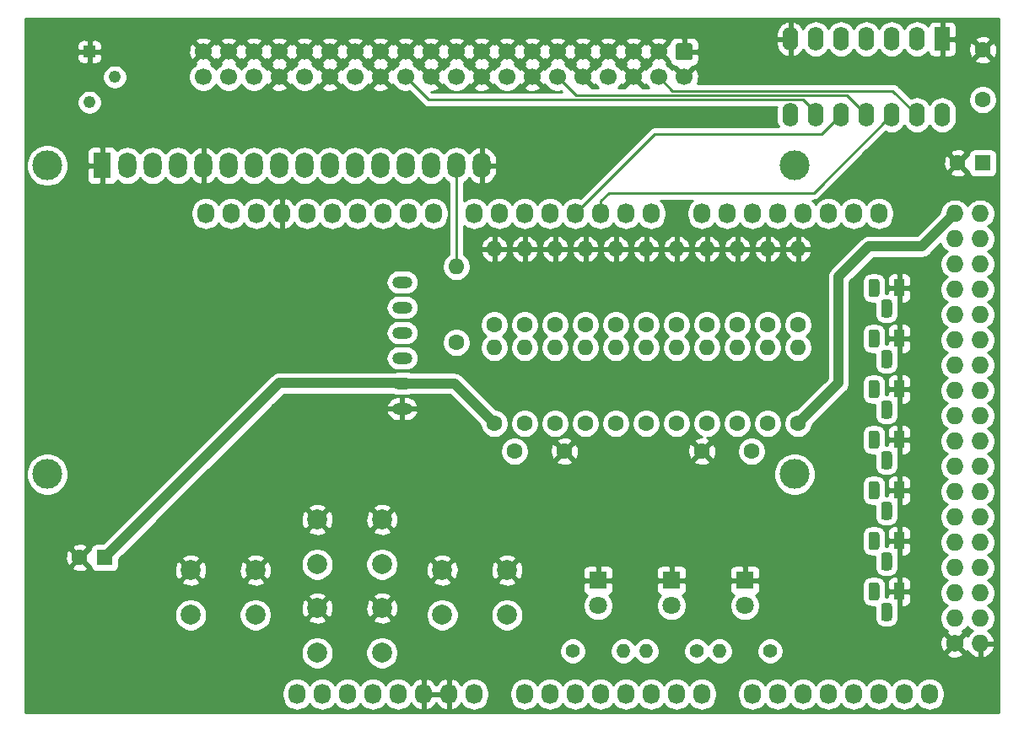
<source format=gbr>
%TF.GenerationSoftware,KiCad,Pcbnew,(5.1.9)-1*%
%TF.CreationDate,2023-08-11T22:56:39-05:00*%
%TF.ProjectId,rx02-emulator-mega-shield,72783032-2d65-46d7-956c-61746f722d6d,Rev 1.1*%
%TF.SameCoordinates,Original*%
%TF.FileFunction,Copper,L2,Bot*%
%TF.FilePolarity,Positive*%
%FSLAX46Y46*%
G04 Gerber Fmt 4.6, Leading zero omitted, Abs format (unit mm)*
G04 Created by KiCad (PCBNEW (5.1.9)-1) date 2023-08-11 22:56:39*
%MOMM*%
%LPD*%
G01*
G04 APERTURE LIST*
%TA.AperFunction,ComponentPad*%
%ADD10O,2.000000X1.200000*%
%TD*%
%TA.AperFunction,ComponentPad*%
%ADD11R,1.100000X1.800000*%
%TD*%
%TA.AperFunction,ComponentPad*%
%ADD12C,3.000000*%
%TD*%
%TA.AperFunction,ComponentPad*%
%ADD13O,1.800000X2.600000*%
%TD*%
%TA.AperFunction,ComponentPad*%
%ADD14R,1.800000X2.600000*%
%TD*%
%TA.AperFunction,ComponentPad*%
%ADD15O,1.600000X1.600000*%
%TD*%
%TA.AperFunction,ComponentPad*%
%ADD16C,1.600000*%
%TD*%
%TA.AperFunction,ComponentPad*%
%ADD17C,2.000000*%
%TD*%
%TA.AperFunction,ComponentPad*%
%ADD18O,1.400000X1.400000*%
%TD*%
%TA.AperFunction,ComponentPad*%
%ADD19C,1.400000*%
%TD*%
%TA.AperFunction,ComponentPad*%
%ADD20O,1.600000X2.400000*%
%TD*%
%TA.AperFunction,ComponentPad*%
%ADD21R,1.600000X2.400000*%
%TD*%
%TA.AperFunction,ComponentPad*%
%ADD22R,1.222000X1.222000*%
%TD*%
%TA.AperFunction,ComponentPad*%
%ADD23C,1.222000*%
%TD*%
%TA.AperFunction,ComponentPad*%
%ADD24C,1.700000*%
%TD*%
%TA.AperFunction,ComponentPad*%
%ADD25C,1.800000*%
%TD*%
%TA.AperFunction,ComponentPad*%
%ADD26R,1.800000X1.800000*%
%TD*%
%TA.AperFunction,ComponentPad*%
%ADD27R,1.600000X1.600000*%
%TD*%
%TA.AperFunction,ComponentPad*%
%ADD28C,1.727200*%
%TD*%
%TA.AperFunction,ComponentPad*%
%ADD29O,1.727200X1.727200*%
%TD*%
%TA.AperFunction,ComponentPad*%
%ADD30O,1.727200X2.032000*%
%TD*%
%TA.AperFunction,Conductor*%
%ADD31C,1.000000*%
%TD*%
%TA.AperFunction,Conductor*%
%ADD32C,0.250000*%
%TD*%
%TA.AperFunction,Conductor*%
%ADD33C,0.254000*%
%TD*%
%TA.AperFunction,Conductor*%
%ADD34C,0.100000*%
%TD*%
G04 APERTURE END LIST*
D10*
%TO.P,MOD1,CS*%
%TO.N,/53(SS)*%
X141881200Y-77770800D03*
%TO.P,MOD1,SCK*%
%TO.N,/52(SCK)*%
X141881200Y-80310800D03*
%TO.P,MOD1,MOSI*%
%TO.N,/51(MOSI)*%
X141881200Y-82850800D03*
%TO.P,MOD1,MISO*%
%TO.N,/50(MISO)*%
X141881200Y-85390800D03*
%TO.P,MOD1,VCC5V*%
%TO.N,+5V*%
X141881200Y-87930800D03*
%TO.P,MOD1,GND*%
%TO.N,GND*%
X141881200Y-90470800D03*
%TD*%
D11*
%TO.P,Q7,1*%
%TO.N,GND*%
X191770000Y-78340000D03*
%TO.P,Q7,3*%
%TO.N,/RX_ERROR_L*%
%TA.AperFunction,ComponentPad*%
G36*
G01*
X189780000Y-77715000D02*
X189780000Y-78965000D01*
G75*
G02*
X189505000Y-79240000I-275000J0D01*
G01*
X188955000Y-79240000D01*
G75*
G02*
X188680000Y-78965000I0J275000D01*
G01*
X188680000Y-77715000D01*
G75*
G02*
X188955000Y-77440000I275000J0D01*
G01*
X189505000Y-77440000D01*
G75*
G02*
X189780000Y-77715000I0J-275000D01*
G01*
G37*
%TD.AperFunction*%
%TO.P,Q7,2*%
%TO.N,/36*%
%TA.AperFunction,ComponentPad*%
G36*
G01*
X191050000Y-79785000D02*
X191050000Y-81035000D01*
G75*
G02*
X190775000Y-81310000I-275000J0D01*
G01*
X190225000Y-81310000D01*
G75*
G02*
X189950000Y-81035000I0J275000D01*
G01*
X189950000Y-79785000D01*
G75*
G02*
X190225000Y-79510000I275000J0D01*
G01*
X190775000Y-79510000D01*
G75*
G02*
X191050000Y-79785000I0J-275000D01*
G01*
G37*
%TD.AperFunction*%
%TD*%
%TO.P,Q6,1*%
%TO.N,GND*%
X191770000Y-83420000D03*
%TO.P,Q6,3*%
%TO.N,/RX_XFER_RQST_L*%
%TA.AperFunction,ComponentPad*%
G36*
G01*
X189780000Y-82795000D02*
X189780000Y-84045000D01*
G75*
G02*
X189505000Y-84320000I-275000J0D01*
G01*
X188955000Y-84320000D01*
G75*
G02*
X188680000Y-84045000I0J275000D01*
G01*
X188680000Y-82795000D01*
G75*
G02*
X188955000Y-82520000I275000J0D01*
G01*
X189505000Y-82520000D01*
G75*
G02*
X189780000Y-82795000I0J-275000D01*
G01*
G37*
%TD.AperFunction*%
%TO.P,Q6,2*%
%TO.N,/38*%
%TA.AperFunction,ComponentPad*%
G36*
G01*
X191050000Y-84865000D02*
X191050000Y-86115000D01*
G75*
G02*
X190775000Y-86390000I-275000J0D01*
G01*
X190225000Y-86390000D01*
G75*
G02*
X189950000Y-86115000I0J275000D01*
G01*
X189950000Y-84865000D01*
G75*
G02*
X190225000Y-84590000I275000J0D01*
G01*
X190775000Y-84590000D01*
G75*
G02*
X191050000Y-84865000I0J-275000D01*
G01*
G37*
%TD.AperFunction*%
%TD*%
%TO.P,Q5,1*%
%TO.N,GND*%
X191770000Y-93580000D03*
%TO.P,Q5,3*%
%TO.N,/RX_DATA_L*%
%TA.AperFunction,ComponentPad*%
G36*
G01*
X189780000Y-92955000D02*
X189780000Y-94205000D01*
G75*
G02*
X189505000Y-94480000I-275000J0D01*
G01*
X188955000Y-94480000D01*
G75*
G02*
X188680000Y-94205000I0J275000D01*
G01*
X188680000Y-92955000D01*
G75*
G02*
X188955000Y-92680000I275000J0D01*
G01*
X189505000Y-92680000D01*
G75*
G02*
X189780000Y-92955000I0J-275000D01*
G01*
G37*
%TD.AperFunction*%
%TO.P,Q5,2*%
%TO.N,/42*%
%TA.AperFunction,ComponentPad*%
G36*
G01*
X191050000Y-95025000D02*
X191050000Y-96275000D01*
G75*
G02*
X190775000Y-96550000I-275000J0D01*
G01*
X190225000Y-96550000D01*
G75*
G02*
X189950000Y-96275000I0J275000D01*
G01*
X189950000Y-95025000D01*
G75*
G02*
X190225000Y-94750000I275000J0D01*
G01*
X190775000Y-94750000D01*
G75*
G02*
X191050000Y-95025000I0J-275000D01*
G01*
G37*
%TD.AperFunction*%
%TD*%
%TO.P,Q4,1*%
%TO.N,GND*%
X191770000Y-88500000D03*
%TO.P,Q4,3*%
%TO.N,/RX_DONE_L*%
%TA.AperFunction,ComponentPad*%
G36*
G01*
X189780000Y-87875000D02*
X189780000Y-89125000D01*
G75*
G02*
X189505000Y-89400000I-275000J0D01*
G01*
X188955000Y-89400000D01*
G75*
G02*
X188680000Y-89125000I0J275000D01*
G01*
X188680000Y-87875000D01*
G75*
G02*
X188955000Y-87600000I275000J0D01*
G01*
X189505000Y-87600000D01*
G75*
G02*
X189780000Y-87875000I0J-275000D01*
G01*
G37*
%TD.AperFunction*%
%TO.P,Q4,2*%
%TO.N,/40*%
%TA.AperFunction,ComponentPad*%
G36*
G01*
X191050000Y-89945000D02*
X191050000Y-91195000D01*
G75*
G02*
X190775000Y-91470000I-275000J0D01*
G01*
X190225000Y-91470000D01*
G75*
G02*
X189950000Y-91195000I0J275000D01*
G01*
X189950000Y-89945000D01*
G75*
G02*
X190225000Y-89670000I275000J0D01*
G01*
X190775000Y-89670000D01*
G75*
G02*
X191050000Y-89945000I0J-275000D01*
G01*
G37*
%TD.AperFunction*%
%TD*%
%TO.P,Q3,1*%
%TO.N,GND*%
X191770000Y-98660000D03*
%TO.P,Q3,3*%
%TO.N,/RX_SHIFT_L*%
%TA.AperFunction,ComponentPad*%
G36*
G01*
X189780000Y-98035000D02*
X189780000Y-99285000D01*
G75*
G02*
X189505000Y-99560000I-275000J0D01*
G01*
X188955000Y-99560000D01*
G75*
G02*
X188680000Y-99285000I0J275000D01*
G01*
X188680000Y-98035000D01*
G75*
G02*
X188955000Y-97760000I275000J0D01*
G01*
X189505000Y-97760000D01*
G75*
G02*
X189780000Y-98035000I0J-275000D01*
G01*
G37*
%TD.AperFunction*%
%TO.P,Q3,2*%
%TO.N,/44*%
%TA.AperFunction,ComponentPad*%
G36*
G01*
X191050000Y-100105000D02*
X191050000Y-101355000D01*
G75*
G02*
X190775000Y-101630000I-275000J0D01*
G01*
X190225000Y-101630000D01*
G75*
G02*
X189950000Y-101355000I0J275000D01*
G01*
X189950000Y-100105000D01*
G75*
G02*
X190225000Y-99830000I275000J0D01*
G01*
X190775000Y-99830000D01*
G75*
G02*
X191050000Y-100105000I0J-275000D01*
G01*
G37*
%TD.AperFunction*%
%TD*%
%TO.P,Q2,1*%
%TO.N,GND*%
X191770000Y-108820000D03*
%TO.P,Q2,3*%
%TO.N,/RX_AC_L*%
%TA.AperFunction,ComponentPad*%
G36*
G01*
X189780000Y-108195000D02*
X189780000Y-109445000D01*
G75*
G02*
X189505000Y-109720000I-275000J0D01*
G01*
X188955000Y-109720000D01*
G75*
G02*
X188680000Y-109445000I0J275000D01*
G01*
X188680000Y-108195000D01*
G75*
G02*
X188955000Y-107920000I275000J0D01*
G01*
X189505000Y-107920000D01*
G75*
G02*
X189780000Y-108195000I0J-275000D01*
G01*
G37*
%TD.AperFunction*%
%TO.P,Q2,2*%
%TO.N,/48*%
%TA.AperFunction,ComponentPad*%
G36*
G01*
X191050000Y-110265000D02*
X191050000Y-111515000D01*
G75*
G02*
X190775000Y-111790000I-275000J0D01*
G01*
X190225000Y-111790000D01*
G75*
G02*
X189950000Y-111515000I0J275000D01*
G01*
X189950000Y-110265000D01*
G75*
G02*
X190225000Y-109990000I275000J0D01*
G01*
X190775000Y-109990000D01*
G75*
G02*
X191050000Y-110265000I0J-275000D01*
G01*
G37*
%TD.AperFunction*%
%TD*%
%TO.P,Q1,1*%
%TO.N,GND*%
X191770000Y-103740000D03*
%TO.P,Q1,3*%
%TO.N,/RX_OUT_L*%
%TA.AperFunction,ComponentPad*%
G36*
G01*
X189780000Y-103115000D02*
X189780000Y-104365000D01*
G75*
G02*
X189505000Y-104640000I-275000J0D01*
G01*
X188955000Y-104640000D01*
G75*
G02*
X188680000Y-104365000I0J275000D01*
G01*
X188680000Y-103115000D01*
G75*
G02*
X188955000Y-102840000I275000J0D01*
G01*
X189505000Y-102840000D01*
G75*
G02*
X189780000Y-103115000I0J-275000D01*
G01*
G37*
%TD.AperFunction*%
%TO.P,Q1,2*%
%TO.N,/46*%
%TA.AperFunction,ComponentPad*%
G36*
G01*
X191050000Y-105185000D02*
X191050000Y-106435000D01*
G75*
G02*
X190775000Y-106710000I-275000J0D01*
G01*
X190225000Y-106710000D01*
G75*
G02*
X189950000Y-106435000I0J275000D01*
G01*
X189950000Y-105185000D01*
G75*
G02*
X190225000Y-104910000I275000J0D01*
G01*
X190775000Y-104910000D01*
G75*
G02*
X191050000Y-105185000I0J-275000D01*
G01*
G37*
%TD.AperFunction*%
%TD*%
D12*
%TO.P,DS1,*%
%TO.N,*%
X181260000Y-66040000D03*
X181259480Y-97040700D03*
X106260900Y-97040700D03*
X106260900Y-66040000D03*
D13*
%TO.P,DS1,16*%
%TO.N,GND*%
X149860000Y-66040000D03*
%TO.P,DS1,15*%
%TO.N,Net-(DS1-Pad15)*%
X147320000Y-66040000D03*
%TO.P,DS1,14*%
%TO.N,/7(\u002A\u002A)*%
X144780000Y-66040000D03*
%TO.P,DS1,13*%
%TO.N,/8(\u002A\u002A)*%
X142240000Y-66040000D03*
%TO.P,DS1,12*%
%TO.N,/9(\u002A\u002A)*%
X139700000Y-66040000D03*
%TO.P,DS1,11*%
%TO.N,/10(\u002A\u002A)*%
X137160000Y-66040000D03*
%TO.P,DS1,10*%
%TO.N,Net-(DS1-Pad10)*%
X134620000Y-66040000D03*
%TO.P,DS1,9*%
%TO.N,Net-(DS1-Pad9)*%
X132080000Y-66040000D03*
%TO.P,DS1,8*%
%TO.N,Net-(DS1-Pad8)*%
X129540000Y-66040000D03*
%TO.P,DS1,7*%
%TO.N,Net-(DS1-Pad7)*%
X127000000Y-66040000D03*
%TO.P,DS1,6*%
%TO.N,/11(\u002A\u002A)*%
X124460000Y-66040000D03*
%TO.P,DS1,5*%
%TO.N,GND*%
X121920000Y-66040000D03*
%TO.P,DS1,4*%
%TO.N,/12(\u002A\u002A)*%
X119380000Y-66040000D03*
%TO.P,DS1,3*%
%TO.N,Net-(DS1-Pad3)*%
X116840000Y-66040000D03*
%TO.P,DS1,2*%
%TO.N,+5V*%
X114300000Y-66040000D03*
D14*
%TO.P,DS1,1*%
%TO.N,GND*%
X111760000Y-66040000D03*
%TD*%
D15*
%TO.P,R23,2*%
%TO.N,/RX_RUN_L*%
X181610000Y-84328000D03*
D16*
%TO.P,R23,1*%
%TO.N,+5V*%
X181610000Y-91948000D03*
%TD*%
D15*
%TO.P,R20,2*%
%TO.N,/RX_ERROR_L*%
X178562000Y-84328000D03*
D16*
%TO.P,R20,1*%
%TO.N,+5V*%
X178562000Y-91948000D03*
%TD*%
D15*
%TO.P,R18,2*%
%TO.N,/RX_INIT_L*%
X175514000Y-84328000D03*
D16*
%TO.P,R18,1*%
%TO.N,+5V*%
X175514000Y-91948000D03*
%TD*%
D15*
%TO.P,R16,2*%
%TO.N,/RX_XFER_RQST_L*%
X172466000Y-84328000D03*
D16*
%TO.P,R16,1*%
%TO.N,+5V*%
X172466000Y-91948000D03*
%TD*%
D15*
%TO.P,R14,2*%
%TO.N,/RX_DONE_L*%
X169418000Y-84328000D03*
D16*
%TO.P,R14,1*%
%TO.N,+5V*%
X169418000Y-91948000D03*
%TD*%
D15*
%TO.P,R12,2*%
%TO.N,/RX_DATA_L*%
X166370000Y-84328000D03*
D16*
%TO.P,R12,1*%
%TO.N,+5V*%
X166370000Y-91948000D03*
%TD*%
D15*
%TO.P,R10,2*%
%TO.N,/RX_12BIT_L*%
X163322000Y-84328000D03*
D16*
%TO.P,R10,1*%
%TO.N,+5V*%
X163322000Y-91948000D03*
%TD*%
D15*
%TO.P,R8,2*%
%TO.N,/RX_SHIFT_L*%
X160274000Y-84328000D03*
D16*
%TO.P,R8,1*%
%TO.N,+5V*%
X160274000Y-91948000D03*
%TD*%
D15*
%TO.P,R6,2*%
%TO.N,/RX_OUT_L*%
X157226000Y-84328000D03*
D16*
%TO.P,R6,1*%
%TO.N,+5V*%
X157226000Y-91948000D03*
%TD*%
D15*
%TO.P,R4,2*%
%TO.N,/RX_AC_L*%
X154178000Y-84328000D03*
D16*
%TO.P,R4,1*%
%TO.N,+5V*%
X154178000Y-91948000D03*
%TD*%
D15*
%TO.P,R2,2*%
%TO.N,/RX_DMA_MODE_H*%
X151130000Y-84328000D03*
D16*
%TO.P,R2,1*%
%TO.N,+5V*%
X151130000Y-91948000D03*
%TD*%
D15*
%TO.P,R22,2*%
%TO.N,GND*%
X181610000Y-74422000D03*
D16*
%TO.P,R22,1*%
%TO.N,/RX_RUN_L*%
X181610000Y-82042000D03*
%TD*%
D15*
%TO.P,R19,2*%
%TO.N,GND*%
X178562000Y-74422000D03*
D16*
%TO.P,R19,1*%
%TO.N,/RX_ERROR_L*%
X178562000Y-82042000D03*
%TD*%
D15*
%TO.P,R17,2*%
%TO.N,GND*%
X175514000Y-74422000D03*
D16*
%TO.P,R17,1*%
%TO.N,/RX_INIT_L*%
X175514000Y-82042000D03*
%TD*%
D15*
%TO.P,R15,2*%
%TO.N,GND*%
X172466000Y-74422000D03*
D16*
%TO.P,R15,1*%
%TO.N,/RX_XFER_RQST_L*%
X172466000Y-82042000D03*
%TD*%
D15*
%TO.P,R13,2*%
%TO.N,GND*%
X169418000Y-74422000D03*
D16*
%TO.P,R13,1*%
%TO.N,/RX_DONE_L*%
X169418000Y-82042000D03*
%TD*%
D15*
%TO.P,R11,2*%
%TO.N,GND*%
X166370000Y-74422000D03*
D16*
%TO.P,R11,1*%
%TO.N,/RX_DATA_L*%
X166370000Y-82042000D03*
%TD*%
D15*
%TO.P,R9,2*%
%TO.N,GND*%
X163322000Y-74422000D03*
D16*
%TO.P,R9,1*%
%TO.N,/RX_12BIT_L*%
X163322000Y-82042000D03*
%TD*%
D15*
%TO.P,R7,2*%
%TO.N,GND*%
X160274000Y-74422000D03*
D16*
%TO.P,R7,1*%
%TO.N,/RX_SHIFT_L*%
X160274000Y-82042000D03*
%TD*%
D15*
%TO.P,R5,2*%
%TO.N,GND*%
X157226000Y-74422000D03*
D16*
%TO.P,R5,1*%
%TO.N,/RX_OUT_L*%
X157226000Y-82042000D03*
%TD*%
D15*
%TO.P,R3,2*%
%TO.N,GND*%
X154178000Y-74422000D03*
D16*
%TO.P,R3,1*%
%TO.N,/RX_AC_L*%
X154178000Y-82042000D03*
%TD*%
D15*
%TO.P,R1,2*%
%TO.N,GND*%
X151130000Y-74422000D03*
D16*
%TO.P,R1,1*%
%TO.N,/RX_DMA_MODE_H*%
X151130000Y-82042000D03*
%TD*%
D15*
%TO.P,R21,2*%
%TO.N,Net-(DS1-Pad15)*%
X147320000Y-76200000D03*
D16*
%TO.P,R21,1*%
%TO.N,+5V*%
X147320000Y-83820000D03*
%TD*%
D17*
%TO.P,SW2,1*%
%TO.N,GND*%
X139850000Y-110490000D03*
%TO.P,SW2,2*%
%TO.N,/A0*%
X139850000Y-114990000D03*
%TO.P,SW2,1*%
%TO.N,GND*%
X133350000Y-110490000D03*
%TO.P,SW2,2*%
%TO.N,/A0*%
X133350000Y-114990000D03*
%TD*%
D18*
%TO.P,R25,2*%
%TO.N,/A5*%
X166370000Y-114808000D03*
D19*
%TO.P,R25,1*%
%TO.N,Net-(D2-Pad2)*%
X171450000Y-114808000D03*
%TD*%
D20*
%TO.P,U1,14*%
%TO.N,+5V*%
X196088000Y-60960000D03*
%TO.P,U1,7*%
%TO.N,GND*%
X180848000Y-53340000D03*
%TO.P,U1,13*%
%TO.N,/RX_RUN_L*%
X193548000Y-60960000D03*
%TO.P,U1,6*%
%TO.N,/28*%
X183388000Y-53340000D03*
%TO.P,U1,12*%
%TO.N,/2(\u002A\u002A)*%
X191008000Y-60960000D03*
%TO.P,U1,5*%
%TO.N,/RX_12BIT_L*%
X185928000Y-53340000D03*
%TO.P,U1,11*%
%TO.N,/RX_INIT_L*%
X188468000Y-60960000D03*
%TO.P,U1,4*%
%TO.N,/24*%
X188468000Y-53340000D03*
%TO.P,U1,10*%
%TO.N,/3(\u002A\u002A)*%
X185928000Y-60960000D03*
%TO.P,U1,3*%
%TO.N,/RX_DMA_MODE_H*%
X191008000Y-53340000D03*
%TO.P,U1,9*%
%TO.N,/RX_DATA_L*%
X183388000Y-60960000D03*
%TO.P,U1,2*%
%TO.N,Net-(U1-Pad2)*%
X193548000Y-53340000D03*
%TO.P,U1,8*%
%TO.N,/30*%
X180848000Y-60960000D03*
D21*
%TO.P,U1,1*%
%TO.N,GND*%
X196088000Y-53340000D03*
%TD*%
D17*
%TO.P,SW4,1*%
%TO.N,GND*%
X152400000Y-106680000D03*
%TO.P,SW4,2*%
%TO.N,/A3*%
X152400000Y-111180000D03*
%TO.P,SW4,1*%
%TO.N,GND*%
X145900000Y-106680000D03*
%TO.P,SW4,2*%
%TO.N,/A3*%
X145900000Y-111180000D03*
%TD*%
%TO.P,SW3,1*%
%TO.N,GND*%
X139850000Y-101600000D03*
%TO.P,SW3,2*%
%TO.N,/A2*%
X139850000Y-106100000D03*
%TO.P,SW3,1*%
%TO.N,GND*%
X133350000Y-101600000D03*
%TO.P,SW3,2*%
%TO.N,/A2*%
X133350000Y-106100000D03*
%TD*%
%TO.P,SW1,1*%
%TO.N,GND*%
X127150000Y-106680000D03*
%TO.P,SW1,2*%
%TO.N,/A1*%
X127150000Y-111180000D03*
%TO.P,SW1,1*%
%TO.N,GND*%
X120650000Y-106680000D03*
%TO.P,SW1,2*%
%TO.N,/A1*%
X120650000Y-111180000D03*
%TD*%
D22*
%TO.P,RV1,1*%
%TO.N,GND*%
X110490000Y-54610000D03*
D23*
%TO.P,RV1,2*%
%TO.N,Net-(DS1-Pad3)*%
X113030000Y-57150000D03*
%TO.P,RV1,3*%
%TO.N,+5V*%
X110490000Y-59690000D03*
%TD*%
D18*
%TO.P,R26,2*%
%TO.N,/A6*%
X173736000Y-114808000D03*
D19*
%TO.P,R26,1*%
%TO.N,Net-(D3-Pad2)*%
X178816000Y-114808000D03*
%TD*%
D18*
%TO.P,R24,2*%
%TO.N,/A4*%
X164084000Y-114808000D03*
D19*
%TO.P,R24,1*%
%TO.N,Net-(D1-Pad2)*%
X159004000Y-114808000D03*
%TD*%
D24*
%TO.P,J1,40*%
%TO.N,/RX_DMA_MODE_H*%
X121920000Y-57150000D03*
%TO.P,J1,38*%
%TO.N,/RX_AC_L*%
X124460000Y-57150000D03*
%TO.P,J1,36*%
%TO.N,/RX_OUT_L*%
X127000000Y-57150000D03*
%TO.P,J1,34*%
%TO.N,GND*%
X129540000Y-57150000D03*
%TO.P,J1,32*%
%TO.N,/RX_SHIFT_L*%
X132080000Y-57150000D03*
%TO.P,J1,30*%
%TO.N,GND*%
X134620000Y-57150000D03*
%TO.P,J1,28*%
%TO.N,/RX_12BIT_L*%
X137160000Y-57150000D03*
%TO.P,J1,26*%
%TO.N,GND*%
X139700000Y-57150000D03*
%TO.P,J1,24*%
%TO.N,/RX_DATA_L*%
X142240000Y-57150000D03*
%TO.P,J1,22*%
%TO.N,GND*%
X144780000Y-57150000D03*
%TO.P,J1,20*%
%TO.N,/RX_DONE_L*%
X147320000Y-57150000D03*
%TO.P,J1,18*%
%TO.N,GND*%
X149860000Y-57150000D03*
%TO.P,J1,16*%
%TO.N,/RX_XFER_RQST_L*%
X152400000Y-57150000D03*
%TO.P,J1,14*%
%TO.N,GND*%
X154940000Y-57150000D03*
%TO.P,J1,12*%
%TO.N,/RX_INIT_L*%
X157480000Y-57150000D03*
%TO.P,J1,10*%
%TO.N,GND*%
X160020000Y-57150000D03*
%TO.P,J1,8*%
%TO.N,/RX_ERROR_L*%
X162560000Y-57150000D03*
%TO.P,J1,6*%
%TO.N,GND*%
X165100000Y-57150000D03*
%TO.P,J1,4*%
%TO.N,/RX_RUN_L*%
X167640000Y-57150000D03*
%TO.P,J1,2*%
%TO.N,GND*%
X170180000Y-57150000D03*
%TO.P,J1,39*%
X121920000Y-54610000D03*
%TO.P,J1,37*%
X124460000Y-54610000D03*
%TO.P,J1,35*%
X127000000Y-54610000D03*
%TO.P,J1,33*%
X129540000Y-54610000D03*
%TO.P,J1,31*%
X132080000Y-54610000D03*
%TO.P,J1,29*%
X134620000Y-54610000D03*
%TO.P,J1,27*%
X137160000Y-54610000D03*
%TO.P,J1,25*%
X139700000Y-54610000D03*
%TO.P,J1,23*%
X142240000Y-54610000D03*
%TO.P,J1,21*%
X144780000Y-54610000D03*
%TO.P,J1,19*%
X147320000Y-54610000D03*
%TO.P,J1,17*%
X149860000Y-54610000D03*
%TO.P,J1,15*%
X152400000Y-54610000D03*
%TO.P,J1,13*%
X154940000Y-54610000D03*
%TO.P,J1,11*%
X157480000Y-54610000D03*
%TO.P,J1,9*%
X160020000Y-54610000D03*
%TO.P,J1,7*%
X162560000Y-54610000D03*
%TO.P,J1,5*%
X165100000Y-54610000D03*
%TO.P,J1,3*%
X167640000Y-54610000D03*
%TO.P,J1,1*%
%TA.AperFunction,ComponentPad*%
G36*
G01*
X169580000Y-53760000D02*
X170780000Y-53760000D01*
G75*
G02*
X171030000Y-54010000I0J-250000D01*
G01*
X171030000Y-55210000D01*
G75*
G02*
X170780000Y-55460000I-250000J0D01*
G01*
X169580000Y-55460000D01*
G75*
G02*
X169330000Y-55210000I0J250000D01*
G01*
X169330000Y-54010000D01*
G75*
G02*
X169580000Y-53760000I250000J0D01*
G01*
G37*
%TD.AperFunction*%
%TD*%
D25*
%TO.P,D3,2*%
%TO.N,Net-(D3-Pad2)*%
X176276000Y-110236000D03*
D26*
%TO.P,D3,1*%
%TO.N,GND*%
X176276000Y-107696000D03*
%TD*%
D25*
%TO.P,D2,2*%
%TO.N,Net-(D2-Pad2)*%
X168910000Y-110236000D03*
D26*
%TO.P,D2,1*%
%TO.N,GND*%
X168910000Y-107696000D03*
%TD*%
D25*
%TO.P,D1,2*%
%TO.N,Net-(D1-Pad2)*%
X161544000Y-110236000D03*
D26*
%TO.P,D1,1*%
%TO.N,GND*%
X161544000Y-107696000D03*
%TD*%
D16*
%TO.P,C5,2*%
%TO.N,GND*%
X158162000Y-94742000D03*
%TO.P,C5,1*%
%TO.N,+5V*%
X153162000Y-94742000D03*
%TD*%
%TO.P,C4,2*%
%TO.N,GND*%
X200152000Y-54436000D03*
%TO.P,C4,1*%
%TO.N,+5V*%
X200152000Y-59436000D03*
%TD*%
%TO.P,C3,2*%
%TO.N,GND*%
X171958000Y-94742000D03*
%TO.P,C3,1*%
%TO.N,+5V*%
X176958000Y-94742000D03*
%TD*%
%TO.P,C2,2*%
%TO.N,GND*%
X197652000Y-65786000D03*
D27*
%TO.P,C2,1*%
%TO.N,+5V*%
X200152000Y-65786000D03*
%TD*%
D16*
%TO.P,C1,2*%
%TO.N,GND*%
X109514000Y-105410000D03*
D27*
%TO.P,C1,1*%
%TO.N,+5V*%
X112014000Y-105410000D03*
%TD*%
D28*
%TO.P,P1,1*%
%TO.N,GND*%
X197358000Y-114046000D03*
D29*
%TO.P,P1,2*%
X199898000Y-114046000D03*
%TO.P,P1,3*%
%TO.N,/52(SCK)*%
X197358000Y-111506000D03*
%TO.P,P1,4*%
%TO.N,/53(SS)*%
X199898000Y-111506000D03*
%TO.P,P1,5*%
%TO.N,/50(MISO)*%
X197358000Y-108966000D03*
%TO.P,P1,6*%
%TO.N,/51(MOSI)*%
X199898000Y-108966000D03*
%TO.P,P1,7*%
%TO.N,/48*%
X197358000Y-106426000D03*
%TO.P,P1,8*%
%TO.N,/49*%
X199898000Y-106426000D03*
%TO.P,P1,9*%
%TO.N,/46*%
X197358000Y-103886000D03*
%TO.P,P1,10*%
%TO.N,/47*%
X199898000Y-103886000D03*
%TO.P,P1,11*%
%TO.N,/44*%
X197358000Y-101346000D03*
%TO.P,P1,12*%
%TO.N,/45*%
X199898000Y-101346000D03*
%TO.P,P1,13*%
%TO.N,/42*%
X197358000Y-98806000D03*
%TO.P,P1,14*%
%TO.N,/43*%
X199898000Y-98806000D03*
%TO.P,P1,15*%
%TO.N,/40*%
X197358000Y-96266000D03*
%TO.P,P1,16*%
%TO.N,/41*%
X199898000Y-96266000D03*
%TO.P,P1,17*%
%TO.N,/38*%
X197358000Y-93726000D03*
%TO.P,P1,18*%
%TO.N,/39*%
X199898000Y-93726000D03*
%TO.P,P1,19*%
%TO.N,/36*%
X197358000Y-91186000D03*
%TO.P,P1,20*%
%TO.N,/37*%
X199898000Y-91186000D03*
%TO.P,P1,21*%
%TO.N,/34*%
X197358000Y-88646000D03*
%TO.P,P1,22*%
%TO.N,/35*%
X199898000Y-88646000D03*
%TO.P,P1,23*%
%TO.N,/32*%
X197358000Y-86106000D03*
%TO.P,P1,24*%
%TO.N,/33*%
X199898000Y-86106000D03*
%TO.P,P1,25*%
%TO.N,/30*%
X197358000Y-83566000D03*
%TO.P,P1,26*%
%TO.N,/31*%
X199898000Y-83566000D03*
%TO.P,P1,27*%
%TO.N,/28*%
X197358000Y-81026000D03*
%TO.P,P1,28*%
%TO.N,/29*%
X199898000Y-81026000D03*
%TO.P,P1,29*%
%TO.N,/26*%
X197358000Y-78486000D03*
%TO.P,P1,30*%
%TO.N,/27*%
X199898000Y-78486000D03*
%TO.P,P1,31*%
%TO.N,/24*%
X197358000Y-75946000D03*
%TO.P,P1,32*%
%TO.N,/25*%
X199898000Y-75946000D03*
%TO.P,P1,33*%
%TO.N,/22*%
X197358000Y-73406000D03*
%TO.P,P1,34*%
%TO.N,/23*%
X199898000Y-73406000D03*
%TO.P,P1,35*%
%TO.N,+5V*%
X197358000Y-70866000D03*
%TO.P,P1,36*%
X199898000Y-70866000D03*
%TD*%
D30*
%TO.P,P2,1*%
%TO.N,Net-(P2-Pad1)*%
X131318000Y-119126000D03*
%TO.P,P2,2*%
%TO.N,/IOREF*%
X133858000Y-119126000D03*
%TO.P,P2,3*%
%TO.N,/Reset*%
X136398000Y-119126000D03*
%TO.P,P2,4*%
%TO.N,+3V3*%
X138938000Y-119126000D03*
%TO.P,P2,5*%
%TO.N,+5V*%
X141478000Y-119126000D03*
%TO.P,P2,6*%
%TO.N,GND*%
X144018000Y-119126000D03*
%TO.P,P2,7*%
X146558000Y-119126000D03*
%TO.P,P2,8*%
%TO.N,/Vin*%
X149098000Y-119126000D03*
%TD*%
%TO.P,P3,1*%
%TO.N,/A0*%
X154178000Y-119126000D03*
%TO.P,P3,2*%
%TO.N,/A1*%
X156718000Y-119126000D03*
%TO.P,P3,3*%
%TO.N,/A2*%
X159258000Y-119126000D03*
%TO.P,P3,4*%
%TO.N,/A3*%
X161798000Y-119126000D03*
%TO.P,P3,5*%
%TO.N,/A4*%
X164338000Y-119126000D03*
%TO.P,P3,6*%
%TO.N,/A5*%
X166878000Y-119126000D03*
%TO.P,P3,7*%
%TO.N,/A6*%
X169418000Y-119126000D03*
%TO.P,P3,8*%
%TO.N,/A7*%
X171958000Y-119126000D03*
%TD*%
%TO.P,P4,1*%
%TO.N,/A8*%
X177038000Y-119126000D03*
%TO.P,P4,2*%
%TO.N,/A9*%
X179578000Y-119126000D03*
%TO.P,P4,3*%
%TO.N,/A10*%
X182118000Y-119126000D03*
%TO.P,P4,4*%
%TO.N,/A11*%
X184658000Y-119126000D03*
%TO.P,P4,5*%
%TO.N,/A12*%
X187198000Y-119126000D03*
%TO.P,P4,6*%
%TO.N,/A13*%
X189738000Y-119126000D03*
%TO.P,P4,7*%
%TO.N,/A14*%
X192278000Y-119126000D03*
%TO.P,P4,8*%
%TO.N,/A15*%
X194818000Y-119126000D03*
%TD*%
%TO.P,P5,1*%
%TO.N,/SCL*%
X122174000Y-70866000D03*
%TO.P,P5,2*%
%TO.N,/SDA*%
X124714000Y-70866000D03*
%TO.P,P5,3*%
%TO.N,/AREF*%
X127254000Y-70866000D03*
%TO.P,P5,4*%
%TO.N,GND*%
X129794000Y-70866000D03*
%TO.P,P5,5*%
%TO.N,/13(\u002A\u002A)*%
X132334000Y-70866000D03*
%TO.P,P5,6*%
%TO.N,/12(\u002A\u002A)*%
X134874000Y-70866000D03*
%TO.P,P5,7*%
%TO.N,/11(\u002A\u002A)*%
X137414000Y-70866000D03*
%TO.P,P5,8*%
%TO.N,/10(\u002A\u002A)*%
X139954000Y-70866000D03*
%TO.P,P5,9*%
%TO.N,/9(\u002A\u002A)*%
X142494000Y-70866000D03*
%TO.P,P5,10*%
%TO.N,/8(\u002A\u002A)*%
X145034000Y-70866000D03*
%TD*%
%TO.P,P6,1*%
%TO.N,/7(\u002A\u002A)*%
X149098000Y-70866000D03*
%TO.P,P6,2*%
%TO.N,/6(\u002A\u002A)*%
X151638000Y-70866000D03*
%TO.P,P6,3*%
%TO.N,/5(\u002A\u002A)*%
X154178000Y-70866000D03*
%TO.P,P6,4*%
%TO.N,/4(\u002A\u002A)*%
X156718000Y-70866000D03*
%TO.P,P6,5*%
%TO.N,/3(\u002A\u002A)*%
X159258000Y-70866000D03*
%TO.P,P6,6*%
%TO.N,/2(\u002A\u002A)*%
X161798000Y-70866000D03*
%TO.P,P6,7*%
%TO.N,/1(Tx0)*%
X164338000Y-70866000D03*
%TO.P,P6,8*%
%TO.N,/0(Rx0)*%
X166878000Y-70866000D03*
%TD*%
%TO.P,P7,1*%
%TO.N,/14(Tx3)*%
X171958000Y-70866000D03*
%TO.P,P7,2*%
%TO.N,/15(Rx3)*%
X174498000Y-70866000D03*
%TO.P,P7,3*%
%TO.N,/16(Tx2)*%
X177038000Y-70866000D03*
%TO.P,P7,4*%
%TO.N,/17(Rx2)*%
X179578000Y-70866000D03*
%TO.P,P7,5*%
%TO.N,/18(Tx1)*%
X182118000Y-70866000D03*
%TO.P,P7,6*%
%TO.N,/19(Rx1)*%
X184658000Y-70866000D03*
%TO.P,P7,7*%
%TO.N,/20(SDA)*%
X187198000Y-70866000D03*
%TO.P,P7,8*%
%TO.N,/21(SCL)*%
X189738000Y-70866000D03*
%TD*%
D31*
%TO.N,+5V*%
X112014000Y-105410000D02*
X129544000Y-87880000D01*
X185674000Y-87884000D02*
X181610000Y-91948000D01*
X185674000Y-77216000D02*
X185674000Y-87884000D01*
X188722000Y-74168000D02*
X185674000Y-77216000D01*
X194056000Y-74168000D02*
X188722000Y-74168000D01*
X197358000Y-70866000D02*
X194056000Y-74168000D01*
X141830400Y-87880000D02*
X141881200Y-87930800D01*
X129544000Y-87880000D02*
X141830400Y-87880000D01*
X147112800Y-87930800D02*
X151130000Y-91948000D01*
X141881200Y-87930800D02*
X147112800Y-87930800D01*
D32*
%TO.N,/9(\u002A\u002A)*%
X139700000Y-66040000D02*
X140208000Y-65532000D01*
%TO.N,/7(\u002A\u002A)*%
X144780000Y-66040000D02*
X144780000Y-65786000D01*
%TO.N,/3(\u002A\u002A)*%
X167233600Y-62890400D02*
X159258000Y-70866000D01*
X183997600Y-62890400D02*
X167233600Y-62890400D01*
X185928000Y-60960000D02*
X183997600Y-62890400D01*
%TO.N,/2(\u002A\u002A)*%
X162614800Y-68783200D02*
X183184800Y-68783200D01*
X183184800Y-68783200D02*
X191008000Y-60960000D01*
X161798000Y-69600000D02*
X162614800Y-68783200D01*
X161798000Y-70866000D02*
X161798000Y-69600000D01*
%TO.N,Net-(DS1-Pad15)*%
X147320000Y-76200000D02*
X147320000Y-66040000D01*
%TO.N,/RX_DATA_L*%
X183388000Y-60960000D02*
X183642000Y-60960000D01*
X144524990Y-59434990D02*
X142240000Y-57150000D01*
X182116990Y-59434990D02*
X144524990Y-59434990D01*
X183642000Y-60960000D02*
X182116990Y-59434990D01*
%TO.N,/RX_INIT_L*%
X159314979Y-58984979D02*
X157480000Y-57150000D01*
X186492979Y-58984979D02*
X159314979Y-58984979D01*
X188468000Y-60960000D02*
X186492979Y-58984979D01*
%TO.N,/RX_RUN_L*%
X169024959Y-58534959D02*
X167640000Y-57150000D01*
X191122958Y-58534959D02*
X169024959Y-58534959D01*
X193548000Y-60960000D02*
X191122958Y-58534959D01*
%TD*%
D33*
%TO.N,GND*%
X201728000Y-120956000D02*
X104088000Y-120956000D01*
X104088000Y-118899982D01*
X129819400Y-118899982D01*
X129819400Y-119352019D01*
X129841084Y-119572177D01*
X129926775Y-119854664D01*
X130065931Y-120115006D01*
X130253203Y-120343197D01*
X130481395Y-120530469D01*
X130741737Y-120669625D01*
X131024224Y-120755316D01*
X131318000Y-120784251D01*
X131611777Y-120755316D01*
X131894264Y-120669625D01*
X132154606Y-120530469D01*
X132382797Y-120343197D01*
X132570069Y-120115006D01*
X132588000Y-120081459D01*
X132605931Y-120115006D01*
X132793203Y-120343197D01*
X133021395Y-120530469D01*
X133281737Y-120669625D01*
X133564224Y-120755316D01*
X133858000Y-120784251D01*
X134151777Y-120755316D01*
X134434264Y-120669625D01*
X134694606Y-120530469D01*
X134922797Y-120343197D01*
X135110069Y-120115006D01*
X135128000Y-120081459D01*
X135145931Y-120115006D01*
X135333203Y-120343197D01*
X135561395Y-120530469D01*
X135821737Y-120669625D01*
X136104224Y-120755316D01*
X136398000Y-120784251D01*
X136691777Y-120755316D01*
X136974264Y-120669625D01*
X137234606Y-120530469D01*
X137462797Y-120343197D01*
X137650069Y-120115006D01*
X137668000Y-120081459D01*
X137685931Y-120115006D01*
X137873203Y-120343197D01*
X138101395Y-120530469D01*
X138361737Y-120669625D01*
X138644224Y-120755316D01*
X138938000Y-120784251D01*
X139231777Y-120755316D01*
X139514264Y-120669625D01*
X139774606Y-120530469D01*
X140002797Y-120343197D01*
X140190069Y-120115006D01*
X140208000Y-120081459D01*
X140225931Y-120115006D01*
X140413203Y-120343197D01*
X140641395Y-120530469D01*
X140901737Y-120669625D01*
X141184224Y-120755316D01*
X141478000Y-120784251D01*
X141771777Y-120755316D01*
X142054264Y-120669625D01*
X142314606Y-120530469D01*
X142542797Y-120343197D01*
X142730069Y-120115006D01*
X142751424Y-120075053D01*
X142899514Y-120277729D01*
X143115965Y-120476733D01*
X143367081Y-120629686D01*
X143643211Y-120730709D01*
X143658974Y-120733358D01*
X143891000Y-120612217D01*
X143891000Y-119253000D01*
X144145000Y-119253000D01*
X144145000Y-120612217D01*
X144377026Y-120733358D01*
X144392789Y-120730709D01*
X144668919Y-120629686D01*
X144920035Y-120476733D01*
X145136486Y-120277729D01*
X145288000Y-120070367D01*
X145439514Y-120277729D01*
X145655965Y-120476733D01*
X145907081Y-120629686D01*
X146183211Y-120730709D01*
X146198974Y-120733358D01*
X146431000Y-120612217D01*
X146431000Y-119253000D01*
X144145000Y-119253000D01*
X143891000Y-119253000D01*
X143871000Y-119253000D01*
X143871000Y-118999000D01*
X143891000Y-118999000D01*
X143891000Y-117639783D01*
X144145000Y-117639783D01*
X144145000Y-118999000D01*
X146431000Y-118999000D01*
X146431000Y-117639783D01*
X146685000Y-117639783D01*
X146685000Y-118999000D01*
X146705000Y-118999000D01*
X146705000Y-119253000D01*
X146685000Y-119253000D01*
X146685000Y-120612217D01*
X146917026Y-120733358D01*
X146932789Y-120730709D01*
X147208919Y-120629686D01*
X147460035Y-120476733D01*
X147676486Y-120277729D01*
X147824576Y-120075053D01*
X147845931Y-120115006D01*
X148033203Y-120343197D01*
X148261395Y-120530469D01*
X148521737Y-120669625D01*
X148804224Y-120755316D01*
X149098000Y-120784251D01*
X149391777Y-120755316D01*
X149674264Y-120669625D01*
X149934606Y-120530469D01*
X150162797Y-120343197D01*
X150350069Y-120115006D01*
X150489225Y-119854663D01*
X150574916Y-119572176D01*
X150596600Y-119352018D01*
X150596600Y-118899982D01*
X152679400Y-118899982D01*
X152679400Y-119352019D01*
X152701084Y-119572177D01*
X152786775Y-119854664D01*
X152925931Y-120115006D01*
X153113203Y-120343197D01*
X153341395Y-120530469D01*
X153601737Y-120669625D01*
X153884224Y-120755316D01*
X154178000Y-120784251D01*
X154471777Y-120755316D01*
X154754264Y-120669625D01*
X155014606Y-120530469D01*
X155242797Y-120343197D01*
X155430069Y-120115006D01*
X155448000Y-120081459D01*
X155465931Y-120115006D01*
X155653203Y-120343197D01*
X155881395Y-120530469D01*
X156141737Y-120669625D01*
X156424224Y-120755316D01*
X156718000Y-120784251D01*
X157011777Y-120755316D01*
X157294264Y-120669625D01*
X157554606Y-120530469D01*
X157782797Y-120343197D01*
X157970069Y-120115006D01*
X157988000Y-120081459D01*
X158005931Y-120115006D01*
X158193203Y-120343197D01*
X158421395Y-120530469D01*
X158681737Y-120669625D01*
X158964224Y-120755316D01*
X159258000Y-120784251D01*
X159551777Y-120755316D01*
X159834264Y-120669625D01*
X160094606Y-120530469D01*
X160322797Y-120343197D01*
X160510069Y-120115006D01*
X160528000Y-120081459D01*
X160545931Y-120115006D01*
X160733203Y-120343197D01*
X160961395Y-120530469D01*
X161221737Y-120669625D01*
X161504224Y-120755316D01*
X161798000Y-120784251D01*
X162091777Y-120755316D01*
X162374264Y-120669625D01*
X162634606Y-120530469D01*
X162862797Y-120343197D01*
X163050069Y-120115006D01*
X163068000Y-120081459D01*
X163085931Y-120115006D01*
X163273203Y-120343197D01*
X163501395Y-120530469D01*
X163761737Y-120669625D01*
X164044224Y-120755316D01*
X164338000Y-120784251D01*
X164631777Y-120755316D01*
X164914264Y-120669625D01*
X165174606Y-120530469D01*
X165402797Y-120343197D01*
X165590069Y-120115006D01*
X165608000Y-120081459D01*
X165625931Y-120115006D01*
X165813203Y-120343197D01*
X166041395Y-120530469D01*
X166301737Y-120669625D01*
X166584224Y-120755316D01*
X166878000Y-120784251D01*
X167171777Y-120755316D01*
X167454264Y-120669625D01*
X167714606Y-120530469D01*
X167942797Y-120343197D01*
X168130069Y-120115006D01*
X168148000Y-120081459D01*
X168165931Y-120115006D01*
X168353203Y-120343197D01*
X168581395Y-120530469D01*
X168841737Y-120669625D01*
X169124224Y-120755316D01*
X169418000Y-120784251D01*
X169711777Y-120755316D01*
X169994264Y-120669625D01*
X170254606Y-120530469D01*
X170482797Y-120343197D01*
X170670069Y-120115006D01*
X170688000Y-120081459D01*
X170705931Y-120115006D01*
X170893203Y-120343197D01*
X171121395Y-120530469D01*
X171381737Y-120669625D01*
X171664224Y-120755316D01*
X171958000Y-120784251D01*
X172251777Y-120755316D01*
X172534264Y-120669625D01*
X172794606Y-120530469D01*
X173022797Y-120343197D01*
X173210069Y-120115006D01*
X173349225Y-119854663D01*
X173434916Y-119572176D01*
X173456600Y-119352018D01*
X173456600Y-118899982D01*
X175539400Y-118899982D01*
X175539400Y-119352019D01*
X175561084Y-119572177D01*
X175646775Y-119854664D01*
X175785931Y-120115006D01*
X175973203Y-120343197D01*
X176201395Y-120530469D01*
X176461737Y-120669625D01*
X176744224Y-120755316D01*
X177038000Y-120784251D01*
X177331777Y-120755316D01*
X177614264Y-120669625D01*
X177874606Y-120530469D01*
X178102797Y-120343197D01*
X178290069Y-120115006D01*
X178308000Y-120081459D01*
X178325931Y-120115006D01*
X178513203Y-120343197D01*
X178741395Y-120530469D01*
X179001737Y-120669625D01*
X179284224Y-120755316D01*
X179578000Y-120784251D01*
X179871777Y-120755316D01*
X180154264Y-120669625D01*
X180414606Y-120530469D01*
X180642797Y-120343197D01*
X180830069Y-120115006D01*
X180848000Y-120081459D01*
X180865931Y-120115006D01*
X181053203Y-120343197D01*
X181281395Y-120530469D01*
X181541737Y-120669625D01*
X181824224Y-120755316D01*
X182118000Y-120784251D01*
X182411777Y-120755316D01*
X182694264Y-120669625D01*
X182954606Y-120530469D01*
X183182797Y-120343197D01*
X183370069Y-120115006D01*
X183388000Y-120081459D01*
X183405931Y-120115006D01*
X183593203Y-120343197D01*
X183821395Y-120530469D01*
X184081737Y-120669625D01*
X184364224Y-120755316D01*
X184658000Y-120784251D01*
X184951777Y-120755316D01*
X185234264Y-120669625D01*
X185494606Y-120530469D01*
X185722797Y-120343197D01*
X185910069Y-120115006D01*
X185928000Y-120081459D01*
X185945931Y-120115006D01*
X186133203Y-120343197D01*
X186361395Y-120530469D01*
X186621737Y-120669625D01*
X186904224Y-120755316D01*
X187198000Y-120784251D01*
X187491777Y-120755316D01*
X187774264Y-120669625D01*
X188034606Y-120530469D01*
X188262797Y-120343197D01*
X188450069Y-120115006D01*
X188468000Y-120081459D01*
X188485931Y-120115006D01*
X188673203Y-120343197D01*
X188901395Y-120530469D01*
X189161737Y-120669625D01*
X189444224Y-120755316D01*
X189738000Y-120784251D01*
X190031777Y-120755316D01*
X190314264Y-120669625D01*
X190574606Y-120530469D01*
X190802797Y-120343197D01*
X190990069Y-120115006D01*
X191008000Y-120081459D01*
X191025931Y-120115006D01*
X191213203Y-120343197D01*
X191441395Y-120530469D01*
X191701737Y-120669625D01*
X191984224Y-120755316D01*
X192278000Y-120784251D01*
X192571777Y-120755316D01*
X192854264Y-120669625D01*
X193114606Y-120530469D01*
X193342797Y-120343197D01*
X193530069Y-120115006D01*
X193548000Y-120081459D01*
X193565931Y-120115006D01*
X193753203Y-120343197D01*
X193981395Y-120530469D01*
X194241737Y-120669625D01*
X194524224Y-120755316D01*
X194818000Y-120784251D01*
X195111777Y-120755316D01*
X195394264Y-120669625D01*
X195654606Y-120530469D01*
X195882797Y-120343197D01*
X196070069Y-120115006D01*
X196209225Y-119854663D01*
X196294916Y-119572176D01*
X196316600Y-119352018D01*
X196316600Y-118899981D01*
X196294916Y-118679823D01*
X196209225Y-118397336D01*
X196070069Y-118136994D01*
X195882797Y-117908803D01*
X195654605Y-117721531D01*
X195394263Y-117582375D01*
X195111776Y-117496684D01*
X194818000Y-117467749D01*
X194524223Y-117496684D01*
X194241736Y-117582375D01*
X193981394Y-117721531D01*
X193753203Y-117908803D01*
X193565931Y-118136995D01*
X193548000Y-118170541D01*
X193530069Y-118136994D01*
X193342797Y-117908803D01*
X193114605Y-117721531D01*
X192854263Y-117582375D01*
X192571776Y-117496684D01*
X192278000Y-117467749D01*
X191984223Y-117496684D01*
X191701736Y-117582375D01*
X191441394Y-117721531D01*
X191213203Y-117908803D01*
X191025931Y-118136995D01*
X191008000Y-118170541D01*
X190990069Y-118136994D01*
X190802797Y-117908803D01*
X190574605Y-117721531D01*
X190314263Y-117582375D01*
X190031776Y-117496684D01*
X189738000Y-117467749D01*
X189444223Y-117496684D01*
X189161736Y-117582375D01*
X188901394Y-117721531D01*
X188673203Y-117908803D01*
X188485931Y-118136995D01*
X188468000Y-118170541D01*
X188450069Y-118136994D01*
X188262797Y-117908803D01*
X188034605Y-117721531D01*
X187774263Y-117582375D01*
X187491776Y-117496684D01*
X187198000Y-117467749D01*
X186904223Y-117496684D01*
X186621736Y-117582375D01*
X186361394Y-117721531D01*
X186133203Y-117908803D01*
X185945931Y-118136995D01*
X185928000Y-118170541D01*
X185910069Y-118136994D01*
X185722797Y-117908803D01*
X185494605Y-117721531D01*
X185234263Y-117582375D01*
X184951776Y-117496684D01*
X184658000Y-117467749D01*
X184364223Y-117496684D01*
X184081736Y-117582375D01*
X183821394Y-117721531D01*
X183593203Y-117908803D01*
X183405931Y-118136995D01*
X183388000Y-118170541D01*
X183370069Y-118136994D01*
X183182797Y-117908803D01*
X182954605Y-117721531D01*
X182694263Y-117582375D01*
X182411776Y-117496684D01*
X182118000Y-117467749D01*
X181824223Y-117496684D01*
X181541736Y-117582375D01*
X181281394Y-117721531D01*
X181053203Y-117908803D01*
X180865931Y-118136995D01*
X180848000Y-118170541D01*
X180830069Y-118136994D01*
X180642797Y-117908803D01*
X180414605Y-117721531D01*
X180154263Y-117582375D01*
X179871776Y-117496684D01*
X179578000Y-117467749D01*
X179284223Y-117496684D01*
X179001736Y-117582375D01*
X178741394Y-117721531D01*
X178513203Y-117908803D01*
X178325931Y-118136995D01*
X178308000Y-118170541D01*
X178290069Y-118136994D01*
X178102797Y-117908803D01*
X177874605Y-117721531D01*
X177614263Y-117582375D01*
X177331776Y-117496684D01*
X177038000Y-117467749D01*
X176744223Y-117496684D01*
X176461736Y-117582375D01*
X176201394Y-117721531D01*
X175973203Y-117908803D01*
X175785931Y-118136995D01*
X175646775Y-118397337D01*
X175561084Y-118679824D01*
X175539400Y-118899982D01*
X173456600Y-118899982D01*
X173456600Y-118899981D01*
X173434916Y-118679823D01*
X173349225Y-118397336D01*
X173210069Y-118136994D01*
X173022797Y-117908803D01*
X172794605Y-117721531D01*
X172534263Y-117582375D01*
X172251776Y-117496684D01*
X171958000Y-117467749D01*
X171664223Y-117496684D01*
X171381736Y-117582375D01*
X171121394Y-117721531D01*
X170893203Y-117908803D01*
X170705931Y-118136995D01*
X170688000Y-118170541D01*
X170670069Y-118136994D01*
X170482797Y-117908803D01*
X170254605Y-117721531D01*
X169994263Y-117582375D01*
X169711776Y-117496684D01*
X169418000Y-117467749D01*
X169124223Y-117496684D01*
X168841736Y-117582375D01*
X168581394Y-117721531D01*
X168353203Y-117908803D01*
X168165931Y-118136995D01*
X168148000Y-118170541D01*
X168130069Y-118136994D01*
X167942797Y-117908803D01*
X167714605Y-117721531D01*
X167454263Y-117582375D01*
X167171776Y-117496684D01*
X166878000Y-117467749D01*
X166584223Y-117496684D01*
X166301736Y-117582375D01*
X166041394Y-117721531D01*
X165813203Y-117908803D01*
X165625931Y-118136995D01*
X165608000Y-118170541D01*
X165590069Y-118136994D01*
X165402797Y-117908803D01*
X165174605Y-117721531D01*
X164914263Y-117582375D01*
X164631776Y-117496684D01*
X164338000Y-117467749D01*
X164044223Y-117496684D01*
X163761736Y-117582375D01*
X163501394Y-117721531D01*
X163273203Y-117908803D01*
X163085931Y-118136995D01*
X163068000Y-118170541D01*
X163050069Y-118136994D01*
X162862797Y-117908803D01*
X162634605Y-117721531D01*
X162374263Y-117582375D01*
X162091776Y-117496684D01*
X161798000Y-117467749D01*
X161504223Y-117496684D01*
X161221736Y-117582375D01*
X160961394Y-117721531D01*
X160733203Y-117908803D01*
X160545931Y-118136995D01*
X160528000Y-118170541D01*
X160510069Y-118136994D01*
X160322797Y-117908803D01*
X160094605Y-117721531D01*
X159834263Y-117582375D01*
X159551776Y-117496684D01*
X159258000Y-117467749D01*
X158964223Y-117496684D01*
X158681736Y-117582375D01*
X158421394Y-117721531D01*
X158193203Y-117908803D01*
X158005931Y-118136995D01*
X157988000Y-118170541D01*
X157970069Y-118136994D01*
X157782797Y-117908803D01*
X157554605Y-117721531D01*
X157294263Y-117582375D01*
X157011776Y-117496684D01*
X156718000Y-117467749D01*
X156424223Y-117496684D01*
X156141736Y-117582375D01*
X155881394Y-117721531D01*
X155653203Y-117908803D01*
X155465931Y-118136995D01*
X155448000Y-118170541D01*
X155430069Y-118136994D01*
X155242797Y-117908803D01*
X155014605Y-117721531D01*
X154754263Y-117582375D01*
X154471776Y-117496684D01*
X154178000Y-117467749D01*
X153884223Y-117496684D01*
X153601736Y-117582375D01*
X153341394Y-117721531D01*
X153113203Y-117908803D01*
X152925931Y-118136995D01*
X152786775Y-118397337D01*
X152701084Y-118679824D01*
X152679400Y-118899982D01*
X150596600Y-118899982D01*
X150596600Y-118899981D01*
X150574916Y-118679823D01*
X150489225Y-118397336D01*
X150350069Y-118136994D01*
X150162797Y-117908803D01*
X149934605Y-117721531D01*
X149674263Y-117582375D01*
X149391776Y-117496684D01*
X149098000Y-117467749D01*
X148804223Y-117496684D01*
X148521736Y-117582375D01*
X148261394Y-117721531D01*
X148033203Y-117908803D01*
X147845931Y-118136995D01*
X147824576Y-118176947D01*
X147676486Y-117974271D01*
X147460035Y-117775267D01*
X147208919Y-117622314D01*
X146932789Y-117521291D01*
X146917026Y-117518642D01*
X146685000Y-117639783D01*
X146431000Y-117639783D01*
X146198974Y-117518642D01*
X146183211Y-117521291D01*
X145907081Y-117622314D01*
X145655965Y-117775267D01*
X145439514Y-117974271D01*
X145288000Y-118181633D01*
X145136486Y-117974271D01*
X144920035Y-117775267D01*
X144668919Y-117622314D01*
X144392789Y-117521291D01*
X144377026Y-117518642D01*
X144145000Y-117639783D01*
X143891000Y-117639783D01*
X143658974Y-117518642D01*
X143643211Y-117521291D01*
X143367081Y-117622314D01*
X143115965Y-117775267D01*
X142899514Y-117974271D01*
X142751424Y-118176947D01*
X142730069Y-118136994D01*
X142542797Y-117908803D01*
X142314605Y-117721531D01*
X142054263Y-117582375D01*
X141771776Y-117496684D01*
X141478000Y-117467749D01*
X141184223Y-117496684D01*
X140901736Y-117582375D01*
X140641394Y-117721531D01*
X140413203Y-117908803D01*
X140225931Y-118136995D01*
X140208000Y-118170541D01*
X140190069Y-118136994D01*
X140002797Y-117908803D01*
X139774605Y-117721531D01*
X139514263Y-117582375D01*
X139231776Y-117496684D01*
X138938000Y-117467749D01*
X138644223Y-117496684D01*
X138361736Y-117582375D01*
X138101394Y-117721531D01*
X137873203Y-117908803D01*
X137685931Y-118136995D01*
X137668000Y-118170541D01*
X137650069Y-118136994D01*
X137462797Y-117908803D01*
X137234605Y-117721531D01*
X136974263Y-117582375D01*
X136691776Y-117496684D01*
X136398000Y-117467749D01*
X136104223Y-117496684D01*
X135821736Y-117582375D01*
X135561394Y-117721531D01*
X135333203Y-117908803D01*
X135145931Y-118136995D01*
X135128000Y-118170541D01*
X135110069Y-118136994D01*
X134922797Y-117908803D01*
X134694605Y-117721531D01*
X134434263Y-117582375D01*
X134151776Y-117496684D01*
X133858000Y-117467749D01*
X133564223Y-117496684D01*
X133281736Y-117582375D01*
X133021394Y-117721531D01*
X132793203Y-117908803D01*
X132605931Y-118136995D01*
X132588000Y-118170541D01*
X132570069Y-118136994D01*
X132382797Y-117908803D01*
X132154605Y-117721531D01*
X131894263Y-117582375D01*
X131611776Y-117496684D01*
X131318000Y-117467749D01*
X131024223Y-117496684D01*
X130741736Y-117582375D01*
X130481394Y-117721531D01*
X130253203Y-117908803D01*
X130065931Y-118136995D01*
X129926775Y-118397337D01*
X129841084Y-118679824D01*
X129819400Y-118899982D01*
X104088000Y-118899982D01*
X104088000Y-114828967D01*
X131715000Y-114828967D01*
X131715000Y-115151033D01*
X131777832Y-115466912D01*
X131901082Y-115764463D01*
X132080013Y-116032252D01*
X132307748Y-116259987D01*
X132575537Y-116438918D01*
X132873088Y-116562168D01*
X133188967Y-116625000D01*
X133511033Y-116625000D01*
X133826912Y-116562168D01*
X134124463Y-116438918D01*
X134392252Y-116259987D01*
X134619987Y-116032252D01*
X134798918Y-115764463D01*
X134922168Y-115466912D01*
X134985000Y-115151033D01*
X134985000Y-114828967D01*
X138215000Y-114828967D01*
X138215000Y-115151033D01*
X138277832Y-115466912D01*
X138401082Y-115764463D01*
X138580013Y-116032252D01*
X138807748Y-116259987D01*
X139075537Y-116438918D01*
X139373088Y-116562168D01*
X139688967Y-116625000D01*
X140011033Y-116625000D01*
X140326912Y-116562168D01*
X140624463Y-116438918D01*
X140892252Y-116259987D01*
X141119987Y-116032252D01*
X141298918Y-115764463D01*
X141422168Y-115466912D01*
X141485000Y-115151033D01*
X141485000Y-114828967D01*
X141454676Y-114676514D01*
X157669000Y-114676514D01*
X157669000Y-114939486D01*
X157720304Y-115197405D01*
X157820939Y-115440359D01*
X157967038Y-115659013D01*
X158152987Y-115844962D01*
X158371641Y-115991061D01*
X158614595Y-116091696D01*
X158872514Y-116143000D01*
X159135486Y-116143000D01*
X159393405Y-116091696D01*
X159636359Y-115991061D01*
X159855013Y-115844962D01*
X160040962Y-115659013D01*
X160187061Y-115440359D01*
X160287696Y-115197405D01*
X160339000Y-114939486D01*
X160339000Y-114676514D01*
X162749000Y-114676514D01*
X162749000Y-114939486D01*
X162800304Y-115197405D01*
X162900939Y-115440359D01*
X163047038Y-115659013D01*
X163232987Y-115844962D01*
X163451641Y-115991061D01*
X163694595Y-116091696D01*
X163952514Y-116143000D01*
X164215486Y-116143000D01*
X164473405Y-116091696D01*
X164716359Y-115991061D01*
X164935013Y-115844962D01*
X165120962Y-115659013D01*
X165227000Y-115500315D01*
X165333038Y-115659013D01*
X165518987Y-115844962D01*
X165737641Y-115991061D01*
X165980595Y-116091696D01*
X166238514Y-116143000D01*
X166501486Y-116143000D01*
X166759405Y-116091696D01*
X167002359Y-115991061D01*
X167221013Y-115844962D01*
X167406962Y-115659013D01*
X167553061Y-115440359D01*
X167653696Y-115197405D01*
X167705000Y-114939486D01*
X167705000Y-114676514D01*
X170115000Y-114676514D01*
X170115000Y-114939486D01*
X170166304Y-115197405D01*
X170266939Y-115440359D01*
X170413038Y-115659013D01*
X170598987Y-115844962D01*
X170817641Y-115991061D01*
X171060595Y-116091696D01*
X171318514Y-116143000D01*
X171581486Y-116143000D01*
X171839405Y-116091696D01*
X172082359Y-115991061D01*
X172301013Y-115844962D01*
X172486962Y-115659013D01*
X172593000Y-115500315D01*
X172699038Y-115659013D01*
X172884987Y-115844962D01*
X173103641Y-115991061D01*
X173346595Y-116091696D01*
X173604514Y-116143000D01*
X173867486Y-116143000D01*
X174125405Y-116091696D01*
X174368359Y-115991061D01*
X174587013Y-115844962D01*
X174772962Y-115659013D01*
X174919061Y-115440359D01*
X175019696Y-115197405D01*
X175071000Y-114939486D01*
X175071000Y-114676514D01*
X177481000Y-114676514D01*
X177481000Y-114939486D01*
X177532304Y-115197405D01*
X177632939Y-115440359D01*
X177779038Y-115659013D01*
X177964987Y-115844962D01*
X178183641Y-115991061D01*
X178426595Y-116091696D01*
X178684514Y-116143000D01*
X178947486Y-116143000D01*
X179205405Y-116091696D01*
X179448359Y-115991061D01*
X179667013Y-115844962D01*
X179852962Y-115659013D01*
X179999061Y-115440359D01*
X180099696Y-115197405D01*
X180122233Y-115084104D01*
X196499501Y-115084104D01*
X196578782Y-115334567D01*
X196845141Y-115461826D01*
X197131210Y-115534675D01*
X197425993Y-115550315D01*
X197718164Y-115508145D01*
X197996493Y-115409786D01*
X198137218Y-115334567D01*
X198216499Y-115084104D01*
X197358000Y-114225605D01*
X196499501Y-115084104D01*
X180122233Y-115084104D01*
X180151000Y-114939486D01*
X180151000Y-114676514D01*
X180099696Y-114418595D01*
X179999061Y-114175641D01*
X179957870Y-114113993D01*
X195853685Y-114113993D01*
X195895855Y-114406164D01*
X195994214Y-114684493D01*
X196069433Y-114825218D01*
X196319896Y-114904499D01*
X197178395Y-114046000D01*
X196319896Y-113187501D01*
X196069433Y-113266782D01*
X195942174Y-113533141D01*
X195869325Y-113819210D01*
X195853685Y-114113993D01*
X179957870Y-114113993D01*
X179852962Y-113956987D01*
X179667013Y-113771038D01*
X179448359Y-113624939D01*
X179205405Y-113524304D01*
X178947486Y-113473000D01*
X178684514Y-113473000D01*
X178426595Y-113524304D01*
X178183641Y-113624939D01*
X177964987Y-113771038D01*
X177779038Y-113956987D01*
X177632939Y-114175641D01*
X177532304Y-114418595D01*
X177481000Y-114676514D01*
X175071000Y-114676514D01*
X175019696Y-114418595D01*
X174919061Y-114175641D01*
X174772962Y-113956987D01*
X174587013Y-113771038D01*
X174368359Y-113624939D01*
X174125405Y-113524304D01*
X173867486Y-113473000D01*
X173604514Y-113473000D01*
X173346595Y-113524304D01*
X173103641Y-113624939D01*
X172884987Y-113771038D01*
X172699038Y-113956987D01*
X172593000Y-114115685D01*
X172486962Y-113956987D01*
X172301013Y-113771038D01*
X172082359Y-113624939D01*
X171839405Y-113524304D01*
X171581486Y-113473000D01*
X171318514Y-113473000D01*
X171060595Y-113524304D01*
X170817641Y-113624939D01*
X170598987Y-113771038D01*
X170413038Y-113956987D01*
X170266939Y-114175641D01*
X170166304Y-114418595D01*
X170115000Y-114676514D01*
X167705000Y-114676514D01*
X167653696Y-114418595D01*
X167553061Y-114175641D01*
X167406962Y-113956987D01*
X167221013Y-113771038D01*
X167002359Y-113624939D01*
X166759405Y-113524304D01*
X166501486Y-113473000D01*
X166238514Y-113473000D01*
X165980595Y-113524304D01*
X165737641Y-113624939D01*
X165518987Y-113771038D01*
X165333038Y-113956987D01*
X165227000Y-114115685D01*
X165120962Y-113956987D01*
X164935013Y-113771038D01*
X164716359Y-113624939D01*
X164473405Y-113524304D01*
X164215486Y-113473000D01*
X163952514Y-113473000D01*
X163694595Y-113524304D01*
X163451641Y-113624939D01*
X163232987Y-113771038D01*
X163047038Y-113956987D01*
X162900939Y-114175641D01*
X162800304Y-114418595D01*
X162749000Y-114676514D01*
X160339000Y-114676514D01*
X160287696Y-114418595D01*
X160187061Y-114175641D01*
X160040962Y-113956987D01*
X159855013Y-113771038D01*
X159636359Y-113624939D01*
X159393405Y-113524304D01*
X159135486Y-113473000D01*
X158872514Y-113473000D01*
X158614595Y-113524304D01*
X158371641Y-113624939D01*
X158152987Y-113771038D01*
X157967038Y-113956987D01*
X157820939Y-114175641D01*
X157720304Y-114418595D01*
X157669000Y-114676514D01*
X141454676Y-114676514D01*
X141422168Y-114513088D01*
X141298918Y-114215537D01*
X141119987Y-113947748D01*
X140892252Y-113720013D01*
X140624463Y-113541082D01*
X140326912Y-113417832D01*
X140011033Y-113355000D01*
X139688967Y-113355000D01*
X139373088Y-113417832D01*
X139075537Y-113541082D01*
X138807748Y-113720013D01*
X138580013Y-113947748D01*
X138401082Y-114215537D01*
X138277832Y-114513088D01*
X138215000Y-114828967D01*
X134985000Y-114828967D01*
X134922168Y-114513088D01*
X134798918Y-114215537D01*
X134619987Y-113947748D01*
X134392252Y-113720013D01*
X134124463Y-113541082D01*
X133826912Y-113417832D01*
X133511033Y-113355000D01*
X133188967Y-113355000D01*
X132873088Y-113417832D01*
X132575537Y-113541082D01*
X132307748Y-113720013D01*
X132080013Y-113947748D01*
X131901082Y-114215537D01*
X131777832Y-114513088D01*
X131715000Y-114828967D01*
X104088000Y-114828967D01*
X104088000Y-111018967D01*
X119015000Y-111018967D01*
X119015000Y-111341033D01*
X119077832Y-111656912D01*
X119201082Y-111954463D01*
X119380013Y-112222252D01*
X119607748Y-112449987D01*
X119875537Y-112628918D01*
X120173088Y-112752168D01*
X120488967Y-112815000D01*
X120811033Y-112815000D01*
X121126912Y-112752168D01*
X121424463Y-112628918D01*
X121692252Y-112449987D01*
X121919987Y-112222252D01*
X122098918Y-111954463D01*
X122222168Y-111656912D01*
X122285000Y-111341033D01*
X122285000Y-111018967D01*
X125515000Y-111018967D01*
X125515000Y-111341033D01*
X125577832Y-111656912D01*
X125701082Y-111954463D01*
X125880013Y-112222252D01*
X126107748Y-112449987D01*
X126375537Y-112628918D01*
X126673088Y-112752168D01*
X126988967Y-112815000D01*
X127311033Y-112815000D01*
X127626912Y-112752168D01*
X127924463Y-112628918D01*
X128192252Y-112449987D01*
X128419987Y-112222252D01*
X128598918Y-111954463D01*
X128722168Y-111656912D01*
X128728433Y-111625413D01*
X132394192Y-111625413D01*
X132489956Y-111889814D01*
X132779571Y-112030704D01*
X133091108Y-112112384D01*
X133412595Y-112131718D01*
X133731675Y-112087961D01*
X134036088Y-111982795D01*
X134210044Y-111889814D01*
X134305808Y-111625413D01*
X138894192Y-111625413D01*
X138989956Y-111889814D01*
X139279571Y-112030704D01*
X139591108Y-112112384D01*
X139912595Y-112131718D01*
X140231675Y-112087961D01*
X140536088Y-111982795D01*
X140710044Y-111889814D01*
X140805808Y-111625413D01*
X139850000Y-110669605D01*
X138894192Y-111625413D01*
X134305808Y-111625413D01*
X133350000Y-110669605D01*
X132394192Y-111625413D01*
X128728433Y-111625413D01*
X128785000Y-111341033D01*
X128785000Y-111018967D01*
X128722168Y-110703088D01*
X128659832Y-110552595D01*
X131708282Y-110552595D01*
X131752039Y-110871675D01*
X131857205Y-111176088D01*
X131950186Y-111350044D01*
X132214587Y-111445808D01*
X133170395Y-110490000D01*
X133529605Y-110490000D01*
X134485413Y-111445808D01*
X134749814Y-111350044D01*
X134890704Y-111060429D01*
X134972384Y-110748892D01*
X134984189Y-110552595D01*
X138208282Y-110552595D01*
X138252039Y-110871675D01*
X138357205Y-111176088D01*
X138450186Y-111350044D01*
X138714587Y-111445808D01*
X139670395Y-110490000D01*
X140029605Y-110490000D01*
X140985413Y-111445808D01*
X141249814Y-111350044D01*
X141390704Y-111060429D01*
X141401574Y-111018967D01*
X144265000Y-111018967D01*
X144265000Y-111341033D01*
X144327832Y-111656912D01*
X144451082Y-111954463D01*
X144630013Y-112222252D01*
X144857748Y-112449987D01*
X145125537Y-112628918D01*
X145423088Y-112752168D01*
X145738967Y-112815000D01*
X146061033Y-112815000D01*
X146376912Y-112752168D01*
X146674463Y-112628918D01*
X146942252Y-112449987D01*
X147169987Y-112222252D01*
X147348918Y-111954463D01*
X147472168Y-111656912D01*
X147535000Y-111341033D01*
X147535000Y-111018967D01*
X150765000Y-111018967D01*
X150765000Y-111341033D01*
X150827832Y-111656912D01*
X150951082Y-111954463D01*
X151130013Y-112222252D01*
X151357748Y-112449987D01*
X151625537Y-112628918D01*
X151923088Y-112752168D01*
X152238967Y-112815000D01*
X152561033Y-112815000D01*
X152876912Y-112752168D01*
X153174463Y-112628918D01*
X153442252Y-112449987D01*
X153669987Y-112222252D01*
X153848918Y-111954463D01*
X153972168Y-111656912D01*
X154035000Y-111341033D01*
X154035000Y-111018967D01*
X153972168Y-110703088D01*
X153848918Y-110405537D01*
X153669987Y-110137748D01*
X153442252Y-109910013D01*
X153174463Y-109731082D01*
X152876912Y-109607832D01*
X152561033Y-109545000D01*
X152238967Y-109545000D01*
X151923088Y-109607832D01*
X151625537Y-109731082D01*
X151357748Y-109910013D01*
X151130013Y-110137748D01*
X150951082Y-110405537D01*
X150827832Y-110703088D01*
X150765000Y-111018967D01*
X147535000Y-111018967D01*
X147472168Y-110703088D01*
X147348918Y-110405537D01*
X147169987Y-110137748D01*
X146942252Y-109910013D01*
X146674463Y-109731082D01*
X146376912Y-109607832D01*
X146061033Y-109545000D01*
X145738967Y-109545000D01*
X145423088Y-109607832D01*
X145125537Y-109731082D01*
X144857748Y-109910013D01*
X144630013Y-110137748D01*
X144451082Y-110405537D01*
X144327832Y-110703088D01*
X144265000Y-111018967D01*
X141401574Y-111018967D01*
X141472384Y-110748892D01*
X141491718Y-110427405D01*
X141447961Y-110108325D01*
X141342795Y-109803912D01*
X141249814Y-109629956D01*
X140985413Y-109534192D01*
X140029605Y-110490000D01*
X139670395Y-110490000D01*
X138714587Y-109534192D01*
X138450186Y-109629956D01*
X138309296Y-109919571D01*
X138227616Y-110231108D01*
X138208282Y-110552595D01*
X134984189Y-110552595D01*
X134991718Y-110427405D01*
X134947961Y-110108325D01*
X134842795Y-109803912D01*
X134749814Y-109629956D01*
X134485413Y-109534192D01*
X133529605Y-110490000D01*
X133170395Y-110490000D01*
X132214587Y-109534192D01*
X131950186Y-109629956D01*
X131809296Y-109919571D01*
X131727616Y-110231108D01*
X131708282Y-110552595D01*
X128659832Y-110552595D01*
X128598918Y-110405537D01*
X128419987Y-110137748D01*
X128192252Y-109910013D01*
X127924463Y-109731082D01*
X127626912Y-109607832D01*
X127311033Y-109545000D01*
X126988967Y-109545000D01*
X126673088Y-109607832D01*
X126375537Y-109731082D01*
X126107748Y-109910013D01*
X125880013Y-110137748D01*
X125701082Y-110405537D01*
X125577832Y-110703088D01*
X125515000Y-111018967D01*
X122285000Y-111018967D01*
X122222168Y-110703088D01*
X122098918Y-110405537D01*
X121919987Y-110137748D01*
X121692252Y-109910013D01*
X121424463Y-109731082D01*
X121126912Y-109607832D01*
X120811033Y-109545000D01*
X120488967Y-109545000D01*
X120173088Y-109607832D01*
X119875537Y-109731082D01*
X119607748Y-109910013D01*
X119380013Y-110137748D01*
X119201082Y-110405537D01*
X119077832Y-110703088D01*
X119015000Y-111018967D01*
X104088000Y-111018967D01*
X104088000Y-109354587D01*
X132394192Y-109354587D01*
X133350000Y-110310395D01*
X134305808Y-109354587D01*
X138894192Y-109354587D01*
X139850000Y-110310395D01*
X140805808Y-109354587D01*
X140710044Y-109090186D01*
X140420429Y-108949296D01*
X140108892Y-108867616D01*
X139787405Y-108848282D01*
X139468325Y-108892039D01*
X139163912Y-108997205D01*
X138989956Y-109090186D01*
X138894192Y-109354587D01*
X134305808Y-109354587D01*
X134210044Y-109090186D01*
X133920429Y-108949296D01*
X133608892Y-108867616D01*
X133287405Y-108848282D01*
X132968325Y-108892039D01*
X132663912Y-108997205D01*
X132489956Y-109090186D01*
X132394192Y-109354587D01*
X104088000Y-109354587D01*
X104088000Y-108596000D01*
X160005928Y-108596000D01*
X160018188Y-108720482D01*
X160054498Y-108840180D01*
X160113463Y-108950494D01*
X160192815Y-109047185D01*
X160289506Y-109126537D01*
X160399820Y-109185502D01*
X160418127Y-109191056D01*
X160351688Y-109257495D01*
X160183701Y-109508905D01*
X160067989Y-109788257D01*
X160009000Y-110084816D01*
X160009000Y-110387184D01*
X160067989Y-110683743D01*
X160183701Y-110963095D01*
X160351688Y-111214505D01*
X160565495Y-111428312D01*
X160816905Y-111596299D01*
X161096257Y-111712011D01*
X161392816Y-111771000D01*
X161695184Y-111771000D01*
X161991743Y-111712011D01*
X162271095Y-111596299D01*
X162522505Y-111428312D01*
X162736312Y-111214505D01*
X162904299Y-110963095D01*
X163020011Y-110683743D01*
X163079000Y-110387184D01*
X163079000Y-110084816D01*
X163020011Y-109788257D01*
X162904299Y-109508905D01*
X162736312Y-109257495D01*
X162669873Y-109191056D01*
X162688180Y-109185502D01*
X162798494Y-109126537D01*
X162895185Y-109047185D01*
X162974537Y-108950494D01*
X163033502Y-108840180D01*
X163069812Y-108720482D01*
X163082072Y-108596000D01*
X167371928Y-108596000D01*
X167384188Y-108720482D01*
X167420498Y-108840180D01*
X167479463Y-108950494D01*
X167558815Y-109047185D01*
X167655506Y-109126537D01*
X167765820Y-109185502D01*
X167784127Y-109191056D01*
X167717688Y-109257495D01*
X167549701Y-109508905D01*
X167433989Y-109788257D01*
X167375000Y-110084816D01*
X167375000Y-110387184D01*
X167433989Y-110683743D01*
X167549701Y-110963095D01*
X167717688Y-111214505D01*
X167931495Y-111428312D01*
X168182905Y-111596299D01*
X168462257Y-111712011D01*
X168758816Y-111771000D01*
X169061184Y-111771000D01*
X169357743Y-111712011D01*
X169637095Y-111596299D01*
X169888505Y-111428312D01*
X170102312Y-111214505D01*
X170270299Y-110963095D01*
X170386011Y-110683743D01*
X170445000Y-110387184D01*
X170445000Y-110084816D01*
X170386011Y-109788257D01*
X170270299Y-109508905D01*
X170102312Y-109257495D01*
X170035873Y-109191056D01*
X170054180Y-109185502D01*
X170164494Y-109126537D01*
X170261185Y-109047185D01*
X170340537Y-108950494D01*
X170399502Y-108840180D01*
X170435812Y-108720482D01*
X170448072Y-108596000D01*
X174737928Y-108596000D01*
X174750188Y-108720482D01*
X174786498Y-108840180D01*
X174845463Y-108950494D01*
X174924815Y-109047185D01*
X175021506Y-109126537D01*
X175131820Y-109185502D01*
X175150127Y-109191056D01*
X175083688Y-109257495D01*
X174915701Y-109508905D01*
X174799989Y-109788257D01*
X174741000Y-110084816D01*
X174741000Y-110387184D01*
X174799989Y-110683743D01*
X174915701Y-110963095D01*
X175083688Y-111214505D01*
X175297495Y-111428312D01*
X175548905Y-111596299D01*
X175828257Y-111712011D01*
X176124816Y-111771000D01*
X176427184Y-111771000D01*
X176723743Y-111712011D01*
X177003095Y-111596299D01*
X177254505Y-111428312D01*
X177468312Y-111214505D01*
X177636299Y-110963095D01*
X177752011Y-110683743D01*
X177811000Y-110387184D01*
X177811000Y-110084816D01*
X177752011Y-109788257D01*
X177636299Y-109508905D01*
X177468312Y-109257495D01*
X177401873Y-109191056D01*
X177420180Y-109185502D01*
X177530494Y-109126537D01*
X177627185Y-109047185D01*
X177706537Y-108950494D01*
X177765502Y-108840180D01*
X177801812Y-108720482D01*
X177814072Y-108596000D01*
X177812067Y-108195000D01*
X188041928Y-108195000D01*
X188041928Y-109445000D01*
X188059472Y-109623132D01*
X188111431Y-109794418D01*
X188195808Y-109952276D01*
X188309361Y-110090639D01*
X188447724Y-110204192D01*
X188605582Y-110288569D01*
X188776868Y-110340528D01*
X188955000Y-110358072D01*
X189311928Y-110358072D01*
X189311928Y-111515000D01*
X189329472Y-111693132D01*
X189381431Y-111864418D01*
X189465808Y-112022276D01*
X189579361Y-112160639D01*
X189717724Y-112274192D01*
X189875582Y-112358569D01*
X190046868Y-112410528D01*
X190225000Y-112428072D01*
X190775000Y-112428072D01*
X190953132Y-112410528D01*
X191124418Y-112358569D01*
X191282276Y-112274192D01*
X191420639Y-112160639D01*
X191534192Y-112022276D01*
X191618569Y-111864418D01*
X191670528Y-111693132D01*
X191688072Y-111515000D01*
X191688072Y-110265000D01*
X191670528Y-110086868D01*
X191643000Y-109996120D01*
X191643000Y-108947000D01*
X191897000Y-108947000D01*
X191897000Y-110196250D01*
X192055750Y-110355000D01*
X192320000Y-110358072D01*
X192444482Y-110345812D01*
X192564180Y-110309502D01*
X192674494Y-110250537D01*
X192771185Y-110171185D01*
X192850537Y-110074494D01*
X192909502Y-109964180D01*
X192945812Y-109844482D01*
X192958072Y-109720000D01*
X192955000Y-109105750D01*
X192796250Y-108947000D01*
X191897000Y-108947000D01*
X191643000Y-108947000D01*
X190743750Y-108947000D01*
X190585000Y-109105750D01*
X190583769Y-109351928D01*
X190418072Y-109351928D01*
X190418072Y-108195000D01*
X190400528Y-108016868D01*
X190371144Y-107920000D01*
X190581928Y-107920000D01*
X190585000Y-108534250D01*
X190743750Y-108693000D01*
X191643000Y-108693000D01*
X191643000Y-107443750D01*
X191897000Y-107443750D01*
X191897000Y-108693000D01*
X192796250Y-108693000D01*
X192955000Y-108534250D01*
X192958072Y-107920000D01*
X192945812Y-107795518D01*
X192909502Y-107675820D01*
X192850537Y-107565506D01*
X192771185Y-107468815D01*
X192674494Y-107389463D01*
X192564180Y-107330498D01*
X192444482Y-107294188D01*
X192320000Y-107281928D01*
X192055750Y-107285000D01*
X191897000Y-107443750D01*
X191643000Y-107443750D01*
X191484250Y-107285000D01*
X191220000Y-107281928D01*
X191095518Y-107294188D01*
X190975820Y-107330498D01*
X190865506Y-107389463D01*
X190768815Y-107468815D01*
X190689463Y-107565506D01*
X190630498Y-107675820D01*
X190594188Y-107795518D01*
X190581928Y-107920000D01*
X190371144Y-107920000D01*
X190348569Y-107845582D01*
X190264192Y-107687724D01*
X190150639Y-107549361D01*
X190012276Y-107435808D01*
X189854418Y-107351431D01*
X189683132Y-107299472D01*
X189505000Y-107281928D01*
X188955000Y-107281928D01*
X188776868Y-107299472D01*
X188605582Y-107351431D01*
X188447724Y-107435808D01*
X188309361Y-107549361D01*
X188195808Y-107687724D01*
X188111431Y-107845582D01*
X188059472Y-108016868D01*
X188041928Y-108195000D01*
X177812067Y-108195000D01*
X177811000Y-107981750D01*
X177652250Y-107823000D01*
X176403000Y-107823000D01*
X176403000Y-107843000D01*
X176149000Y-107843000D01*
X176149000Y-107823000D01*
X174899750Y-107823000D01*
X174741000Y-107981750D01*
X174737928Y-108596000D01*
X170448072Y-108596000D01*
X170445000Y-107981750D01*
X170286250Y-107823000D01*
X169037000Y-107823000D01*
X169037000Y-107843000D01*
X168783000Y-107843000D01*
X168783000Y-107823000D01*
X167533750Y-107823000D01*
X167375000Y-107981750D01*
X167371928Y-108596000D01*
X163082072Y-108596000D01*
X163079000Y-107981750D01*
X162920250Y-107823000D01*
X161671000Y-107823000D01*
X161671000Y-107843000D01*
X161417000Y-107843000D01*
X161417000Y-107823000D01*
X160167750Y-107823000D01*
X160009000Y-107981750D01*
X160005928Y-108596000D01*
X104088000Y-108596000D01*
X104088000Y-107815413D01*
X119694192Y-107815413D01*
X119789956Y-108079814D01*
X120079571Y-108220704D01*
X120391108Y-108302384D01*
X120712595Y-108321718D01*
X121031675Y-108277961D01*
X121336088Y-108172795D01*
X121510044Y-108079814D01*
X121605808Y-107815413D01*
X126194192Y-107815413D01*
X126289956Y-108079814D01*
X126579571Y-108220704D01*
X126891108Y-108302384D01*
X127212595Y-108321718D01*
X127531675Y-108277961D01*
X127836088Y-108172795D01*
X128010044Y-108079814D01*
X128105808Y-107815413D01*
X144944192Y-107815413D01*
X145039956Y-108079814D01*
X145329571Y-108220704D01*
X145641108Y-108302384D01*
X145962595Y-108321718D01*
X146281675Y-108277961D01*
X146586088Y-108172795D01*
X146760044Y-108079814D01*
X146855808Y-107815413D01*
X151444192Y-107815413D01*
X151539956Y-108079814D01*
X151829571Y-108220704D01*
X152141108Y-108302384D01*
X152462595Y-108321718D01*
X152781675Y-108277961D01*
X153086088Y-108172795D01*
X153260044Y-108079814D01*
X153355808Y-107815413D01*
X152400000Y-106859605D01*
X151444192Y-107815413D01*
X146855808Y-107815413D01*
X145900000Y-106859605D01*
X144944192Y-107815413D01*
X128105808Y-107815413D01*
X127150000Y-106859605D01*
X126194192Y-107815413D01*
X121605808Y-107815413D01*
X120650000Y-106859605D01*
X119694192Y-107815413D01*
X104088000Y-107815413D01*
X104088000Y-106402702D01*
X108700903Y-106402702D01*
X108772486Y-106646671D01*
X109027996Y-106767571D01*
X109302184Y-106836300D01*
X109584512Y-106850217D01*
X109864130Y-106808787D01*
X110130292Y-106713603D01*
X110255514Y-106646671D01*
X110327097Y-106402702D01*
X109514000Y-105589605D01*
X108700903Y-106402702D01*
X104088000Y-106402702D01*
X104088000Y-105480512D01*
X108073783Y-105480512D01*
X108115213Y-105760130D01*
X108210397Y-106026292D01*
X108277329Y-106151514D01*
X108521298Y-106223097D01*
X109334395Y-105410000D01*
X109693605Y-105410000D01*
X110506702Y-106223097D01*
X110575928Y-106202785D01*
X110575928Y-106210000D01*
X110588188Y-106334482D01*
X110624498Y-106454180D01*
X110683463Y-106564494D01*
X110762815Y-106661185D01*
X110859506Y-106740537D01*
X110969820Y-106799502D01*
X111089518Y-106835812D01*
X111214000Y-106848072D01*
X112814000Y-106848072D01*
X112938482Y-106835812D01*
X113058180Y-106799502D01*
X113164643Y-106742595D01*
X119008282Y-106742595D01*
X119052039Y-107061675D01*
X119157205Y-107366088D01*
X119250186Y-107540044D01*
X119514587Y-107635808D01*
X120470395Y-106680000D01*
X120829605Y-106680000D01*
X121785413Y-107635808D01*
X122049814Y-107540044D01*
X122190704Y-107250429D01*
X122272384Y-106938892D01*
X122284189Y-106742595D01*
X125508282Y-106742595D01*
X125552039Y-107061675D01*
X125657205Y-107366088D01*
X125750186Y-107540044D01*
X126014587Y-107635808D01*
X126970395Y-106680000D01*
X127329605Y-106680000D01*
X128285413Y-107635808D01*
X128549814Y-107540044D01*
X128690704Y-107250429D01*
X128772384Y-106938892D01*
X128791718Y-106617405D01*
X128747961Y-106298325D01*
X128642795Y-105993912D01*
X128613427Y-105938967D01*
X131715000Y-105938967D01*
X131715000Y-106261033D01*
X131777832Y-106576912D01*
X131901082Y-106874463D01*
X132080013Y-107142252D01*
X132307748Y-107369987D01*
X132575537Y-107548918D01*
X132873088Y-107672168D01*
X133188967Y-107735000D01*
X133511033Y-107735000D01*
X133826912Y-107672168D01*
X134124463Y-107548918D01*
X134392252Y-107369987D01*
X134619987Y-107142252D01*
X134798918Y-106874463D01*
X134922168Y-106576912D01*
X134985000Y-106261033D01*
X134985000Y-105938967D01*
X138215000Y-105938967D01*
X138215000Y-106261033D01*
X138277832Y-106576912D01*
X138401082Y-106874463D01*
X138580013Y-107142252D01*
X138807748Y-107369987D01*
X139075537Y-107548918D01*
X139373088Y-107672168D01*
X139688967Y-107735000D01*
X140011033Y-107735000D01*
X140326912Y-107672168D01*
X140624463Y-107548918D01*
X140892252Y-107369987D01*
X141119987Y-107142252D01*
X141298918Y-106874463D01*
X141353539Y-106742595D01*
X144258282Y-106742595D01*
X144302039Y-107061675D01*
X144407205Y-107366088D01*
X144500186Y-107540044D01*
X144764587Y-107635808D01*
X145720395Y-106680000D01*
X146079605Y-106680000D01*
X147035413Y-107635808D01*
X147299814Y-107540044D01*
X147440704Y-107250429D01*
X147522384Y-106938892D01*
X147534189Y-106742595D01*
X150758282Y-106742595D01*
X150802039Y-107061675D01*
X150907205Y-107366088D01*
X151000186Y-107540044D01*
X151264587Y-107635808D01*
X152220395Y-106680000D01*
X152579605Y-106680000D01*
X153535413Y-107635808D01*
X153799814Y-107540044D01*
X153940704Y-107250429D01*
X154022384Y-106938892D01*
X154030977Y-106796000D01*
X160005928Y-106796000D01*
X160009000Y-107410250D01*
X160167750Y-107569000D01*
X161417000Y-107569000D01*
X161417000Y-106319750D01*
X161671000Y-106319750D01*
X161671000Y-107569000D01*
X162920250Y-107569000D01*
X163079000Y-107410250D01*
X163082072Y-106796000D01*
X167371928Y-106796000D01*
X167375000Y-107410250D01*
X167533750Y-107569000D01*
X168783000Y-107569000D01*
X168783000Y-106319750D01*
X169037000Y-106319750D01*
X169037000Y-107569000D01*
X170286250Y-107569000D01*
X170445000Y-107410250D01*
X170448072Y-106796000D01*
X174737928Y-106796000D01*
X174741000Y-107410250D01*
X174899750Y-107569000D01*
X176149000Y-107569000D01*
X176149000Y-106319750D01*
X176403000Y-106319750D01*
X176403000Y-107569000D01*
X177652250Y-107569000D01*
X177811000Y-107410250D01*
X177814072Y-106796000D01*
X177801812Y-106671518D01*
X177765502Y-106551820D01*
X177706537Y-106441506D01*
X177627185Y-106344815D01*
X177530494Y-106265463D01*
X177420180Y-106206498D01*
X177300482Y-106170188D01*
X177176000Y-106157928D01*
X176561750Y-106161000D01*
X176403000Y-106319750D01*
X176149000Y-106319750D01*
X175990250Y-106161000D01*
X175376000Y-106157928D01*
X175251518Y-106170188D01*
X175131820Y-106206498D01*
X175021506Y-106265463D01*
X174924815Y-106344815D01*
X174845463Y-106441506D01*
X174786498Y-106551820D01*
X174750188Y-106671518D01*
X174737928Y-106796000D01*
X170448072Y-106796000D01*
X170435812Y-106671518D01*
X170399502Y-106551820D01*
X170340537Y-106441506D01*
X170261185Y-106344815D01*
X170164494Y-106265463D01*
X170054180Y-106206498D01*
X169934482Y-106170188D01*
X169810000Y-106157928D01*
X169195750Y-106161000D01*
X169037000Y-106319750D01*
X168783000Y-106319750D01*
X168624250Y-106161000D01*
X168010000Y-106157928D01*
X167885518Y-106170188D01*
X167765820Y-106206498D01*
X167655506Y-106265463D01*
X167558815Y-106344815D01*
X167479463Y-106441506D01*
X167420498Y-106551820D01*
X167384188Y-106671518D01*
X167371928Y-106796000D01*
X163082072Y-106796000D01*
X163069812Y-106671518D01*
X163033502Y-106551820D01*
X162974537Y-106441506D01*
X162895185Y-106344815D01*
X162798494Y-106265463D01*
X162688180Y-106206498D01*
X162568482Y-106170188D01*
X162444000Y-106157928D01*
X161829750Y-106161000D01*
X161671000Y-106319750D01*
X161417000Y-106319750D01*
X161258250Y-106161000D01*
X160644000Y-106157928D01*
X160519518Y-106170188D01*
X160399820Y-106206498D01*
X160289506Y-106265463D01*
X160192815Y-106344815D01*
X160113463Y-106441506D01*
X160054498Y-106551820D01*
X160018188Y-106671518D01*
X160005928Y-106796000D01*
X154030977Y-106796000D01*
X154041718Y-106617405D01*
X153997961Y-106298325D01*
X153892795Y-105993912D01*
X153799814Y-105819956D01*
X153535413Y-105724192D01*
X152579605Y-106680000D01*
X152220395Y-106680000D01*
X151264587Y-105724192D01*
X151000186Y-105819956D01*
X150859296Y-106109571D01*
X150777616Y-106421108D01*
X150758282Y-106742595D01*
X147534189Y-106742595D01*
X147541718Y-106617405D01*
X147497961Y-106298325D01*
X147392795Y-105993912D01*
X147299814Y-105819956D01*
X147035413Y-105724192D01*
X146079605Y-106680000D01*
X145720395Y-106680000D01*
X144764587Y-105724192D01*
X144500186Y-105819956D01*
X144359296Y-106109571D01*
X144277616Y-106421108D01*
X144258282Y-106742595D01*
X141353539Y-106742595D01*
X141422168Y-106576912D01*
X141485000Y-106261033D01*
X141485000Y-105938967D01*
X141422168Y-105623088D01*
X141389652Y-105544587D01*
X144944192Y-105544587D01*
X145900000Y-106500395D01*
X146855808Y-105544587D01*
X151444192Y-105544587D01*
X152400000Y-106500395D01*
X153355808Y-105544587D01*
X153260044Y-105280186D01*
X152970429Y-105139296D01*
X152658892Y-105057616D01*
X152337405Y-105038282D01*
X152018325Y-105082039D01*
X151713912Y-105187205D01*
X151539956Y-105280186D01*
X151444192Y-105544587D01*
X146855808Y-105544587D01*
X146760044Y-105280186D01*
X146470429Y-105139296D01*
X146158892Y-105057616D01*
X145837405Y-105038282D01*
X145518325Y-105082039D01*
X145213912Y-105187205D01*
X145039956Y-105280186D01*
X144944192Y-105544587D01*
X141389652Y-105544587D01*
X141298918Y-105325537D01*
X141119987Y-105057748D01*
X140892252Y-104830013D01*
X140624463Y-104651082D01*
X140326912Y-104527832D01*
X140011033Y-104465000D01*
X139688967Y-104465000D01*
X139373088Y-104527832D01*
X139075537Y-104651082D01*
X138807748Y-104830013D01*
X138580013Y-105057748D01*
X138401082Y-105325537D01*
X138277832Y-105623088D01*
X138215000Y-105938967D01*
X134985000Y-105938967D01*
X134922168Y-105623088D01*
X134798918Y-105325537D01*
X134619987Y-105057748D01*
X134392252Y-104830013D01*
X134124463Y-104651082D01*
X133826912Y-104527832D01*
X133511033Y-104465000D01*
X133188967Y-104465000D01*
X132873088Y-104527832D01*
X132575537Y-104651082D01*
X132307748Y-104830013D01*
X132080013Y-105057748D01*
X131901082Y-105325537D01*
X131777832Y-105623088D01*
X131715000Y-105938967D01*
X128613427Y-105938967D01*
X128549814Y-105819956D01*
X128285413Y-105724192D01*
X127329605Y-106680000D01*
X126970395Y-106680000D01*
X126014587Y-105724192D01*
X125750186Y-105819956D01*
X125609296Y-106109571D01*
X125527616Y-106421108D01*
X125508282Y-106742595D01*
X122284189Y-106742595D01*
X122291718Y-106617405D01*
X122247961Y-106298325D01*
X122142795Y-105993912D01*
X122049814Y-105819956D01*
X121785413Y-105724192D01*
X120829605Y-106680000D01*
X120470395Y-106680000D01*
X119514587Y-105724192D01*
X119250186Y-105819956D01*
X119109296Y-106109571D01*
X119027616Y-106421108D01*
X119008282Y-106742595D01*
X113164643Y-106742595D01*
X113168494Y-106740537D01*
X113265185Y-106661185D01*
X113344537Y-106564494D01*
X113403502Y-106454180D01*
X113439812Y-106334482D01*
X113452072Y-106210000D01*
X113452072Y-105577059D01*
X113484544Y-105544587D01*
X119694192Y-105544587D01*
X120650000Y-106500395D01*
X121605808Y-105544587D01*
X126194192Y-105544587D01*
X127150000Y-106500395D01*
X128105808Y-105544587D01*
X128010044Y-105280186D01*
X127720429Y-105139296D01*
X127408892Y-105057616D01*
X127087405Y-105038282D01*
X126768325Y-105082039D01*
X126463912Y-105187205D01*
X126289956Y-105280186D01*
X126194192Y-105544587D01*
X121605808Y-105544587D01*
X121510044Y-105280186D01*
X121220429Y-105139296D01*
X120908892Y-105057616D01*
X120587405Y-105038282D01*
X120268325Y-105082039D01*
X119963912Y-105187205D01*
X119789956Y-105280186D01*
X119694192Y-105544587D01*
X113484544Y-105544587D01*
X116293718Y-102735413D01*
X132394192Y-102735413D01*
X132489956Y-102999814D01*
X132779571Y-103140704D01*
X133091108Y-103222384D01*
X133412595Y-103241718D01*
X133731675Y-103197961D01*
X134036088Y-103092795D01*
X134210044Y-102999814D01*
X134305808Y-102735413D01*
X138894192Y-102735413D01*
X138989956Y-102999814D01*
X139279571Y-103140704D01*
X139591108Y-103222384D01*
X139912595Y-103241718D01*
X140231675Y-103197961D01*
X140471813Y-103115000D01*
X188041928Y-103115000D01*
X188041928Y-104365000D01*
X188059472Y-104543132D01*
X188111431Y-104714418D01*
X188195808Y-104872276D01*
X188309361Y-105010639D01*
X188447724Y-105124192D01*
X188605582Y-105208569D01*
X188776868Y-105260528D01*
X188955000Y-105278072D01*
X189311928Y-105278072D01*
X189311928Y-106435000D01*
X189329472Y-106613132D01*
X189381431Y-106784418D01*
X189465808Y-106942276D01*
X189579361Y-107080639D01*
X189717724Y-107194192D01*
X189875582Y-107278569D01*
X190046868Y-107330528D01*
X190225000Y-107348072D01*
X190775000Y-107348072D01*
X190953132Y-107330528D01*
X191124418Y-107278569D01*
X191282276Y-107194192D01*
X191420639Y-107080639D01*
X191534192Y-106942276D01*
X191618569Y-106784418D01*
X191670528Y-106613132D01*
X191688072Y-106435000D01*
X191688072Y-105185000D01*
X191670528Y-105006868D01*
X191643000Y-104916120D01*
X191643000Y-103867000D01*
X191897000Y-103867000D01*
X191897000Y-105116250D01*
X192055750Y-105275000D01*
X192320000Y-105278072D01*
X192444482Y-105265812D01*
X192564180Y-105229502D01*
X192674494Y-105170537D01*
X192771185Y-105091185D01*
X192850537Y-104994494D01*
X192909502Y-104884180D01*
X192945812Y-104764482D01*
X192958072Y-104640000D01*
X192955000Y-104025750D01*
X192796250Y-103867000D01*
X191897000Y-103867000D01*
X191643000Y-103867000D01*
X190743750Y-103867000D01*
X190585000Y-104025750D01*
X190583769Y-104271928D01*
X190418072Y-104271928D01*
X190418072Y-103115000D01*
X190400528Y-102936868D01*
X190371144Y-102840000D01*
X190581928Y-102840000D01*
X190585000Y-103454250D01*
X190743750Y-103613000D01*
X191643000Y-103613000D01*
X191643000Y-102363750D01*
X191897000Y-102363750D01*
X191897000Y-103613000D01*
X192796250Y-103613000D01*
X192955000Y-103454250D01*
X192958072Y-102840000D01*
X192945812Y-102715518D01*
X192909502Y-102595820D01*
X192850537Y-102485506D01*
X192771185Y-102388815D01*
X192674494Y-102309463D01*
X192564180Y-102250498D01*
X192444482Y-102214188D01*
X192320000Y-102201928D01*
X192055750Y-102205000D01*
X191897000Y-102363750D01*
X191643000Y-102363750D01*
X191484250Y-102205000D01*
X191220000Y-102201928D01*
X191095518Y-102214188D01*
X190975820Y-102250498D01*
X190865506Y-102309463D01*
X190768815Y-102388815D01*
X190689463Y-102485506D01*
X190630498Y-102595820D01*
X190594188Y-102715518D01*
X190581928Y-102840000D01*
X190371144Y-102840000D01*
X190348569Y-102765582D01*
X190264192Y-102607724D01*
X190150639Y-102469361D01*
X190012276Y-102355808D01*
X189854418Y-102271431D01*
X189683132Y-102219472D01*
X189505000Y-102201928D01*
X188955000Y-102201928D01*
X188776868Y-102219472D01*
X188605582Y-102271431D01*
X188447724Y-102355808D01*
X188309361Y-102469361D01*
X188195808Y-102607724D01*
X188111431Y-102765582D01*
X188059472Y-102936868D01*
X188041928Y-103115000D01*
X140471813Y-103115000D01*
X140536088Y-103092795D01*
X140710044Y-102999814D01*
X140805808Y-102735413D01*
X139850000Y-101779605D01*
X138894192Y-102735413D01*
X134305808Y-102735413D01*
X133350000Y-101779605D01*
X132394192Y-102735413D01*
X116293718Y-102735413D01*
X117366536Y-101662595D01*
X131708282Y-101662595D01*
X131752039Y-101981675D01*
X131857205Y-102286088D01*
X131950186Y-102460044D01*
X132214587Y-102555808D01*
X133170395Y-101600000D01*
X133529605Y-101600000D01*
X134485413Y-102555808D01*
X134749814Y-102460044D01*
X134890704Y-102170429D01*
X134972384Y-101858892D01*
X134984189Y-101662595D01*
X138208282Y-101662595D01*
X138252039Y-101981675D01*
X138357205Y-102286088D01*
X138450186Y-102460044D01*
X138714587Y-102555808D01*
X139670395Y-101600000D01*
X140029605Y-101600000D01*
X140985413Y-102555808D01*
X141249814Y-102460044D01*
X141390704Y-102170429D01*
X141472384Y-101858892D01*
X141491718Y-101537405D01*
X141447961Y-101218325D01*
X141342795Y-100913912D01*
X141249814Y-100739956D01*
X140985413Y-100644192D01*
X140029605Y-101600000D01*
X139670395Y-101600000D01*
X138714587Y-100644192D01*
X138450186Y-100739956D01*
X138309296Y-101029571D01*
X138227616Y-101341108D01*
X138208282Y-101662595D01*
X134984189Y-101662595D01*
X134991718Y-101537405D01*
X134947961Y-101218325D01*
X134842795Y-100913912D01*
X134749814Y-100739956D01*
X134485413Y-100644192D01*
X133529605Y-101600000D01*
X133170395Y-101600000D01*
X132214587Y-100644192D01*
X131950186Y-100739956D01*
X131809296Y-101029571D01*
X131727616Y-101341108D01*
X131708282Y-101662595D01*
X117366536Y-101662595D01*
X118564544Y-100464587D01*
X132394192Y-100464587D01*
X133350000Y-101420395D01*
X134305808Y-100464587D01*
X138894192Y-100464587D01*
X139850000Y-101420395D01*
X140805808Y-100464587D01*
X140710044Y-100200186D01*
X140420429Y-100059296D01*
X140108892Y-99977616D01*
X139787405Y-99958282D01*
X139468325Y-100002039D01*
X139163912Y-100107205D01*
X138989956Y-100200186D01*
X138894192Y-100464587D01*
X134305808Y-100464587D01*
X134210044Y-100200186D01*
X133920429Y-100059296D01*
X133608892Y-99977616D01*
X133287405Y-99958282D01*
X132968325Y-100002039D01*
X132663912Y-100107205D01*
X132489956Y-100200186D01*
X132394192Y-100464587D01*
X118564544Y-100464587D01*
X122198710Y-96830421D01*
X179124480Y-96830421D01*
X179124480Y-97250979D01*
X179206527Y-97663456D01*
X179367468Y-98052002D01*
X179601117Y-98401683D01*
X179898497Y-98699063D01*
X180248178Y-98932712D01*
X180636724Y-99093653D01*
X181049201Y-99175700D01*
X181469759Y-99175700D01*
X181882236Y-99093653D01*
X182270782Y-98932712D01*
X182620463Y-98699063D01*
X182917843Y-98401683D01*
X183151492Y-98052002D01*
X183158534Y-98035000D01*
X188041928Y-98035000D01*
X188041928Y-99285000D01*
X188059472Y-99463132D01*
X188111431Y-99634418D01*
X188195808Y-99792276D01*
X188309361Y-99930639D01*
X188447724Y-100044192D01*
X188605582Y-100128569D01*
X188776868Y-100180528D01*
X188955000Y-100198072D01*
X189311928Y-100198072D01*
X189311928Y-101355000D01*
X189329472Y-101533132D01*
X189381431Y-101704418D01*
X189465808Y-101862276D01*
X189579361Y-102000639D01*
X189717724Y-102114192D01*
X189875582Y-102198569D01*
X190046868Y-102250528D01*
X190225000Y-102268072D01*
X190775000Y-102268072D01*
X190953132Y-102250528D01*
X191124418Y-102198569D01*
X191282276Y-102114192D01*
X191420639Y-102000639D01*
X191534192Y-101862276D01*
X191618569Y-101704418D01*
X191670528Y-101533132D01*
X191688072Y-101355000D01*
X191688072Y-100105000D01*
X191670528Y-99926868D01*
X191643000Y-99836120D01*
X191643000Y-98787000D01*
X191897000Y-98787000D01*
X191897000Y-100036250D01*
X192055750Y-100195000D01*
X192320000Y-100198072D01*
X192444482Y-100185812D01*
X192564180Y-100149502D01*
X192674494Y-100090537D01*
X192771185Y-100011185D01*
X192850537Y-99914494D01*
X192909502Y-99804180D01*
X192945812Y-99684482D01*
X192958072Y-99560000D01*
X192955000Y-98945750D01*
X192796250Y-98787000D01*
X191897000Y-98787000D01*
X191643000Y-98787000D01*
X190743750Y-98787000D01*
X190585000Y-98945750D01*
X190583769Y-99191928D01*
X190418072Y-99191928D01*
X190418072Y-98035000D01*
X190400528Y-97856868D01*
X190371144Y-97760000D01*
X190581928Y-97760000D01*
X190585000Y-98374250D01*
X190743750Y-98533000D01*
X191643000Y-98533000D01*
X191643000Y-97283750D01*
X191897000Y-97283750D01*
X191897000Y-98533000D01*
X192796250Y-98533000D01*
X192955000Y-98374250D01*
X192958072Y-97760000D01*
X192945812Y-97635518D01*
X192909502Y-97515820D01*
X192850537Y-97405506D01*
X192771185Y-97308815D01*
X192674494Y-97229463D01*
X192564180Y-97170498D01*
X192444482Y-97134188D01*
X192320000Y-97121928D01*
X192055750Y-97125000D01*
X191897000Y-97283750D01*
X191643000Y-97283750D01*
X191484250Y-97125000D01*
X191220000Y-97121928D01*
X191095518Y-97134188D01*
X190975820Y-97170498D01*
X190865506Y-97229463D01*
X190768815Y-97308815D01*
X190689463Y-97405506D01*
X190630498Y-97515820D01*
X190594188Y-97635518D01*
X190581928Y-97760000D01*
X190371144Y-97760000D01*
X190348569Y-97685582D01*
X190264192Y-97527724D01*
X190150639Y-97389361D01*
X190012276Y-97275808D01*
X189854418Y-97191431D01*
X189683132Y-97139472D01*
X189505000Y-97121928D01*
X188955000Y-97121928D01*
X188776868Y-97139472D01*
X188605582Y-97191431D01*
X188447724Y-97275808D01*
X188309361Y-97389361D01*
X188195808Y-97527724D01*
X188111431Y-97685582D01*
X188059472Y-97856868D01*
X188041928Y-98035000D01*
X183158534Y-98035000D01*
X183312433Y-97663456D01*
X183394480Y-97250979D01*
X183394480Y-96830421D01*
X183312433Y-96417944D01*
X183151492Y-96029398D01*
X182917843Y-95679717D01*
X182620463Y-95382337D01*
X182270782Y-95148688D01*
X181882236Y-94987747D01*
X181469759Y-94905700D01*
X181049201Y-94905700D01*
X180636724Y-94987747D01*
X180248178Y-95148688D01*
X179898497Y-95382337D01*
X179601117Y-95679717D01*
X179367468Y-96029398D01*
X179206527Y-96417944D01*
X179124480Y-96830421D01*
X122198710Y-96830421D01*
X124428466Y-94600665D01*
X151727000Y-94600665D01*
X151727000Y-94883335D01*
X151782147Y-95160574D01*
X151890320Y-95421727D01*
X152047363Y-95656759D01*
X152247241Y-95856637D01*
X152482273Y-96013680D01*
X152743426Y-96121853D01*
X153020665Y-96177000D01*
X153303335Y-96177000D01*
X153580574Y-96121853D01*
X153841727Y-96013680D01*
X154076759Y-95856637D01*
X154198694Y-95734702D01*
X157348903Y-95734702D01*
X157420486Y-95978671D01*
X157675996Y-96099571D01*
X157950184Y-96168300D01*
X158232512Y-96182217D01*
X158512130Y-96140787D01*
X158778292Y-96045603D01*
X158903514Y-95978671D01*
X158975097Y-95734702D01*
X171144903Y-95734702D01*
X171216486Y-95978671D01*
X171471996Y-96099571D01*
X171746184Y-96168300D01*
X172028512Y-96182217D01*
X172308130Y-96140787D01*
X172574292Y-96045603D01*
X172699514Y-95978671D01*
X172771097Y-95734702D01*
X171958000Y-94921605D01*
X171144903Y-95734702D01*
X158975097Y-95734702D01*
X158162000Y-94921605D01*
X157348903Y-95734702D01*
X154198694Y-95734702D01*
X154276637Y-95656759D01*
X154433680Y-95421727D01*
X154541853Y-95160574D01*
X154597000Y-94883335D01*
X154597000Y-94812512D01*
X156721783Y-94812512D01*
X156763213Y-95092130D01*
X156858397Y-95358292D01*
X156925329Y-95483514D01*
X157169298Y-95555097D01*
X157982395Y-94742000D01*
X158341605Y-94742000D01*
X159154702Y-95555097D01*
X159398671Y-95483514D01*
X159519571Y-95228004D01*
X159588300Y-94953816D01*
X159595265Y-94812512D01*
X170517783Y-94812512D01*
X170559213Y-95092130D01*
X170654397Y-95358292D01*
X170721329Y-95483514D01*
X170965298Y-95555097D01*
X171778395Y-94742000D01*
X172137605Y-94742000D01*
X172950702Y-95555097D01*
X173194671Y-95483514D01*
X173315571Y-95228004D01*
X173384300Y-94953816D01*
X173398217Y-94671488D01*
X173387724Y-94600665D01*
X175523000Y-94600665D01*
X175523000Y-94883335D01*
X175578147Y-95160574D01*
X175686320Y-95421727D01*
X175843363Y-95656759D01*
X176043241Y-95856637D01*
X176278273Y-96013680D01*
X176539426Y-96121853D01*
X176816665Y-96177000D01*
X177099335Y-96177000D01*
X177376574Y-96121853D01*
X177637727Y-96013680D01*
X177872759Y-95856637D01*
X178072637Y-95656759D01*
X178229680Y-95421727D01*
X178337853Y-95160574D01*
X178393000Y-94883335D01*
X178393000Y-94600665D01*
X178337853Y-94323426D01*
X178229680Y-94062273D01*
X178072637Y-93827241D01*
X177872759Y-93627363D01*
X177637727Y-93470320D01*
X177376574Y-93362147D01*
X177099335Y-93307000D01*
X176816665Y-93307000D01*
X176539426Y-93362147D01*
X176278273Y-93470320D01*
X176043241Y-93627363D01*
X175843363Y-93827241D01*
X175686320Y-94062273D01*
X175578147Y-94323426D01*
X175523000Y-94600665D01*
X173387724Y-94600665D01*
X173356787Y-94391870D01*
X173261603Y-94125708D01*
X173194671Y-94000486D01*
X172950702Y-93928903D01*
X172137605Y-94742000D01*
X171778395Y-94742000D01*
X170965298Y-93928903D01*
X170721329Y-94000486D01*
X170600429Y-94255996D01*
X170531700Y-94530184D01*
X170517783Y-94812512D01*
X159595265Y-94812512D01*
X159602217Y-94671488D01*
X159560787Y-94391870D01*
X159465603Y-94125708D01*
X159398671Y-94000486D01*
X159154702Y-93928903D01*
X158341605Y-94742000D01*
X157982395Y-94742000D01*
X157169298Y-93928903D01*
X156925329Y-94000486D01*
X156804429Y-94255996D01*
X156735700Y-94530184D01*
X156721783Y-94812512D01*
X154597000Y-94812512D01*
X154597000Y-94600665D01*
X154541853Y-94323426D01*
X154433680Y-94062273D01*
X154276637Y-93827241D01*
X154198694Y-93749298D01*
X157348903Y-93749298D01*
X158162000Y-94562395D01*
X158975097Y-93749298D01*
X158903514Y-93505329D01*
X158648004Y-93384429D01*
X158373816Y-93315700D01*
X158091488Y-93301783D01*
X157811870Y-93343213D01*
X157545708Y-93438397D01*
X157420486Y-93505329D01*
X157348903Y-93749298D01*
X154198694Y-93749298D01*
X154076759Y-93627363D01*
X153841727Y-93470320D01*
X153580574Y-93362147D01*
X153303335Y-93307000D01*
X153020665Y-93307000D01*
X152743426Y-93362147D01*
X152482273Y-93470320D01*
X152247241Y-93627363D01*
X152047363Y-93827241D01*
X151890320Y-94062273D01*
X151782147Y-94323426D01*
X151727000Y-94600665D01*
X124428466Y-94600665D01*
X128240722Y-90788409D01*
X140287738Y-90788409D01*
X140291609Y-90826082D01*
X140383779Y-91051333D01*
X140518122Y-91254274D01*
X140689475Y-91427107D01*
X140891254Y-91563190D01*
X141115704Y-91657293D01*
X141354200Y-91705800D01*
X141754200Y-91705800D01*
X141754200Y-90597800D01*
X142008200Y-90597800D01*
X142008200Y-91705800D01*
X142408200Y-91705800D01*
X142646696Y-91657293D01*
X142871146Y-91563190D01*
X143072925Y-91427107D01*
X143244278Y-91254274D01*
X143378621Y-91051333D01*
X143470791Y-90826082D01*
X143474662Y-90788409D01*
X143349931Y-90597800D01*
X142008200Y-90597800D01*
X141754200Y-90597800D01*
X140412469Y-90597800D01*
X140287738Y-90788409D01*
X128240722Y-90788409D01*
X128875940Y-90153191D01*
X140287738Y-90153191D01*
X140412469Y-90343800D01*
X141754200Y-90343800D01*
X141754200Y-89235800D01*
X142008200Y-89235800D01*
X142008200Y-90343800D01*
X143349931Y-90343800D01*
X143474662Y-90153191D01*
X143470791Y-90115518D01*
X143378621Y-89890267D01*
X143244278Y-89687326D01*
X143072925Y-89514493D01*
X142871146Y-89378410D01*
X142646696Y-89284307D01*
X142408200Y-89235800D01*
X142008200Y-89235800D01*
X141754200Y-89235800D01*
X141354200Y-89235800D01*
X141115704Y-89284307D01*
X140891254Y-89378410D01*
X140689475Y-89514493D01*
X140518122Y-89687326D01*
X140383779Y-89890267D01*
X140291609Y-90115518D01*
X140287738Y-90153191D01*
X128875940Y-90153191D01*
X130014132Y-89015000D01*
X140889723Y-89015000D01*
X141006299Y-89077311D01*
X141239098Y-89147930D01*
X141420535Y-89165800D01*
X142341865Y-89165800D01*
X142523302Y-89147930D01*
X142756101Y-89077311D01*
X142777637Y-89065800D01*
X146642669Y-89065800D01*
X149702151Y-92125283D01*
X149750147Y-92366574D01*
X149858320Y-92627727D01*
X150015363Y-92862759D01*
X150215241Y-93062637D01*
X150450273Y-93219680D01*
X150711426Y-93327853D01*
X150988665Y-93383000D01*
X151271335Y-93383000D01*
X151548574Y-93327853D01*
X151809727Y-93219680D01*
X152044759Y-93062637D01*
X152244637Y-92862759D01*
X152401680Y-92627727D01*
X152509853Y-92366574D01*
X152565000Y-92089335D01*
X152565000Y-91806665D01*
X152743000Y-91806665D01*
X152743000Y-92089335D01*
X152798147Y-92366574D01*
X152906320Y-92627727D01*
X153063363Y-92862759D01*
X153263241Y-93062637D01*
X153498273Y-93219680D01*
X153759426Y-93327853D01*
X154036665Y-93383000D01*
X154319335Y-93383000D01*
X154596574Y-93327853D01*
X154857727Y-93219680D01*
X155092759Y-93062637D01*
X155292637Y-92862759D01*
X155449680Y-92627727D01*
X155557853Y-92366574D01*
X155613000Y-92089335D01*
X155613000Y-91806665D01*
X155791000Y-91806665D01*
X155791000Y-92089335D01*
X155846147Y-92366574D01*
X155954320Y-92627727D01*
X156111363Y-92862759D01*
X156311241Y-93062637D01*
X156546273Y-93219680D01*
X156807426Y-93327853D01*
X157084665Y-93383000D01*
X157367335Y-93383000D01*
X157644574Y-93327853D01*
X157905727Y-93219680D01*
X158140759Y-93062637D01*
X158340637Y-92862759D01*
X158497680Y-92627727D01*
X158605853Y-92366574D01*
X158661000Y-92089335D01*
X158661000Y-91806665D01*
X158839000Y-91806665D01*
X158839000Y-92089335D01*
X158894147Y-92366574D01*
X159002320Y-92627727D01*
X159159363Y-92862759D01*
X159359241Y-93062637D01*
X159594273Y-93219680D01*
X159855426Y-93327853D01*
X160132665Y-93383000D01*
X160415335Y-93383000D01*
X160692574Y-93327853D01*
X160953727Y-93219680D01*
X161188759Y-93062637D01*
X161388637Y-92862759D01*
X161545680Y-92627727D01*
X161653853Y-92366574D01*
X161709000Y-92089335D01*
X161709000Y-91806665D01*
X161887000Y-91806665D01*
X161887000Y-92089335D01*
X161942147Y-92366574D01*
X162050320Y-92627727D01*
X162207363Y-92862759D01*
X162407241Y-93062637D01*
X162642273Y-93219680D01*
X162903426Y-93327853D01*
X163180665Y-93383000D01*
X163463335Y-93383000D01*
X163740574Y-93327853D01*
X164001727Y-93219680D01*
X164236759Y-93062637D01*
X164436637Y-92862759D01*
X164593680Y-92627727D01*
X164701853Y-92366574D01*
X164757000Y-92089335D01*
X164757000Y-91806665D01*
X164935000Y-91806665D01*
X164935000Y-92089335D01*
X164990147Y-92366574D01*
X165098320Y-92627727D01*
X165255363Y-92862759D01*
X165455241Y-93062637D01*
X165690273Y-93219680D01*
X165951426Y-93327853D01*
X166228665Y-93383000D01*
X166511335Y-93383000D01*
X166788574Y-93327853D01*
X167049727Y-93219680D01*
X167284759Y-93062637D01*
X167484637Y-92862759D01*
X167641680Y-92627727D01*
X167749853Y-92366574D01*
X167805000Y-92089335D01*
X167805000Y-91806665D01*
X167983000Y-91806665D01*
X167983000Y-92089335D01*
X168038147Y-92366574D01*
X168146320Y-92627727D01*
X168303363Y-92862759D01*
X168503241Y-93062637D01*
X168738273Y-93219680D01*
X168999426Y-93327853D01*
X169276665Y-93383000D01*
X169559335Y-93383000D01*
X169836574Y-93327853D01*
X170097727Y-93219680D01*
X170332759Y-93062637D01*
X170532637Y-92862759D01*
X170689680Y-92627727D01*
X170797853Y-92366574D01*
X170853000Y-92089335D01*
X170853000Y-91806665D01*
X171031000Y-91806665D01*
X171031000Y-92089335D01*
X171086147Y-92366574D01*
X171194320Y-92627727D01*
X171351363Y-92862759D01*
X171551241Y-93062637D01*
X171786273Y-93219680D01*
X171997590Y-93307210D01*
X171887488Y-93301783D01*
X171607870Y-93343213D01*
X171341708Y-93438397D01*
X171216486Y-93505329D01*
X171144903Y-93749298D01*
X171958000Y-94562395D01*
X172771097Y-93749298D01*
X172699514Y-93505329D01*
X172444004Y-93384429D01*
X172438303Y-93383000D01*
X172607335Y-93383000D01*
X172884574Y-93327853D01*
X173145727Y-93219680D01*
X173380759Y-93062637D01*
X173580637Y-92862759D01*
X173737680Y-92627727D01*
X173845853Y-92366574D01*
X173901000Y-92089335D01*
X173901000Y-91806665D01*
X174079000Y-91806665D01*
X174079000Y-92089335D01*
X174134147Y-92366574D01*
X174242320Y-92627727D01*
X174399363Y-92862759D01*
X174599241Y-93062637D01*
X174834273Y-93219680D01*
X175095426Y-93327853D01*
X175372665Y-93383000D01*
X175655335Y-93383000D01*
X175932574Y-93327853D01*
X176193727Y-93219680D01*
X176428759Y-93062637D01*
X176628637Y-92862759D01*
X176785680Y-92627727D01*
X176893853Y-92366574D01*
X176949000Y-92089335D01*
X176949000Y-91806665D01*
X177127000Y-91806665D01*
X177127000Y-92089335D01*
X177182147Y-92366574D01*
X177290320Y-92627727D01*
X177447363Y-92862759D01*
X177647241Y-93062637D01*
X177882273Y-93219680D01*
X178143426Y-93327853D01*
X178420665Y-93383000D01*
X178703335Y-93383000D01*
X178980574Y-93327853D01*
X179241727Y-93219680D01*
X179476759Y-93062637D01*
X179676637Y-92862759D01*
X179833680Y-92627727D01*
X179941853Y-92366574D01*
X179997000Y-92089335D01*
X179997000Y-91806665D01*
X180175000Y-91806665D01*
X180175000Y-92089335D01*
X180230147Y-92366574D01*
X180338320Y-92627727D01*
X180495363Y-92862759D01*
X180695241Y-93062637D01*
X180930273Y-93219680D01*
X181191426Y-93327853D01*
X181468665Y-93383000D01*
X181751335Y-93383000D01*
X182028574Y-93327853D01*
X182289727Y-93219680D01*
X182524759Y-93062637D01*
X182632396Y-92955000D01*
X188041928Y-92955000D01*
X188041928Y-94205000D01*
X188059472Y-94383132D01*
X188111431Y-94554418D01*
X188195808Y-94712276D01*
X188309361Y-94850639D01*
X188447724Y-94964192D01*
X188605582Y-95048569D01*
X188776868Y-95100528D01*
X188955000Y-95118072D01*
X189311928Y-95118072D01*
X189311928Y-96275000D01*
X189329472Y-96453132D01*
X189381431Y-96624418D01*
X189465808Y-96782276D01*
X189579361Y-96920639D01*
X189717724Y-97034192D01*
X189875582Y-97118569D01*
X190046868Y-97170528D01*
X190225000Y-97188072D01*
X190775000Y-97188072D01*
X190953132Y-97170528D01*
X191124418Y-97118569D01*
X191282276Y-97034192D01*
X191420639Y-96920639D01*
X191534192Y-96782276D01*
X191618569Y-96624418D01*
X191670528Y-96453132D01*
X191688072Y-96275000D01*
X191688072Y-95025000D01*
X191670528Y-94846868D01*
X191643000Y-94756120D01*
X191643000Y-93707000D01*
X191897000Y-93707000D01*
X191897000Y-94956250D01*
X192055750Y-95115000D01*
X192320000Y-95118072D01*
X192444482Y-95105812D01*
X192564180Y-95069502D01*
X192674494Y-95010537D01*
X192771185Y-94931185D01*
X192850537Y-94834494D01*
X192909502Y-94724180D01*
X192945812Y-94604482D01*
X192958072Y-94480000D01*
X192955000Y-93865750D01*
X192796250Y-93707000D01*
X191897000Y-93707000D01*
X191643000Y-93707000D01*
X190743750Y-93707000D01*
X190585000Y-93865750D01*
X190583769Y-94111928D01*
X190418072Y-94111928D01*
X190418072Y-92955000D01*
X190400528Y-92776868D01*
X190371144Y-92680000D01*
X190581928Y-92680000D01*
X190585000Y-93294250D01*
X190743750Y-93453000D01*
X191643000Y-93453000D01*
X191643000Y-92203750D01*
X191897000Y-92203750D01*
X191897000Y-93453000D01*
X192796250Y-93453000D01*
X192955000Y-93294250D01*
X192958072Y-92680000D01*
X192945812Y-92555518D01*
X192909502Y-92435820D01*
X192850537Y-92325506D01*
X192771185Y-92228815D01*
X192674494Y-92149463D01*
X192564180Y-92090498D01*
X192444482Y-92054188D01*
X192320000Y-92041928D01*
X192055750Y-92045000D01*
X191897000Y-92203750D01*
X191643000Y-92203750D01*
X191484250Y-92045000D01*
X191220000Y-92041928D01*
X191095518Y-92054188D01*
X190975820Y-92090498D01*
X190865506Y-92149463D01*
X190768815Y-92228815D01*
X190689463Y-92325506D01*
X190630498Y-92435820D01*
X190594188Y-92555518D01*
X190581928Y-92680000D01*
X190371144Y-92680000D01*
X190348569Y-92605582D01*
X190264192Y-92447724D01*
X190150639Y-92309361D01*
X190012276Y-92195808D01*
X189854418Y-92111431D01*
X189683132Y-92059472D01*
X189505000Y-92041928D01*
X188955000Y-92041928D01*
X188776868Y-92059472D01*
X188605582Y-92111431D01*
X188447724Y-92195808D01*
X188309361Y-92309361D01*
X188195808Y-92447724D01*
X188111431Y-92605582D01*
X188059472Y-92776868D01*
X188041928Y-92955000D01*
X182632396Y-92955000D01*
X182724637Y-92862759D01*
X182881680Y-92627727D01*
X182989853Y-92366574D01*
X183037850Y-92125281D01*
X186437141Y-88725991D01*
X186480449Y-88690449D01*
X186622284Y-88517623D01*
X186727676Y-88320447D01*
X186792577Y-88106499D01*
X186809000Y-87939752D01*
X186814491Y-87884000D01*
X186813605Y-87875000D01*
X188041928Y-87875000D01*
X188041928Y-89125000D01*
X188059472Y-89303132D01*
X188111431Y-89474418D01*
X188195808Y-89632276D01*
X188309361Y-89770639D01*
X188447724Y-89884192D01*
X188605582Y-89968569D01*
X188776868Y-90020528D01*
X188955000Y-90038072D01*
X189311928Y-90038072D01*
X189311928Y-91195000D01*
X189329472Y-91373132D01*
X189381431Y-91544418D01*
X189465808Y-91702276D01*
X189579361Y-91840639D01*
X189717724Y-91954192D01*
X189875582Y-92038569D01*
X190046868Y-92090528D01*
X190225000Y-92108072D01*
X190775000Y-92108072D01*
X190953132Y-92090528D01*
X191124418Y-92038569D01*
X191282276Y-91954192D01*
X191420639Y-91840639D01*
X191534192Y-91702276D01*
X191618569Y-91544418D01*
X191670528Y-91373132D01*
X191688072Y-91195000D01*
X191688072Y-89945000D01*
X191670528Y-89766868D01*
X191643000Y-89676120D01*
X191643000Y-88627000D01*
X191897000Y-88627000D01*
X191897000Y-89876250D01*
X192055750Y-90035000D01*
X192320000Y-90038072D01*
X192444482Y-90025812D01*
X192564180Y-89989502D01*
X192674494Y-89930537D01*
X192771185Y-89851185D01*
X192850537Y-89754494D01*
X192909502Y-89644180D01*
X192945812Y-89524482D01*
X192958072Y-89400000D01*
X192955000Y-88785750D01*
X192796250Y-88627000D01*
X191897000Y-88627000D01*
X191643000Y-88627000D01*
X190743750Y-88627000D01*
X190585000Y-88785750D01*
X190583769Y-89031928D01*
X190418072Y-89031928D01*
X190418072Y-87875000D01*
X190400528Y-87696868D01*
X190371144Y-87600000D01*
X190581928Y-87600000D01*
X190585000Y-88214250D01*
X190743750Y-88373000D01*
X191643000Y-88373000D01*
X191643000Y-87123750D01*
X191897000Y-87123750D01*
X191897000Y-88373000D01*
X192796250Y-88373000D01*
X192955000Y-88214250D01*
X192958072Y-87600000D01*
X192945812Y-87475518D01*
X192909502Y-87355820D01*
X192850537Y-87245506D01*
X192771185Y-87148815D01*
X192674494Y-87069463D01*
X192564180Y-87010498D01*
X192444482Y-86974188D01*
X192320000Y-86961928D01*
X192055750Y-86965000D01*
X191897000Y-87123750D01*
X191643000Y-87123750D01*
X191484250Y-86965000D01*
X191220000Y-86961928D01*
X191095518Y-86974188D01*
X190975820Y-87010498D01*
X190865506Y-87069463D01*
X190768815Y-87148815D01*
X190689463Y-87245506D01*
X190630498Y-87355820D01*
X190594188Y-87475518D01*
X190581928Y-87600000D01*
X190371144Y-87600000D01*
X190348569Y-87525582D01*
X190264192Y-87367724D01*
X190150639Y-87229361D01*
X190012276Y-87115808D01*
X189854418Y-87031431D01*
X189683132Y-86979472D01*
X189505000Y-86961928D01*
X188955000Y-86961928D01*
X188776868Y-86979472D01*
X188605582Y-87031431D01*
X188447724Y-87115808D01*
X188309361Y-87229361D01*
X188195808Y-87367724D01*
X188111431Y-87525582D01*
X188059472Y-87696868D01*
X188041928Y-87875000D01*
X186813605Y-87875000D01*
X186809000Y-87828249D01*
X186809000Y-82795000D01*
X188041928Y-82795000D01*
X188041928Y-84045000D01*
X188059472Y-84223132D01*
X188111431Y-84394418D01*
X188195808Y-84552276D01*
X188309361Y-84690639D01*
X188447724Y-84804192D01*
X188605582Y-84888569D01*
X188776868Y-84940528D01*
X188955000Y-84958072D01*
X189311928Y-84958072D01*
X189311928Y-86115000D01*
X189329472Y-86293132D01*
X189381431Y-86464418D01*
X189465808Y-86622276D01*
X189579361Y-86760639D01*
X189717724Y-86874192D01*
X189875582Y-86958569D01*
X190046868Y-87010528D01*
X190225000Y-87028072D01*
X190775000Y-87028072D01*
X190953132Y-87010528D01*
X191124418Y-86958569D01*
X191282276Y-86874192D01*
X191420639Y-86760639D01*
X191534192Y-86622276D01*
X191618569Y-86464418D01*
X191670528Y-86293132D01*
X191688072Y-86115000D01*
X191688072Y-84865000D01*
X191670528Y-84686868D01*
X191643000Y-84596120D01*
X191643000Y-83547000D01*
X191897000Y-83547000D01*
X191897000Y-84796250D01*
X192055750Y-84955000D01*
X192320000Y-84958072D01*
X192444482Y-84945812D01*
X192564180Y-84909502D01*
X192674494Y-84850537D01*
X192771185Y-84771185D01*
X192850537Y-84674494D01*
X192909502Y-84564180D01*
X192945812Y-84444482D01*
X192958072Y-84320000D01*
X192955000Y-83705750D01*
X192796250Y-83547000D01*
X191897000Y-83547000D01*
X191643000Y-83547000D01*
X190743750Y-83547000D01*
X190585000Y-83705750D01*
X190583769Y-83951928D01*
X190418072Y-83951928D01*
X190418072Y-82795000D01*
X190400528Y-82616868D01*
X190371144Y-82520000D01*
X190581928Y-82520000D01*
X190585000Y-83134250D01*
X190743750Y-83293000D01*
X191643000Y-83293000D01*
X191643000Y-82043750D01*
X191897000Y-82043750D01*
X191897000Y-83293000D01*
X192796250Y-83293000D01*
X192955000Y-83134250D01*
X192958072Y-82520000D01*
X192945812Y-82395518D01*
X192909502Y-82275820D01*
X192850537Y-82165506D01*
X192771185Y-82068815D01*
X192674494Y-81989463D01*
X192564180Y-81930498D01*
X192444482Y-81894188D01*
X192320000Y-81881928D01*
X192055750Y-81885000D01*
X191897000Y-82043750D01*
X191643000Y-82043750D01*
X191484250Y-81885000D01*
X191220000Y-81881928D01*
X191095518Y-81894188D01*
X190975820Y-81930498D01*
X190865506Y-81989463D01*
X190768815Y-82068815D01*
X190689463Y-82165506D01*
X190630498Y-82275820D01*
X190594188Y-82395518D01*
X190581928Y-82520000D01*
X190371144Y-82520000D01*
X190348569Y-82445582D01*
X190264192Y-82287724D01*
X190150639Y-82149361D01*
X190012276Y-82035808D01*
X189854418Y-81951431D01*
X189683132Y-81899472D01*
X189505000Y-81881928D01*
X188955000Y-81881928D01*
X188776868Y-81899472D01*
X188605582Y-81951431D01*
X188447724Y-82035808D01*
X188309361Y-82149361D01*
X188195808Y-82287724D01*
X188111431Y-82445582D01*
X188059472Y-82616868D01*
X188041928Y-82795000D01*
X186809000Y-82795000D01*
X186809000Y-77715000D01*
X188041928Y-77715000D01*
X188041928Y-78965000D01*
X188059472Y-79143132D01*
X188111431Y-79314418D01*
X188195808Y-79472276D01*
X188309361Y-79610639D01*
X188447724Y-79724192D01*
X188605582Y-79808569D01*
X188776868Y-79860528D01*
X188955000Y-79878072D01*
X189311928Y-79878072D01*
X189311928Y-81035000D01*
X189329472Y-81213132D01*
X189381431Y-81384418D01*
X189465808Y-81542276D01*
X189579361Y-81680639D01*
X189717724Y-81794192D01*
X189875582Y-81878569D01*
X190046868Y-81930528D01*
X190225000Y-81948072D01*
X190775000Y-81948072D01*
X190953132Y-81930528D01*
X191124418Y-81878569D01*
X191282276Y-81794192D01*
X191420639Y-81680639D01*
X191534192Y-81542276D01*
X191618569Y-81384418D01*
X191670528Y-81213132D01*
X191688072Y-81035000D01*
X191688072Y-79785000D01*
X191670528Y-79606868D01*
X191643000Y-79516120D01*
X191643000Y-78467000D01*
X191897000Y-78467000D01*
X191897000Y-79716250D01*
X192055750Y-79875000D01*
X192320000Y-79878072D01*
X192444482Y-79865812D01*
X192564180Y-79829502D01*
X192674494Y-79770537D01*
X192771185Y-79691185D01*
X192850537Y-79594494D01*
X192909502Y-79484180D01*
X192945812Y-79364482D01*
X192958072Y-79240000D01*
X192955000Y-78625750D01*
X192796250Y-78467000D01*
X191897000Y-78467000D01*
X191643000Y-78467000D01*
X190743750Y-78467000D01*
X190585000Y-78625750D01*
X190583769Y-78871928D01*
X190418072Y-78871928D01*
X190418072Y-77715000D01*
X190400528Y-77536868D01*
X190371144Y-77440000D01*
X190581928Y-77440000D01*
X190585000Y-78054250D01*
X190743750Y-78213000D01*
X191643000Y-78213000D01*
X191643000Y-76963750D01*
X191897000Y-76963750D01*
X191897000Y-78213000D01*
X192796250Y-78213000D01*
X192955000Y-78054250D01*
X192958072Y-77440000D01*
X192945812Y-77315518D01*
X192909502Y-77195820D01*
X192850537Y-77085506D01*
X192771185Y-76988815D01*
X192674494Y-76909463D01*
X192564180Y-76850498D01*
X192444482Y-76814188D01*
X192320000Y-76801928D01*
X192055750Y-76805000D01*
X191897000Y-76963750D01*
X191643000Y-76963750D01*
X191484250Y-76805000D01*
X191220000Y-76801928D01*
X191095518Y-76814188D01*
X190975820Y-76850498D01*
X190865506Y-76909463D01*
X190768815Y-76988815D01*
X190689463Y-77085506D01*
X190630498Y-77195820D01*
X190594188Y-77315518D01*
X190581928Y-77440000D01*
X190371144Y-77440000D01*
X190348569Y-77365582D01*
X190264192Y-77207724D01*
X190150639Y-77069361D01*
X190012276Y-76955808D01*
X189854418Y-76871431D01*
X189683132Y-76819472D01*
X189505000Y-76801928D01*
X188955000Y-76801928D01*
X188776868Y-76819472D01*
X188605582Y-76871431D01*
X188447724Y-76955808D01*
X188309361Y-77069361D01*
X188195808Y-77207724D01*
X188111431Y-77365582D01*
X188059472Y-77536868D01*
X188041928Y-77715000D01*
X186809000Y-77715000D01*
X186809000Y-77686131D01*
X189192132Y-75303000D01*
X194000249Y-75303000D01*
X194056000Y-75308491D01*
X194111751Y-75303000D01*
X194111752Y-75303000D01*
X194278499Y-75286577D01*
X194492447Y-75221676D01*
X194689623Y-75116284D01*
X194862449Y-74974449D01*
X194897996Y-74931135D01*
X195937204Y-73891927D01*
X196029958Y-74115853D01*
X196193961Y-74361302D01*
X196402698Y-74570039D01*
X196561281Y-74676000D01*
X196402698Y-74781961D01*
X196193961Y-74990698D01*
X196029958Y-75236147D01*
X195916990Y-75508875D01*
X195859400Y-75798401D01*
X195859400Y-76093599D01*
X195916990Y-76383125D01*
X196029958Y-76655853D01*
X196193961Y-76901302D01*
X196402698Y-77110039D01*
X196561281Y-77216000D01*
X196402698Y-77321961D01*
X196193961Y-77530698D01*
X196029958Y-77776147D01*
X195916990Y-78048875D01*
X195859400Y-78338401D01*
X195859400Y-78633599D01*
X195916990Y-78923125D01*
X196029958Y-79195853D01*
X196193961Y-79441302D01*
X196402698Y-79650039D01*
X196561281Y-79756000D01*
X196402698Y-79861961D01*
X196193961Y-80070698D01*
X196029958Y-80316147D01*
X195916990Y-80588875D01*
X195859400Y-80878401D01*
X195859400Y-81173599D01*
X195916990Y-81463125D01*
X196029958Y-81735853D01*
X196193961Y-81981302D01*
X196402698Y-82190039D01*
X196561281Y-82296000D01*
X196402698Y-82401961D01*
X196193961Y-82610698D01*
X196029958Y-82856147D01*
X195916990Y-83128875D01*
X195859400Y-83418401D01*
X195859400Y-83713599D01*
X195916990Y-84003125D01*
X196029958Y-84275853D01*
X196193961Y-84521302D01*
X196402698Y-84730039D01*
X196561281Y-84836000D01*
X196402698Y-84941961D01*
X196193961Y-85150698D01*
X196029958Y-85396147D01*
X195916990Y-85668875D01*
X195859400Y-85958401D01*
X195859400Y-86253599D01*
X195916990Y-86543125D01*
X196029958Y-86815853D01*
X196193961Y-87061302D01*
X196402698Y-87270039D01*
X196561281Y-87376000D01*
X196402698Y-87481961D01*
X196193961Y-87690698D01*
X196029958Y-87936147D01*
X195916990Y-88208875D01*
X195859400Y-88498401D01*
X195859400Y-88793599D01*
X195916990Y-89083125D01*
X196029958Y-89355853D01*
X196193961Y-89601302D01*
X196402698Y-89810039D01*
X196561281Y-89916000D01*
X196402698Y-90021961D01*
X196193961Y-90230698D01*
X196029958Y-90476147D01*
X195916990Y-90748875D01*
X195859400Y-91038401D01*
X195859400Y-91333599D01*
X195916990Y-91623125D01*
X196029958Y-91895853D01*
X196193961Y-92141302D01*
X196402698Y-92350039D01*
X196561281Y-92456000D01*
X196402698Y-92561961D01*
X196193961Y-92770698D01*
X196029958Y-93016147D01*
X195916990Y-93288875D01*
X195859400Y-93578401D01*
X195859400Y-93873599D01*
X195916990Y-94163125D01*
X196029958Y-94435853D01*
X196193961Y-94681302D01*
X196402698Y-94890039D01*
X196561281Y-94996000D01*
X196402698Y-95101961D01*
X196193961Y-95310698D01*
X196029958Y-95556147D01*
X195916990Y-95828875D01*
X195859400Y-96118401D01*
X195859400Y-96413599D01*
X195916990Y-96703125D01*
X196029958Y-96975853D01*
X196193961Y-97221302D01*
X196402698Y-97430039D01*
X196561281Y-97536000D01*
X196402698Y-97641961D01*
X196193961Y-97850698D01*
X196029958Y-98096147D01*
X195916990Y-98368875D01*
X195859400Y-98658401D01*
X195859400Y-98953599D01*
X195916990Y-99243125D01*
X196029958Y-99515853D01*
X196193961Y-99761302D01*
X196402698Y-99970039D01*
X196561281Y-100076000D01*
X196402698Y-100181961D01*
X196193961Y-100390698D01*
X196029958Y-100636147D01*
X195916990Y-100908875D01*
X195859400Y-101198401D01*
X195859400Y-101493599D01*
X195916990Y-101783125D01*
X196029958Y-102055853D01*
X196193961Y-102301302D01*
X196402698Y-102510039D01*
X196561281Y-102616000D01*
X196402698Y-102721961D01*
X196193961Y-102930698D01*
X196029958Y-103176147D01*
X195916990Y-103448875D01*
X195859400Y-103738401D01*
X195859400Y-104033599D01*
X195916990Y-104323125D01*
X196029958Y-104595853D01*
X196193961Y-104841302D01*
X196402698Y-105050039D01*
X196561281Y-105156000D01*
X196402698Y-105261961D01*
X196193961Y-105470698D01*
X196029958Y-105716147D01*
X195916990Y-105988875D01*
X195859400Y-106278401D01*
X195859400Y-106573599D01*
X195916990Y-106863125D01*
X196029958Y-107135853D01*
X196193961Y-107381302D01*
X196402698Y-107590039D01*
X196561281Y-107696000D01*
X196402698Y-107801961D01*
X196193961Y-108010698D01*
X196029958Y-108256147D01*
X195916990Y-108528875D01*
X195859400Y-108818401D01*
X195859400Y-109113599D01*
X195916990Y-109403125D01*
X196029958Y-109675853D01*
X196193961Y-109921302D01*
X196402698Y-110130039D01*
X196561281Y-110236000D01*
X196402698Y-110341961D01*
X196193961Y-110550698D01*
X196029958Y-110796147D01*
X195916990Y-111068875D01*
X195859400Y-111358401D01*
X195859400Y-111653599D01*
X195916990Y-111943125D01*
X196029958Y-112215853D01*
X196193961Y-112461302D01*
X196402698Y-112670039D01*
X196570875Y-112782411D01*
X196499501Y-113007896D01*
X197358000Y-113866395D01*
X198216499Y-113007896D01*
X198145125Y-112782411D01*
X198313302Y-112670039D01*
X198522039Y-112461302D01*
X198628000Y-112302719D01*
X198733961Y-112461302D01*
X198942698Y-112670039D01*
X199103813Y-112777692D01*
X198887707Y-112939146D01*
X198691183Y-113157512D01*
X198629434Y-113261359D01*
X198396104Y-113187501D01*
X197537605Y-114046000D01*
X198396104Y-114904499D01*
X198629434Y-114830641D01*
X198691183Y-114934488D01*
X198887707Y-115152854D01*
X199123056Y-115328684D01*
X199388186Y-115455222D01*
X199538974Y-115500958D01*
X199771000Y-115379817D01*
X199771000Y-114173000D01*
X200025000Y-114173000D01*
X200025000Y-115379817D01*
X200257026Y-115500958D01*
X200407814Y-115455222D01*
X200672944Y-115328684D01*
X200908293Y-115152854D01*
X201104817Y-114934488D01*
X201254964Y-114681978D01*
X201352963Y-114405027D01*
X201232464Y-114173000D01*
X200025000Y-114173000D01*
X199771000Y-114173000D01*
X199751000Y-114173000D01*
X199751000Y-113919000D01*
X199771000Y-113919000D01*
X199771000Y-113899000D01*
X200025000Y-113899000D01*
X200025000Y-113919000D01*
X201232464Y-113919000D01*
X201352963Y-113686973D01*
X201254964Y-113410022D01*
X201104817Y-113157512D01*
X200908293Y-112939146D01*
X200692187Y-112777692D01*
X200853302Y-112670039D01*
X201062039Y-112461302D01*
X201226042Y-112215853D01*
X201339010Y-111943125D01*
X201396600Y-111653599D01*
X201396600Y-111358401D01*
X201339010Y-111068875D01*
X201226042Y-110796147D01*
X201062039Y-110550698D01*
X200853302Y-110341961D01*
X200694719Y-110236000D01*
X200853302Y-110130039D01*
X201062039Y-109921302D01*
X201226042Y-109675853D01*
X201339010Y-109403125D01*
X201396600Y-109113599D01*
X201396600Y-108818401D01*
X201339010Y-108528875D01*
X201226042Y-108256147D01*
X201062039Y-108010698D01*
X200853302Y-107801961D01*
X200694719Y-107696000D01*
X200853302Y-107590039D01*
X201062039Y-107381302D01*
X201226042Y-107135853D01*
X201339010Y-106863125D01*
X201396600Y-106573599D01*
X201396600Y-106278401D01*
X201339010Y-105988875D01*
X201226042Y-105716147D01*
X201062039Y-105470698D01*
X200853302Y-105261961D01*
X200694719Y-105156000D01*
X200853302Y-105050039D01*
X201062039Y-104841302D01*
X201226042Y-104595853D01*
X201339010Y-104323125D01*
X201396600Y-104033599D01*
X201396600Y-103738401D01*
X201339010Y-103448875D01*
X201226042Y-103176147D01*
X201062039Y-102930698D01*
X200853302Y-102721961D01*
X200694719Y-102616000D01*
X200853302Y-102510039D01*
X201062039Y-102301302D01*
X201226042Y-102055853D01*
X201339010Y-101783125D01*
X201396600Y-101493599D01*
X201396600Y-101198401D01*
X201339010Y-100908875D01*
X201226042Y-100636147D01*
X201062039Y-100390698D01*
X200853302Y-100181961D01*
X200694719Y-100076000D01*
X200853302Y-99970039D01*
X201062039Y-99761302D01*
X201226042Y-99515853D01*
X201339010Y-99243125D01*
X201396600Y-98953599D01*
X201396600Y-98658401D01*
X201339010Y-98368875D01*
X201226042Y-98096147D01*
X201062039Y-97850698D01*
X200853302Y-97641961D01*
X200694719Y-97536000D01*
X200853302Y-97430039D01*
X201062039Y-97221302D01*
X201226042Y-96975853D01*
X201339010Y-96703125D01*
X201396600Y-96413599D01*
X201396600Y-96118401D01*
X201339010Y-95828875D01*
X201226042Y-95556147D01*
X201062039Y-95310698D01*
X200853302Y-95101961D01*
X200694719Y-94996000D01*
X200853302Y-94890039D01*
X201062039Y-94681302D01*
X201226042Y-94435853D01*
X201339010Y-94163125D01*
X201396600Y-93873599D01*
X201396600Y-93578401D01*
X201339010Y-93288875D01*
X201226042Y-93016147D01*
X201062039Y-92770698D01*
X200853302Y-92561961D01*
X200694719Y-92456000D01*
X200853302Y-92350039D01*
X201062039Y-92141302D01*
X201226042Y-91895853D01*
X201339010Y-91623125D01*
X201396600Y-91333599D01*
X201396600Y-91038401D01*
X201339010Y-90748875D01*
X201226042Y-90476147D01*
X201062039Y-90230698D01*
X200853302Y-90021961D01*
X200694719Y-89916000D01*
X200853302Y-89810039D01*
X201062039Y-89601302D01*
X201226042Y-89355853D01*
X201339010Y-89083125D01*
X201396600Y-88793599D01*
X201396600Y-88498401D01*
X201339010Y-88208875D01*
X201226042Y-87936147D01*
X201062039Y-87690698D01*
X200853302Y-87481961D01*
X200694719Y-87376000D01*
X200853302Y-87270039D01*
X201062039Y-87061302D01*
X201226042Y-86815853D01*
X201339010Y-86543125D01*
X201396600Y-86253599D01*
X201396600Y-85958401D01*
X201339010Y-85668875D01*
X201226042Y-85396147D01*
X201062039Y-85150698D01*
X200853302Y-84941961D01*
X200694719Y-84836000D01*
X200853302Y-84730039D01*
X201062039Y-84521302D01*
X201226042Y-84275853D01*
X201339010Y-84003125D01*
X201396600Y-83713599D01*
X201396600Y-83418401D01*
X201339010Y-83128875D01*
X201226042Y-82856147D01*
X201062039Y-82610698D01*
X200853302Y-82401961D01*
X200694719Y-82296000D01*
X200853302Y-82190039D01*
X201062039Y-81981302D01*
X201226042Y-81735853D01*
X201339010Y-81463125D01*
X201396600Y-81173599D01*
X201396600Y-80878401D01*
X201339010Y-80588875D01*
X201226042Y-80316147D01*
X201062039Y-80070698D01*
X200853302Y-79861961D01*
X200694719Y-79756000D01*
X200853302Y-79650039D01*
X201062039Y-79441302D01*
X201226042Y-79195853D01*
X201339010Y-78923125D01*
X201396600Y-78633599D01*
X201396600Y-78338401D01*
X201339010Y-78048875D01*
X201226042Y-77776147D01*
X201062039Y-77530698D01*
X200853302Y-77321961D01*
X200694719Y-77216000D01*
X200853302Y-77110039D01*
X201062039Y-76901302D01*
X201226042Y-76655853D01*
X201339010Y-76383125D01*
X201396600Y-76093599D01*
X201396600Y-75798401D01*
X201339010Y-75508875D01*
X201226042Y-75236147D01*
X201062039Y-74990698D01*
X200853302Y-74781961D01*
X200694719Y-74676000D01*
X200853302Y-74570039D01*
X201062039Y-74361302D01*
X201226042Y-74115853D01*
X201339010Y-73843125D01*
X201396600Y-73553599D01*
X201396600Y-73258401D01*
X201339010Y-72968875D01*
X201226042Y-72696147D01*
X201062039Y-72450698D01*
X200853302Y-72241961D01*
X200694719Y-72136000D01*
X200853302Y-72030039D01*
X201062039Y-71821302D01*
X201226042Y-71575853D01*
X201339010Y-71303125D01*
X201396600Y-71013599D01*
X201396600Y-70718401D01*
X201339010Y-70428875D01*
X201226042Y-70156147D01*
X201062039Y-69910698D01*
X200853302Y-69701961D01*
X200607853Y-69537958D01*
X200335125Y-69424990D01*
X200045599Y-69367400D01*
X199750401Y-69367400D01*
X199460875Y-69424990D01*
X199188147Y-69537958D01*
X198942698Y-69701961D01*
X198733961Y-69910698D01*
X198628000Y-70069281D01*
X198522039Y-69910698D01*
X198313302Y-69701961D01*
X198067853Y-69537958D01*
X197795125Y-69424990D01*
X197505599Y-69367400D01*
X197210401Y-69367400D01*
X196920875Y-69424990D01*
X196648147Y-69537958D01*
X196402698Y-69701961D01*
X196193961Y-69910698D01*
X196029958Y-70156147D01*
X195916990Y-70428875D01*
X195859400Y-70718401D01*
X195859400Y-70759468D01*
X193585869Y-73033000D01*
X188777751Y-73033000D01*
X188722000Y-73027509D01*
X188666248Y-73033000D01*
X188499501Y-73049423D01*
X188285553Y-73114324D01*
X188088377Y-73219716D01*
X187915551Y-73361551D01*
X187880011Y-73404857D01*
X184910865Y-76374004D01*
X184867551Y-76409551D01*
X184725716Y-76582377D01*
X184620325Y-76779553D01*
X184620324Y-76779554D01*
X184555423Y-76993502D01*
X184533509Y-77216000D01*
X184539000Y-77271752D01*
X184539001Y-87413867D01*
X181432719Y-90520150D01*
X181191426Y-90568147D01*
X180930273Y-90676320D01*
X180695241Y-90833363D01*
X180495363Y-91033241D01*
X180338320Y-91268273D01*
X180230147Y-91529426D01*
X180175000Y-91806665D01*
X179997000Y-91806665D01*
X179941853Y-91529426D01*
X179833680Y-91268273D01*
X179676637Y-91033241D01*
X179476759Y-90833363D01*
X179241727Y-90676320D01*
X178980574Y-90568147D01*
X178703335Y-90513000D01*
X178420665Y-90513000D01*
X178143426Y-90568147D01*
X177882273Y-90676320D01*
X177647241Y-90833363D01*
X177447363Y-91033241D01*
X177290320Y-91268273D01*
X177182147Y-91529426D01*
X177127000Y-91806665D01*
X176949000Y-91806665D01*
X176893853Y-91529426D01*
X176785680Y-91268273D01*
X176628637Y-91033241D01*
X176428759Y-90833363D01*
X176193727Y-90676320D01*
X175932574Y-90568147D01*
X175655335Y-90513000D01*
X175372665Y-90513000D01*
X175095426Y-90568147D01*
X174834273Y-90676320D01*
X174599241Y-90833363D01*
X174399363Y-91033241D01*
X174242320Y-91268273D01*
X174134147Y-91529426D01*
X174079000Y-91806665D01*
X173901000Y-91806665D01*
X173845853Y-91529426D01*
X173737680Y-91268273D01*
X173580637Y-91033241D01*
X173380759Y-90833363D01*
X173145727Y-90676320D01*
X172884574Y-90568147D01*
X172607335Y-90513000D01*
X172324665Y-90513000D01*
X172047426Y-90568147D01*
X171786273Y-90676320D01*
X171551241Y-90833363D01*
X171351363Y-91033241D01*
X171194320Y-91268273D01*
X171086147Y-91529426D01*
X171031000Y-91806665D01*
X170853000Y-91806665D01*
X170797853Y-91529426D01*
X170689680Y-91268273D01*
X170532637Y-91033241D01*
X170332759Y-90833363D01*
X170097727Y-90676320D01*
X169836574Y-90568147D01*
X169559335Y-90513000D01*
X169276665Y-90513000D01*
X168999426Y-90568147D01*
X168738273Y-90676320D01*
X168503241Y-90833363D01*
X168303363Y-91033241D01*
X168146320Y-91268273D01*
X168038147Y-91529426D01*
X167983000Y-91806665D01*
X167805000Y-91806665D01*
X167749853Y-91529426D01*
X167641680Y-91268273D01*
X167484637Y-91033241D01*
X167284759Y-90833363D01*
X167049727Y-90676320D01*
X166788574Y-90568147D01*
X166511335Y-90513000D01*
X166228665Y-90513000D01*
X165951426Y-90568147D01*
X165690273Y-90676320D01*
X165455241Y-90833363D01*
X165255363Y-91033241D01*
X165098320Y-91268273D01*
X164990147Y-91529426D01*
X164935000Y-91806665D01*
X164757000Y-91806665D01*
X164701853Y-91529426D01*
X164593680Y-91268273D01*
X164436637Y-91033241D01*
X164236759Y-90833363D01*
X164001727Y-90676320D01*
X163740574Y-90568147D01*
X163463335Y-90513000D01*
X163180665Y-90513000D01*
X162903426Y-90568147D01*
X162642273Y-90676320D01*
X162407241Y-90833363D01*
X162207363Y-91033241D01*
X162050320Y-91268273D01*
X161942147Y-91529426D01*
X161887000Y-91806665D01*
X161709000Y-91806665D01*
X161653853Y-91529426D01*
X161545680Y-91268273D01*
X161388637Y-91033241D01*
X161188759Y-90833363D01*
X160953727Y-90676320D01*
X160692574Y-90568147D01*
X160415335Y-90513000D01*
X160132665Y-90513000D01*
X159855426Y-90568147D01*
X159594273Y-90676320D01*
X159359241Y-90833363D01*
X159159363Y-91033241D01*
X159002320Y-91268273D01*
X158894147Y-91529426D01*
X158839000Y-91806665D01*
X158661000Y-91806665D01*
X158605853Y-91529426D01*
X158497680Y-91268273D01*
X158340637Y-91033241D01*
X158140759Y-90833363D01*
X157905727Y-90676320D01*
X157644574Y-90568147D01*
X157367335Y-90513000D01*
X157084665Y-90513000D01*
X156807426Y-90568147D01*
X156546273Y-90676320D01*
X156311241Y-90833363D01*
X156111363Y-91033241D01*
X155954320Y-91268273D01*
X155846147Y-91529426D01*
X155791000Y-91806665D01*
X155613000Y-91806665D01*
X155557853Y-91529426D01*
X155449680Y-91268273D01*
X155292637Y-91033241D01*
X155092759Y-90833363D01*
X154857727Y-90676320D01*
X154596574Y-90568147D01*
X154319335Y-90513000D01*
X154036665Y-90513000D01*
X153759426Y-90568147D01*
X153498273Y-90676320D01*
X153263241Y-90833363D01*
X153063363Y-91033241D01*
X152906320Y-91268273D01*
X152798147Y-91529426D01*
X152743000Y-91806665D01*
X152565000Y-91806665D01*
X152509853Y-91529426D01*
X152401680Y-91268273D01*
X152244637Y-91033241D01*
X152044759Y-90833363D01*
X151809727Y-90676320D01*
X151548574Y-90568147D01*
X151307283Y-90520151D01*
X147954796Y-87167665D01*
X147919249Y-87124351D01*
X147746423Y-86982516D01*
X147549247Y-86877124D01*
X147335299Y-86812223D01*
X147168552Y-86795800D01*
X147168551Y-86795800D01*
X147112800Y-86790309D01*
X147057049Y-86795800D01*
X142777637Y-86795800D01*
X142756101Y-86784289D01*
X142523302Y-86713670D01*
X142341865Y-86695800D01*
X141420535Y-86695800D01*
X141239098Y-86713670D01*
X141135817Y-86745000D01*
X129599752Y-86745000D01*
X129544000Y-86739509D01*
X129488248Y-86745000D01*
X129321501Y-86761423D01*
X129107553Y-86826324D01*
X128910377Y-86931716D01*
X128737551Y-87073551D01*
X128702009Y-87116859D01*
X111846941Y-103971928D01*
X111214000Y-103971928D01*
X111089518Y-103984188D01*
X110969820Y-104020498D01*
X110859506Y-104079463D01*
X110762815Y-104158815D01*
X110683463Y-104255506D01*
X110624498Y-104365820D01*
X110588188Y-104485518D01*
X110575928Y-104610000D01*
X110575928Y-104617215D01*
X110506702Y-104596903D01*
X109693605Y-105410000D01*
X109334395Y-105410000D01*
X108521298Y-104596903D01*
X108277329Y-104668486D01*
X108156429Y-104923996D01*
X108087700Y-105198184D01*
X108073783Y-105480512D01*
X104088000Y-105480512D01*
X104088000Y-104417298D01*
X108700903Y-104417298D01*
X109514000Y-105230395D01*
X110327097Y-104417298D01*
X110255514Y-104173329D01*
X110000004Y-104052429D01*
X109725816Y-103983700D01*
X109443488Y-103969783D01*
X109163870Y-104011213D01*
X108897708Y-104106397D01*
X108772486Y-104173329D01*
X108700903Y-104417298D01*
X104088000Y-104417298D01*
X104088000Y-96830421D01*
X104125900Y-96830421D01*
X104125900Y-97250979D01*
X104207947Y-97663456D01*
X104368888Y-98052002D01*
X104602537Y-98401683D01*
X104899917Y-98699063D01*
X105249598Y-98932712D01*
X105638144Y-99093653D01*
X106050621Y-99175700D01*
X106471179Y-99175700D01*
X106883656Y-99093653D01*
X107272202Y-98932712D01*
X107621883Y-98699063D01*
X107919263Y-98401683D01*
X108152912Y-98052002D01*
X108313853Y-97663456D01*
X108395900Y-97250979D01*
X108395900Y-96830421D01*
X108313853Y-96417944D01*
X108152912Y-96029398D01*
X107919263Y-95679717D01*
X107621883Y-95382337D01*
X107272202Y-95148688D01*
X106883656Y-94987747D01*
X106471179Y-94905700D01*
X106050621Y-94905700D01*
X105638144Y-94987747D01*
X105249598Y-95148688D01*
X104899917Y-95382337D01*
X104602537Y-95679717D01*
X104368888Y-96029398D01*
X104207947Y-96417944D01*
X104125900Y-96830421D01*
X104088000Y-96830421D01*
X104088000Y-85390800D01*
X140240225Y-85390800D01*
X140264070Y-85632902D01*
X140334689Y-85865701D01*
X140449367Y-86080249D01*
X140603698Y-86268302D01*
X140791751Y-86422633D01*
X141006299Y-86537311D01*
X141239098Y-86607930D01*
X141420535Y-86625800D01*
X142341865Y-86625800D01*
X142523302Y-86607930D01*
X142756101Y-86537311D01*
X142970649Y-86422633D01*
X143158702Y-86268302D01*
X143313033Y-86080249D01*
X143427711Y-85865701D01*
X143498330Y-85632902D01*
X143522175Y-85390800D01*
X143498330Y-85148698D01*
X143427711Y-84915899D01*
X143313033Y-84701351D01*
X143158702Y-84513298D01*
X142970649Y-84358967D01*
X142756101Y-84244289D01*
X142523302Y-84173670D01*
X142341865Y-84155800D01*
X141420535Y-84155800D01*
X141239098Y-84173670D01*
X141006299Y-84244289D01*
X140791751Y-84358967D01*
X140603698Y-84513298D01*
X140449367Y-84701351D01*
X140334689Y-84915899D01*
X140264070Y-85148698D01*
X140240225Y-85390800D01*
X104088000Y-85390800D01*
X104088000Y-82850800D01*
X140240225Y-82850800D01*
X140264070Y-83092902D01*
X140334689Y-83325701D01*
X140449367Y-83540249D01*
X140603698Y-83728302D01*
X140791751Y-83882633D01*
X141006299Y-83997311D01*
X141239098Y-84067930D01*
X141420535Y-84085800D01*
X142341865Y-84085800D01*
X142523302Y-84067930D01*
X142756101Y-83997311D01*
X142970649Y-83882633D01*
X143158702Y-83728302D01*
X143199438Y-83678665D01*
X145885000Y-83678665D01*
X145885000Y-83961335D01*
X145940147Y-84238574D01*
X146048320Y-84499727D01*
X146205363Y-84734759D01*
X146405241Y-84934637D01*
X146640273Y-85091680D01*
X146901426Y-85199853D01*
X147178665Y-85255000D01*
X147461335Y-85255000D01*
X147738574Y-85199853D01*
X147999727Y-85091680D01*
X148234759Y-84934637D01*
X148434637Y-84734759D01*
X148591680Y-84499727D01*
X148699853Y-84238574D01*
X148755000Y-83961335D01*
X148755000Y-83678665D01*
X148699853Y-83401426D01*
X148591680Y-83140273D01*
X148434637Y-82905241D01*
X148234759Y-82705363D01*
X147999727Y-82548320D01*
X147738574Y-82440147D01*
X147461335Y-82385000D01*
X147178665Y-82385000D01*
X146901426Y-82440147D01*
X146640273Y-82548320D01*
X146405241Y-82705363D01*
X146205363Y-82905241D01*
X146048320Y-83140273D01*
X145940147Y-83401426D01*
X145885000Y-83678665D01*
X143199438Y-83678665D01*
X143313033Y-83540249D01*
X143427711Y-83325701D01*
X143498330Y-83092902D01*
X143522175Y-82850800D01*
X143498330Y-82608698D01*
X143427711Y-82375899D01*
X143313033Y-82161351D01*
X143158702Y-81973298D01*
X143070199Y-81900665D01*
X149695000Y-81900665D01*
X149695000Y-82183335D01*
X149750147Y-82460574D01*
X149858320Y-82721727D01*
X150015363Y-82956759D01*
X150215241Y-83156637D01*
X150257689Y-83185000D01*
X150215241Y-83213363D01*
X150015363Y-83413241D01*
X149858320Y-83648273D01*
X149750147Y-83909426D01*
X149695000Y-84186665D01*
X149695000Y-84469335D01*
X149750147Y-84746574D01*
X149858320Y-85007727D01*
X150015363Y-85242759D01*
X150215241Y-85442637D01*
X150450273Y-85599680D01*
X150711426Y-85707853D01*
X150988665Y-85763000D01*
X151271335Y-85763000D01*
X151548574Y-85707853D01*
X151809727Y-85599680D01*
X152044759Y-85442637D01*
X152244637Y-85242759D01*
X152401680Y-85007727D01*
X152509853Y-84746574D01*
X152565000Y-84469335D01*
X152565000Y-84186665D01*
X152509853Y-83909426D01*
X152401680Y-83648273D01*
X152244637Y-83413241D01*
X152044759Y-83213363D01*
X152002311Y-83185000D01*
X152044759Y-83156637D01*
X152244637Y-82956759D01*
X152401680Y-82721727D01*
X152509853Y-82460574D01*
X152565000Y-82183335D01*
X152565000Y-81900665D01*
X152743000Y-81900665D01*
X152743000Y-82183335D01*
X152798147Y-82460574D01*
X152906320Y-82721727D01*
X153063363Y-82956759D01*
X153263241Y-83156637D01*
X153305689Y-83185000D01*
X153263241Y-83213363D01*
X153063363Y-83413241D01*
X152906320Y-83648273D01*
X152798147Y-83909426D01*
X152743000Y-84186665D01*
X152743000Y-84469335D01*
X152798147Y-84746574D01*
X152906320Y-85007727D01*
X153063363Y-85242759D01*
X153263241Y-85442637D01*
X153498273Y-85599680D01*
X153759426Y-85707853D01*
X154036665Y-85763000D01*
X154319335Y-85763000D01*
X154596574Y-85707853D01*
X154857727Y-85599680D01*
X155092759Y-85442637D01*
X155292637Y-85242759D01*
X155449680Y-85007727D01*
X155557853Y-84746574D01*
X155613000Y-84469335D01*
X155613000Y-84186665D01*
X155557853Y-83909426D01*
X155449680Y-83648273D01*
X155292637Y-83413241D01*
X155092759Y-83213363D01*
X155050311Y-83185000D01*
X155092759Y-83156637D01*
X155292637Y-82956759D01*
X155449680Y-82721727D01*
X155557853Y-82460574D01*
X155613000Y-82183335D01*
X155613000Y-81900665D01*
X155791000Y-81900665D01*
X155791000Y-82183335D01*
X155846147Y-82460574D01*
X155954320Y-82721727D01*
X156111363Y-82956759D01*
X156311241Y-83156637D01*
X156353689Y-83185000D01*
X156311241Y-83213363D01*
X156111363Y-83413241D01*
X155954320Y-83648273D01*
X155846147Y-83909426D01*
X155791000Y-84186665D01*
X155791000Y-84469335D01*
X155846147Y-84746574D01*
X155954320Y-85007727D01*
X156111363Y-85242759D01*
X156311241Y-85442637D01*
X156546273Y-85599680D01*
X156807426Y-85707853D01*
X157084665Y-85763000D01*
X157367335Y-85763000D01*
X157644574Y-85707853D01*
X157905727Y-85599680D01*
X158140759Y-85442637D01*
X158340637Y-85242759D01*
X158497680Y-85007727D01*
X158605853Y-84746574D01*
X158661000Y-84469335D01*
X158661000Y-84186665D01*
X158605853Y-83909426D01*
X158497680Y-83648273D01*
X158340637Y-83413241D01*
X158140759Y-83213363D01*
X158098311Y-83185000D01*
X158140759Y-83156637D01*
X158340637Y-82956759D01*
X158497680Y-82721727D01*
X158605853Y-82460574D01*
X158661000Y-82183335D01*
X158661000Y-81900665D01*
X158839000Y-81900665D01*
X158839000Y-82183335D01*
X158894147Y-82460574D01*
X159002320Y-82721727D01*
X159159363Y-82956759D01*
X159359241Y-83156637D01*
X159401689Y-83185000D01*
X159359241Y-83213363D01*
X159159363Y-83413241D01*
X159002320Y-83648273D01*
X158894147Y-83909426D01*
X158839000Y-84186665D01*
X158839000Y-84469335D01*
X158894147Y-84746574D01*
X159002320Y-85007727D01*
X159159363Y-85242759D01*
X159359241Y-85442637D01*
X159594273Y-85599680D01*
X159855426Y-85707853D01*
X160132665Y-85763000D01*
X160415335Y-85763000D01*
X160692574Y-85707853D01*
X160953727Y-85599680D01*
X161188759Y-85442637D01*
X161388637Y-85242759D01*
X161545680Y-85007727D01*
X161653853Y-84746574D01*
X161709000Y-84469335D01*
X161709000Y-84186665D01*
X161653853Y-83909426D01*
X161545680Y-83648273D01*
X161388637Y-83413241D01*
X161188759Y-83213363D01*
X161146311Y-83185000D01*
X161188759Y-83156637D01*
X161388637Y-82956759D01*
X161545680Y-82721727D01*
X161653853Y-82460574D01*
X161709000Y-82183335D01*
X161709000Y-81900665D01*
X161887000Y-81900665D01*
X161887000Y-82183335D01*
X161942147Y-82460574D01*
X162050320Y-82721727D01*
X162207363Y-82956759D01*
X162407241Y-83156637D01*
X162449689Y-83185000D01*
X162407241Y-83213363D01*
X162207363Y-83413241D01*
X162050320Y-83648273D01*
X161942147Y-83909426D01*
X161887000Y-84186665D01*
X161887000Y-84469335D01*
X161942147Y-84746574D01*
X162050320Y-85007727D01*
X162207363Y-85242759D01*
X162407241Y-85442637D01*
X162642273Y-85599680D01*
X162903426Y-85707853D01*
X163180665Y-85763000D01*
X163463335Y-85763000D01*
X163740574Y-85707853D01*
X164001727Y-85599680D01*
X164236759Y-85442637D01*
X164436637Y-85242759D01*
X164593680Y-85007727D01*
X164701853Y-84746574D01*
X164757000Y-84469335D01*
X164757000Y-84186665D01*
X164701853Y-83909426D01*
X164593680Y-83648273D01*
X164436637Y-83413241D01*
X164236759Y-83213363D01*
X164194311Y-83185000D01*
X164236759Y-83156637D01*
X164436637Y-82956759D01*
X164593680Y-82721727D01*
X164701853Y-82460574D01*
X164757000Y-82183335D01*
X164757000Y-81900665D01*
X164935000Y-81900665D01*
X164935000Y-82183335D01*
X164990147Y-82460574D01*
X165098320Y-82721727D01*
X165255363Y-82956759D01*
X165455241Y-83156637D01*
X165497689Y-83185000D01*
X165455241Y-83213363D01*
X165255363Y-83413241D01*
X165098320Y-83648273D01*
X164990147Y-83909426D01*
X164935000Y-84186665D01*
X164935000Y-84469335D01*
X164990147Y-84746574D01*
X165098320Y-85007727D01*
X165255363Y-85242759D01*
X165455241Y-85442637D01*
X165690273Y-85599680D01*
X165951426Y-85707853D01*
X166228665Y-85763000D01*
X166511335Y-85763000D01*
X166788574Y-85707853D01*
X167049727Y-85599680D01*
X167284759Y-85442637D01*
X167484637Y-85242759D01*
X167641680Y-85007727D01*
X167749853Y-84746574D01*
X167805000Y-84469335D01*
X167805000Y-84186665D01*
X167749853Y-83909426D01*
X167641680Y-83648273D01*
X167484637Y-83413241D01*
X167284759Y-83213363D01*
X167242311Y-83185000D01*
X167284759Y-83156637D01*
X167484637Y-82956759D01*
X167641680Y-82721727D01*
X167749853Y-82460574D01*
X167805000Y-82183335D01*
X167805000Y-81900665D01*
X167983000Y-81900665D01*
X167983000Y-82183335D01*
X168038147Y-82460574D01*
X168146320Y-82721727D01*
X168303363Y-82956759D01*
X168503241Y-83156637D01*
X168545689Y-83185000D01*
X168503241Y-83213363D01*
X168303363Y-83413241D01*
X168146320Y-83648273D01*
X168038147Y-83909426D01*
X167983000Y-84186665D01*
X167983000Y-84469335D01*
X168038147Y-84746574D01*
X168146320Y-85007727D01*
X168303363Y-85242759D01*
X168503241Y-85442637D01*
X168738273Y-85599680D01*
X168999426Y-85707853D01*
X169276665Y-85763000D01*
X169559335Y-85763000D01*
X169836574Y-85707853D01*
X170097727Y-85599680D01*
X170332759Y-85442637D01*
X170532637Y-85242759D01*
X170689680Y-85007727D01*
X170797853Y-84746574D01*
X170853000Y-84469335D01*
X170853000Y-84186665D01*
X170797853Y-83909426D01*
X170689680Y-83648273D01*
X170532637Y-83413241D01*
X170332759Y-83213363D01*
X170290311Y-83185000D01*
X170332759Y-83156637D01*
X170532637Y-82956759D01*
X170689680Y-82721727D01*
X170797853Y-82460574D01*
X170853000Y-82183335D01*
X170853000Y-81900665D01*
X171031000Y-81900665D01*
X171031000Y-82183335D01*
X171086147Y-82460574D01*
X171194320Y-82721727D01*
X171351363Y-82956759D01*
X171551241Y-83156637D01*
X171593689Y-83185000D01*
X171551241Y-83213363D01*
X171351363Y-83413241D01*
X171194320Y-83648273D01*
X171086147Y-83909426D01*
X171031000Y-84186665D01*
X171031000Y-84469335D01*
X171086147Y-84746574D01*
X171194320Y-85007727D01*
X171351363Y-85242759D01*
X171551241Y-85442637D01*
X171786273Y-85599680D01*
X172047426Y-85707853D01*
X172324665Y-85763000D01*
X172607335Y-85763000D01*
X172884574Y-85707853D01*
X173145727Y-85599680D01*
X173380759Y-85442637D01*
X173580637Y-85242759D01*
X173737680Y-85007727D01*
X173845853Y-84746574D01*
X173901000Y-84469335D01*
X173901000Y-84186665D01*
X173845853Y-83909426D01*
X173737680Y-83648273D01*
X173580637Y-83413241D01*
X173380759Y-83213363D01*
X173338311Y-83185000D01*
X173380759Y-83156637D01*
X173580637Y-82956759D01*
X173737680Y-82721727D01*
X173845853Y-82460574D01*
X173901000Y-82183335D01*
X173901000Y-81900665D01*
X174079000Y-81900665D01*
X174079000Y-82183335D01*
X174134147Y-82460574D01*
X174242320Y-82721727D01*
X174399363Y-82956759D01*
X174599241Y-83156637D01*
X174641689Y-83185000D01*
X174599241Y-83213363D01*
X174399363Y-83413241D01*
X174242320Y-83648273D01*
X174134147Y-83909426D01*
X174079000Y-84186665D01*
X174079000Y-84469335D01*
X174134147Y-84746574D01*
X174242320Y-85007727D01*
X174399363Y-85242759D01*
X174599241Y-85442637D01*
X174834273Y-85599680D01*
X175095426Y-85707853D01*
X175372665Y-85763000D01*
X175655335Y-85763000D01*
X175932574Y-85707853D01*
X176193727Y-85599680D01*
X176428759Y-85442637D01*
X176628637Y-85242759D01*
X176785680Y-85007727D01*
X176893853Y-84746574D01*
X176949000Y-84469335D01*
X176949000Y-84186665D01*
X176893853Y-83909426D01*
X176785680Y-83648273D01*
X176628637Y-83413241D01*
X176428759Y-83213363D01*
X176386311Y-83185000D01*
X176428759Y-83156637D01*
X176628637Y-82956759D01*
X176785680Y-82721727D01*
X176893853Y-82460574D01*
X176949000Y-82183335D01*
X176949000Y-81900665D01*
X177127000Y-81900665D01*
X177127000Y-82183335D01*
X177182147Y-82460574D01*
X177290320Y-82721727D01*
X177447363Y-82956759D01*
X177647241Y-83156637D01*
X177689689Y-83185000D01*
X177647241Y-83213363D01*
X177447363Y-83413241D01*
X177290320Y-83648273D01*
X177182147Y-83909426D01*
X177127000Y-84186665D01*
X177127000Y-84469335D01*
X177182147Y-84746574D01*
X177290320Y-85007727D01*
X177447363Y-85242759D01*
X177647241Y-85442637D01*
X177882273Y-85599680D01*
X178143426Y-85707853D01*
X178420665Y-85763000D01*
X178703335Y-85763000D01*
X178980574Y-85707853D01*
X179241727Y-85599680D01*
X179476759Y-85442637D01*
X179676637Y-85242759D01*
X179833680Y-85007727D01*
X179941853Y-84746574D01*
X179997000Y-84469335D01*
X179997000Y-84186665D01*
X179941853Y-83909426D01*
X179833680Y-83648273D01*
X179676637Y-83413241D01*
X179476759Y-83213363D01*
X179434311Y-83185000D01*
X179476759Y-83156637D01*
X179676637Y-82956759D01*
X179833680Y-82721727D01*
X179941853Y-82460574D01*
X179997000Y-82183335D01*
X179997000Y-81900665D01*
X180175000Y-81900665D01*
X180175000Y-82183335D01*
X180230147Y-82460574D01*
X180338320Y-82721727D01*
X180495363Y-82956759D01*
X180695241Y-83156637D01*
X180737689Y-83185000D01*
X180695241Y-83213363D01*
X180495363Y-83413241D01*
X180338320Y-83648273D01*
X180230147Y-83909426D01*
X180175000Y-84186665D01*
X180175000Y-84469335D01*
X180230147Y-84746574D01*
X180338320Y-85007727D01*
X180495363Y-85242759D01*
X180695241Y-85442637D01*
X180930273Y-85599680D01*
X181191426Y-85707853D01*
X181468665Y-85763000D01*
X181751335Y-85763000D01*
X182028574Y-85707853D01*
X182289727Y-85599680D01*
X182524759Y-85442637D01*
X182724637Y-85242759D01*
X182881680Y-85007727D01*
X182989853Y-84746574D01*
X183045000Y-84469335D01*
X183045000Y-84186665D01*
X182989853Y-83909426D01*
X182881680Y-83648273D01*
X182724637Y-83413241D01*
X182524759Y-83213363D01*
X182482311Y-83185000D01*
X182524759Y-83156637D01*
X182724637Y-82956759D01*
X182881680Y-82721727D01*
X182989853Y-82460574D01*
X183045000Y-82183335D01*
X183045000Y-81900665D01*
X182989853Y-81623426D01*
X182881680Y-81362273D01*
X182724637Y-81127241D01*
X182524759Y-80927363D01*
X182289727Y-80770320D01*
X182028574Y-80662147D01*
X181751335Y-80607000D01*
X181468665Y-80607000D01*
X181191426Y-80662147D01*
X180930273Y-80770320D01*
X180695241Y-80927363D01*
X180495363Y-81127241D01*
X180338320Y-81362273D01*
X180230147Y-81623426D01*
X180175000Y-81900665D01*
X179997000Y-81900665D01*
X179941853Y-81623426D01*
X179833680Y-81362273D01*
X179676637Y-81127241D01*
X179476759Y-80927363D01*
X179241727Y-80770320D01*
X178980574Y-80662147D01*
X178703335Y-80607000D01*
X178420665Y-80607000D01*
X178143426Y-80662147D01*
X177882273Y-80770320D01*
X177647241Y-80927363D01*
X177447363Y-81127241D01*
X177290320Y-81362273D01*
X177182147Y-81623426D01*
X177127000Y-81900665D01*
X176949000Y-81900665D01*
X176893853Y-81623426D01*
X176785680Y-81362273D01*
X176628637Y-81127241D01*
X176428759Y-80927363D01*
X176193727Y-80770320D01*
X175932574Y-80662147D01*
X175655335Y-80607000D01*
X175372665Y-80607000D01*
X175095426Y-80662147D01*
X174834273Y-80770320D01*
X174599241Y-80927363D01*
X174399363Y-81127241D01*
X174242320Y-81362273D01*
X174134147Y-81623426D01*
X174079000Y-81900665D01*
X173901000Y-81900665D01*
X173845853Y-81623426D01*
X173737680Y-81362273D01*
X173580637Y-81127241D01*
X173380759Y-80927363D01*
X173145727Y-80770320D01*
X172884574Y-80662147D01*
X172607335Y-80607000D01*
X172324665Y-80607000D01*
X172047426Y-80662147D01*
X171786273Y-80770320D01*
X171551241Y-80927363D01*
X171351363Y-81127241D01*
X171194320Y-81362273D01*
X171086147Y-81623426D01*
X171031000Y-81900665D01*
X170853000Y-81900665D01*
X170797853Y-81623426D01*
X170689680Y-81362273D01*
X170532637Y-81127241D01*
X170332759Y-80927363D01*
X170097727Y-80770320D01*
X169836574Y-80662147D01*
X169559335Y-80607000D01*
X169276665Y-80607000D01*
X168999426Y-80662147D01*
X168738273Y-80770320D01*
X168503241Y-80927363D01*
X168303363Y-81127241D01*
X168146320Y-81362273D01*
X168038147Y-81623426D01*
X167983000Y-81900665D01*
X167805000Y-81900665D01*
X167749853Y-81623426D01*
X167641680Y-81362273D01*
X167484637Y-81127241D01*
X167284759Y-80927363D01*
X167049727Y-80770320D01*
X166788574Y-80662147D01*
X166511335Y-80607000D01*
X166228665Y-80607000D01*
X165951426Y-80662147D01*
X165690273Y-80770320D01*
X165455241Y-80927363D01*
X165255363Y-81127241D01*
X165098320Y-81362273D01*
X164990147Y-81623426D01*
X164935000Y-81900665D01*
X164757000Y-81900665D01*
X164701853Y-81623426D01*
X164593680Y-81362273D01*
X164436637Y-81127241D01*
X164236759Y-80927363D01*
X164001727Y-80770320D01*
X163740574Y-80662147D01*
X163463335Y-80607000D01*
X163180665Y-80607000D01*
X162903426Y-80662147D01*
X162642273Y-80770320D01*
X162407241Y-80927363D01*
X162207363Y-81127241D01*
X162050320Y-81362273D01*
X161942147Y-81623426D01*
X161887000Y-81900665D01*
X161709000Y-81900665D01*
X161653853Y-81623426D01*
X161545680Y-81362273D01*
X161388637Y-81127241D01*
X161188759Y-80927363D01*
X160953727Y-80770320D01*
X160692574Y-80662147D01*
X160415335Y-80607000D01*
X160132665Y-80607000D01*
X159855426Y-80662147D01*
X159594273Y-80770320D01*
X159359241Y-80927363D01*
X159159363Y-81127241D01*
X159002320Y-81362273D01*
X158894147Y-81623426D01*
X158839000Y-81900665D01*
X158661000Y-81900665D01*
X158605853Y-81623426D01*
X158497680Y-81362273D01*
X158340637Y-81127241D01*
X158140759Y-80927363D01*
X157905727Y-80770320D01*
X157644574Y-80662147D01*
X157367335Y-80607000D01*
X157084665Y-80607000D01*
X156807426Y-80662147D01*
X156546273Y-80770320D01*
X156311241Y-80927363D01*
X156111363Y-81127241D01*
X155954320Y-81362273D01*
X155846147Y-81623426D01*
X155791000Y-81900665D01*
X155613000Y-81900665D01*
X155557853Y-81623426D01*
X155449680Y-81362273D01*
X155292637Y-81127241D01*
X155092759Y-80927363D01*
X154857727Y-80770320D01*
X154596574Y-80662147D01*
X154319335Y-80607000D01*
X154036665Y-80607000D01*
X153759426Y-80662147D01*
X153498273Y-80770320D01*
X153263241Y-80927363D01*
X153063363Y-81127241D01*
X152906320Y-81362273D01*
X152798147Y-81623426D01*
X152743000Y-81900665D01*
X152565000Y-81900665D01*
X152509853Y-81623426D01*
X152401680Y-81362273D01*
X152244637Y-81127241D01*
X152044759Y-80927363D01*
X151809727Y-80770320D01*
X151548574Y-80662147D01*
X151271335Y-80607000D01*
X150988665Y-80607000D01*
X150711426Y-80662147D01*
X150450273Y-80770320D01*
X150215241Y-80927363D01*
X150015363Y-81127241D01*
X149858320Y-81362273D01*
X149750147Y-81623426D01*
X149695000Y-81900665D01*
X143070199Y-81900665D01*
X142970649Y-81818967D01*
X142756101Y-81704289D01*
X142523302Y-81633670D01*
X142341865Y-81615800D01*
X141420535Y-81615800D01*
X141239098Y-81633670D01*
X141006299Y-81704289D01*
X140791751Y-81818967D01*
X140603698Y-81973298D01*
X140449367Y-82161351D01*
X140334689Y-82375899D01*
X140264070Y-82608698D01*
X140240225Y-82850800D01*
X104088000Y-82850800D01*
X104088000Y-80310800D01*
X140240225Y-80310800D01*
X140264070Y-80552902D01*
X140334689Y-80785701D01*
X140449367Y-81000249D01*
X140603698Y-81188302D01*
X140791751Y-81342633D01*
X141006299Y-81457311D01*
X141239098Y-81527930D01*
X141420535Y-81545800D01*
X142341865Y-81545800D01*
X142523302Y-81527930D01*
X142756101Y-81457311D01*
X142970649Y-81342633D01*
X143158702Y-81188302D01*
X143313033Y-81000249D01*
X143427711Y-80785701D01*
X143498330Y-80552902D01*
X143522175Y-80310800D01*
X143498330Y-80068698D01*
X143427711Y-79835899D01*
X143313033Y-79621351D01*
X143158702Y-79433298D01*
X142970649Y-79278967D01*
X142756101Y-79164289D01*
X142523302Y-79093670D01*
X142341865Y-79075800D01*
X141420535Y-79075800D01*
X141239098Y-79093670D01*
X141006299Y-79164289D01*
X140791751Y-79278967D01*
X140603698Y-79433298D01*
X140449367Y-79621351D01*
X140334689Y-79835899D01*
X140264070Y-80068698D01*
X140240225Y-80310800D01*
X104088000Y-80310800D01*
X104088000Y-77770800D01*
X140240225Y-77770800D01*
X140264070Y-78012902D01*
X140334689Y-78245701D01*
X140449367Y-78460249D01*
X140603698Y-78648302D01*
X140791751Y-78802633D01*
X141006299Y-78917311D01*
X141239098Y-78987930D01*
X141420535Y-79005800D01*
X142341865Y-79005800D01*
X142523302Y-78987930D01*
X142756101Y-78917311D01*
X142970649Y-78802633D01*
X143158702Y-78648302D01*
X143313033Y-78460249D01*
X143427711Y-78245701D01*
X143498330Y-78012902D01*
X143522175Y-77770800D01*
X143498330Y-77528698D01*
X143427711Y-77295899D01*
X143313033Y-77081351D01*
X143158702Y-76893298D01*
X142970649Y-76738967D01*
X142756101Y-76624289D01*
X142523302Y-76553670D01*
X142341865Y-76535800D01*
X141420535Y-76535800D01*
X141239098Y-76553670D01*
X141006299Y-76624289D01*
X140791751Y-76738967D01*
X140603698Y-76893298D01*
X140449367Y-77081351D01*
X140334689Y-77295899D01*
X140264070Y-77528698D01*
X140240225Y-77770800D01*
X104088000Y-77770800D01*
X104088000Y-70639982D01*
X120675400Y-70639982D01*
X120675400Y-71092019D01*
X120697084Y-71312177D01*
X120782775Y-71594664D01*
X120921931Y-71855006D01*
X121109203Y-72083197D01*
X121337395Y-72270469D01*
X121597737Y-72409625D01*
X121880224Y-72495316D01*
X122174000Y-72524251D01*
X122467777Y-72495316D01*
X122750264Y-72409625D01*
X123010606Y-72270469D01*
X123238797Y-72083197D01*
X123426069Y-71855006D01*
X123444000Y-71821459D01*
X123461931Y-71855006D01*
X123649203Y-72083197D01*
X123877395Y-72270469D01*
X124137737Y-72409625D01*
X124420224Y-72495316D01*
X124714000Y-72524251D01*
X125007777Y-72495316D01*
X125290264Y-72409625D01*
X125550606Y-72270469D01*
X125778797Y-72083197D01*
X125966069Y-71855006D01*
X125984000Y-71821459D01*
X126001931Y-71855006D01*
X126189203Y-72083197D01*
X126417395Y-72270469D01*
X126677737Y-72409625D01*
X126960224Y-72495316D01*
X127254000Y-72524251D01*
X127547777Y-72495316D01*
X127830264Y-72409625D01*
X128090606Y-72270469D01*
X128318797Y-72083197D01*
X128506069Y-71855006D01*
X128527424Y-71815053D01*
X128675514Y-72017729D01*
X128891965Y-72216733D01*
X129143081Y-72369686D01*
X129419211Y-72470709D01*
X129434974Y-72473358D01*
X129667000Y-72352217D01*
X129667000Y-70993000D01*
X129647000Y-70993000D01*
X129647000Y-70739000D01*
X129667000Y-70739000D01*
X129667000Y-69379783D01*
X129921000Y-69379783D01*
X129921000Y-70739000D01*
X129941000Y-70739000D01*
X129941000Y-70993000D01*
X129921000Y-70993000D01*
X129921000Y-72352217D01*
X130153026Y-72473358D01*
X130168789Y-72470709D01*
X130444919Y-72369686D01*
X130696035Y-72216733D01*
X130912486Y-72017729D01*
X131060576Y-71815053D01*
X131081931Y-71855006D01*
X131269203Y-72083197D01*
X131497395Y-72270469D01*
X131757737Y-72409625D01*
X132040224Y-72495316D01*
X132334000Y-72524251D01*
X132627777Y-72495316D01*
X132910264Y-72409625D01*
X133170606Y-72270469D01*
X133398797Y-72083197D01*
X133586069Y-71855006D01*
X133604000Y-71821459D01*
X133621931Y-71855006D01*
X133809203Y-72083197D01*
X134037395Y-72270469D01*
X134297737Y-72409625D01*
X134580224Y-72495316D01*
X134874000Y-72524251D01*
X135167777Y-72495316D01*
X135450264Y-72409625D01*
X135710606Y-72270469D01*
X135938797Y-72083197D01*
X136126069Y-71855006D01*
X136144000Y-71821459D01*
X136161931Y-71855006D01*
X136349203Y-72083197D01*
X136577395Y-72270469D01*
X136837737Y-72409625D01*
X137120224Y-72495316D01*
X137414000Y-72524251D01*
X137707777Y-72495316D01*
X137990264Y-72409625D01*
X138250606Y-72270469D01*
X138478797Y-72083197D01*
X138666069Y-71855006D01*
X138684000Y-71821459D01*
X138701931Y-71855006D01*
X138889203Y-72083197D01*
X139117395Y-72270469D01*
X139377737Y-72409625D01*
X139660224Y-72495316D01*
X139954000Y-72524251D01*
X140247777Y-72495316D01*
X140530264Y-72409625D01*
X140790606Y-72270469D01*
X141018797Y-72083197D01*
X141206069Y-71855006D01*
X141224000Y-71821459D01*
X141241931Y-71855006D01*
X141429203Y-72083197D01*
X141657395Y-72270469D01*
X141917737Y-72409625D01*
X142200224Y-72495316D01*
X142494000Y-72524251D01*
X142787777Y-72495316D01*
X143070264Y-72409625D01*
X143330606Y-72270469D01*
X143558797Y-72083197D01*
X143746069Y-71855006D01*
X143764000Y-71821459D01*
X143781931Y-71855006D01*
X143969203Y-72083197D01*
X144197395Y-72270469D01*
X144457737Y-72409625D01*
X144740224Y-72495316D01*
X145034000Y-72524251D01*
X145327777Y-72495316D01*
X145610264Y-72409625D01*
X145870606Y-72270469D01*
X146098797Y-72083197D01*
X146286069Y-71855006D01*
X146425225Y-71594663D01*
X146510916Y-71312176D01*
X146532600Y-71092018D01*
X146532600Y-70639981D01*
X146510916Y-70419823D01*
X146425225Y-70137336D01*
X146286069Y-69876994D01*
X146098797Y-69648803D01*
X145870605Y-69461531D01*
X145610263Y-69322375D01*
X145327776Y-69236684D01*
X145034000Y-69207749D01*
X144740223Y-69236684D01*
X144457736Y-69322375D01*
X144197394Y-69461531D01*
X143969203Y-69648803D01*
X143781931Y-69876995D01*
X143764000Y-69910541D01*
X143746069Y-69876994D01*
X143558797Y-69648803D01*
X143330605Y-69461531D01*
X143070263Y-69322375D01*
X142787776Y-69236684D01*
X142494000Y-69207749D01*
X142200223Y-69236684D01*
X141917736Y-69322375D01*
X141657394Y-69461531D01*
X141429203Y-69648803D01*
X141241931Y-69876995D01*
X141224000Y-69910541D01*
X141206069Y-69876994D01*
X141018797Y-69648803D01*
X140790605Y-69461531D01*
X140530263Y-69322375D01*
X140247776Y-69236684D01*
X139954000Y-69207749D01*
X139660223Y-69236684D01*
X139377736Y-69322375D01*
X139117394Y-69461531D01*
X138889203Y-69648803D01*
X138701931Y-69876995D01*
X138684000Y-69910541D01*
X138666069Y-69876994D01*
X138478797Y-69648803D01*
X138250605Y-69461531D01*
X137990263Y-69322375D01*
X137707776Y-69236684D01*
X137414000Y-69207749D01*
X137120223Y-69236684D01*
X136837736Y-69322375D01*
X136577394Y-69461531D01*
X136349203Y-69648803D01*
X136161931Y-69876995D01*
X136144000Y-69910541D01*
X136126069Y-69876994D01*
X135938797Y-69648803D01*
X135710605Y-69461531D01*
X135450263Y-69322375D01*
X135167776Y-69236684D01*
X134874000Y-69207749D01*
X134580223Y-69236684D01*
X134297736Y-69322375D01*
X134037394Y-69461531D01*
X133809203Y-69648803D01*
X133621931Y-69876995D01*
X133604000Y-69910541D01*
X133586069Y-69876994D01*
X133398797Y-69648803D01*
X133170605Y-69461531D01*
X132910263Y-69322375D01*
X132627776Y-69236684D01*
X132334000Y-69207749D01*
X132040223Y-69236684D01*
X131757736Y-69322375D01*
X131497394Y-69461531D01*
X131269203Y-69648803D01*
X131081931Y-69876995D01*
X131060576Y-69916947D01*
X130912486Y-69714271D01*
X130696035Y-69515267D01*
X130444919Y-69362314D01*
X130168789Y-69261291D01*
X130153026Y-69258642D01*
X129921000Y-69379783D01*
X129667000Y-69379783D01*
X129434974Y-69258642D01*
X129419211Y-69261291D01*
X129143081Y-69362314D01*
X128891965Y-69515267D01*
X128675514Y-69714271D01*
X128527424Y-69916947D01*
X128506069Y-69876994D01*
X128318797Y-69648803D01*
X128090605Y-69461531D01*
X127830263Y-69322375D01*
X127547776Y-69236684D01*
X127254000Y-69207749D01*
X126960223Y-69236684D01*
X126677736Y-69322375D01*
X126417394Y-69461531D01*
X126189203Y-69648803D01*
X126001931Y-69876995D01*
X125984000Y-69910541D01*
X125966069Y-69876994D01*
X125778797Y-69648803D01*
X125550605Y-69461531D01*
X125290263Y-69322375D01*
X125007776Y-69236684D01*
X124714000Y-69207749D01*
X124420223Y-69236684D01*
X124137736Y-69322375D01*
X123877394Y-69461531D01*
X123649203Y-69648803D01*
X123461931Y-69876995D01*
X123444000Y-69910541D01*
X123426069Y-69876994D01*
X123238797Y-69648803D01*
X123010605Y-69461531D01*
X122750263Y-69322375D01*
X122467776Y-69236684D01*
X122174000Y-69207749D01*
X121880223Y-69236684D01*
X121597736Y-69322375D01*
X121337394Y-69461531D01*
X121109203Y-69648803D01*
X120921931Y-69876995D01*
X120782775Y-70137337D01*
X120697084Y-70419824D01*
X120675400Y-70639982D01*
X104088000Y-70639982D01*
X104088000Y-65829721D01*
X104125900Y-65829721D01*
X104125900Y-66250279D01*
X104207947Y-66662756D01*
X104368888Y-67051302D01*
X104602537Y-67400983D01*
X104899917Y-67698363D01*
X105249598Y-67932012D01*
X105638144Y-68092953D01*
X106050621Y-68175000D01*
X106471179Y-68175000D01*
X106883656Y-68092953D01*
X107272202Y-67932012D01*
X107621883Y-67698363D01*
X107919263Y-67400983D01*
X107960010Y-67340000D01*
X110221928Y-67340000D01*
X110234188Y-67464482D01*
X110270498Y-67584180D01*
X110329463Y-67694494D01*
X110408815Y-67791185D01*
X110505506Y-67870537D01*
X110615820Y-67929502D01*
X110735518Y-67965812D01*
X110860000Y-67978072D01*
X111474250Y-67975000D01*
X111633000Y-67816250D01*
X111633000Y-66167000D01*
X110383750Y-66167000D01*
X110225000Y-66325750D01*
X110221928Y-67340000D01*
X107960010Y-67340000D01*
X108152912Y-67051302D01*
X108313853Y-66662756D01*
X108395900Y-66250279D01*
X108395900Y-65829721D01*
X108313853Y-65417244D01*
X108152912Y-65028698D01*
X107960011Y-64740000D01*
X110221928Y-64740000D01*
X110225000Y-65754250D01*
X110383750Y-65913000D01*
X111633000Y-65913000D01*
X111633000Y-64263750D01*
X111887000Y-64263750D01*
X111887000Y-65913000D01*
X111907000Y-65913000D01*
X111907000Y-66167000D01*
X111887000Y-66167000D01*
X111887000Y-67816250D01*
X112045750Y-67975000D01*
X112660000Y-67978072D01*
X112784482Y-67965812D01*
X112904180Y-67929502D01*
X113014494Y-67870537D01*
X113111185Y-67791185D01*
X113190537Y-67694494D01*
X113249502Y-67584180D01*
X113254495Y-67567720D01*
X113443074Y-67722481D01*
X113709740Y-67865017D01*
X113999088Y-67952790D01*
X114300000Y-67982427D01*
X114600913Y-67952790D01*
X114890261Y-67865017D01*
X115156927Y-67722481D01*
X115390661Y-67530661D01*
X115570000Y-67312135D01*
X115749339Y-67530661D01*
X115983074Y-67722481D01*
X116249740Y-67865017D01*
X116539088Y-67952790D01*
X116840000Y-67982427D01*
X117140913Y-67952790D01*
X117430261Y-67865017D01*
X117696927Y-67722481D01*
X117930661Y-67530661D01*
X118110000Y-67312135D01*
X118289339Y-67530661D01*
X118523074Y-67722481D01*
X118789740Y-67865017D01*
X119079088Y-67952790D01*
X119380000Y-67982427D01*
X119680913Y-67952790D01*
X119970261Y-67865017D01*
X120236927Y-67722481D01*
X120470661Y-67530661D01*
X120654781Y-67306309D01*
X120714252Y-67398396D01*
X120924394Y-67615210D01*
X121172796Y-67786862D01*
X121449913Y-67906755D01*
X121555260Y-67931036D01*
X121793000Y-67810378D01*
X121793000Y-66167000D01*
X121773000Y-66167000D01*
X121773000Y-65913000D01*
X121793000Y-65913000D01*
X121793000Y-64269622D01*
X122047000Y-64269622D01*
X122047000Y-65913000D01*
X122067000Y-65913000D01*
X122067000Y-66167000D01*
X122047000Y-66167000D01*
X122047000Y-67810378D01*
X122284740Y-67931036D01*
X122390087Y-67906755D01*
X122667204Y-67786862D01*
X122915606Y-67615210D01*
X123125748Y-67398396D01*
X123185219Y-67306309D01*
X123369339Y-67530661D01*
X123603074Y-67722481D01*
X123869740Y-67865017D01*
X124159088Y-67952790D01*
X124460000Y-67982427D01*
X124760913Y-67952790D01*
X125050261Y-67865017D01*
X125316927Y-67722481D01*
X125550661Y-67530661D01*
X125730000Y-67312135D01*
X125909339Y-67530661D01*
X126143074Y-67722481D01*
X126409740Y-67865017D01*
X126699088Y-67952790D01*
X127000000Y-67982427D01*
X127300913Y-67952790D01*
X127590261Y-67865017D01*
X127856927Y-67722481D01*
X128090661Y-67530661D01*
X128270000Y-67312135D01*
X128449339Y-67530661D01*
X128683074Y-67722481D01*
X128949740Y-67865017D01*
X129239088Y-67952790D01*
X129540000Y-67982427D01*
X129840913Y-67952790D01*
X130130261Y-67865017D01*
X130396927Y-67722481D01*
X130630661Y-67530661D01*
X130810000Y-67312135D01*
X130989339Y-67530661D01*
X131223074Y-67722481D01*
X131489740Y-67865017D01*
X131779088Y-67952790D01*
X132080000Y-67982427D01*
X132380913Y-67952790D01*
X132670261Y-67865017D01*
X132936927Y-67722481D01*
X133170661Y-67530661D01*
X133350000Y-67312135D01*
X133529339Y-67530661D01*
X133763074Y-67722481D01*
X134029740Y-67865017D01*
X134319088Y-67952790D01*
X134620000Y-67982427D01*
X134920913Y-67952790D01*
X135210261Y-67865017D01*
X135476927Y-67722481D01*
X135710661Y-67530661D01*
X135890000Y-67312135D01*
X136069339Y-67530661D01*
X136303074Y-67722481D01*
X136569740Y-67865017D01*
X136859088Y-67952790D01*
X137160000Y-67982427D01*
X137460913Y-67952790D01*
X137750261Y-67865017D01*
X138016927Y-67722481D01*
X138250661Y-67530661D01*
X138430000Y-67312135D01*
X138609339Y-67530661D01*
X138843074Y-67722481D01*
X139109740Y-67865017D01*
X139399088Y-67952790D01*
X139700000Y-67982427D01*
X140000913Y-67952790D01*
X140290261Y-67865017D01*
X140556927Y-67722481D01*
X140790661Y-67530661D01*
X140970000Y-67312135D01*
X141149339Y-67530661D01*
X141383074Y-67722481D01*
X141649740Y-67865017D01*
X141939088Y-67952790D01*
X142240000Y-67982427D01*
X142540913Y-67952790D01*
X142830261Y-67865017D01*
X143096927Y-67722481D01*
X143330661Y-67530661D01*
X143510000Y-67312135D01*
X143689339Y-67530661D01*
X143923074Y-67722481D01*
X144189740Y-67865017D01*
X144479088Y-67952790D01*
X144780000Y-67982427D01*
X145080913Y-67952790D01*
X145370261Y-67865017D01*
X145636927Y-67722481D01*
X145870661Y-67530661D01*
X146050000Y-67312135D01*
X146229339Y-67530661D01*
X146463074Y-67722481D01*
X146560001Y-67774289D01*
X146560000Y-74981956D01*
X146405241Y-75085363D01*
X146205363Y-75285241D01*
X146048320Y-75520273D01*
X145940147Y-75781426D01*
X145885000Y-76058665D01*
X145885000Y-76341335D01*
X145940147Y-76618574D01*
X146048320Y-76879727D01*
X146205363Y-77114759D01*
X146405241Y-77314637D01*
X146640273Y-77471680D01*
X146901426Y-77579853D01*
X147178665Y-77635000D01*
X147461335Y-77635000D01*
X147738574Y-77579853D01*
X147999727Y-77471680D01*
X148234759Y-77314637D01*
X148434637Y-77114759D01*
X148591680Y-76879727D01*
X148699853Y-76618574D01*
X148755000Y-76341335D01*
X148755000Y-76058665D01*
X148699853Y-75781426D01*
X148591680Y-75520273D01*
X148434637Y-75285241D01*
X148234759Y-75085363D01*
X148080000Y-74981957D01*
X148080000Y-74771040D01*
X149738091Y-74771040D01*
X149832930Y-75035881D01*
X149977615Y-75277131D01*
X150166586Y-75485519D01*
X150392580Y-75653037D01*
X150646913Y-75773246D01*
X150780961Y-75813904D01*
X151003000Y-75691915D01*
X151003000Y-74549000D01*
X151257000Y-74549000D01*
X151257000Y-75691915D01*
X151479039Y-75813904D01*
X151613087Y-75773246D01*
X151867420Y-75653037D01*
X152093414Y-75485519D01*
X152282385Y-75277131D01*
X152427070Y-75035881D01*
X152521909Y-74771040D01*
X152786091Y-74771040D01*
X152880930Y-75035881D01*
X153025615Y-75277131D01*
X153214586Y-75485519D01*
X153440580Y-75653037D01*
X153694913Y-75773246D01*
X153828961Y-75813904D01*
X154051000Y-75691915D01*
X154051000Y-74549000D01*
X154305000Y-74549000D01*
X154305000Y-75691915D01*
X154527039Y-75813904D01*
X154661087Y-75773246D01*
X154915420Y-75653037D01*
X155141414Y-75485519D01*
X155330385Y-75277131D01*
X155475070Y-75035881D01*
X155569909Y-74771040D01*
X155834091Y-74771040D01*
X155928930Y-75035881D01*
X156073615Y-75277131D01*
X156262586Y-75485519D01*
X156488580Y-75653037D01*
X156742913Y-75773246D01*
X156876961Y-75813904D01*
X157099000Y-75691915D01*
X157099000Y-74549000D01*
X157353000Y-74549000D01*
X157353000Y-75691915D01*
X157575039Y-75813904D01*
X157709087Y-75773246D01*
X157963420Y-75653037D01*
X158189414Y-75485519D01*
X158378385Y-75277131D01*
X158523070Y-75035881D01*
X158617909Y-74771040D01*
X158882091Y-74771040D01*
X158976930Y-75035881D01*
X159121615Y-75277131D01*
X159310586Y-75485519D01*
X159536580Y-75653037D01*
X159790913Y-75773246D01*
X159924961Y-75813904D01*
X160147000Y-75691915D01*
X160147000Y-74549000D01*
X160401000Y-74549000D01*
X160401000Y-75691915D01*
X160623039Y-75813904D01*
X160757087Y-75773246D01*
X161011420Y-75653037D01*
X161237414Y-75485519D01*
X161426385Y-75277131D01*
X161571070Y-75035881D01*
X161665909Y-74771040D01*
X161930091Y-74771040D01*
X162024930Y-75035881D01*
X162169615Y-75277131D01*
X162358586Y-75485519D01*
X162584580Y-75653037D01*
X162838913Y-75773246D01*
X162972961Y-75813904D01*
X163195000Y-75691915D01*
X163195000Y-74549000D01*
X163449000Y-74549000D01*
X163449000Y-75691915D01*
X163671039Y-75813904D01*
X163805087Y-75773246D01*
X164059420Y-75653037D01*
X164285414Y-75485519D01*
X164474385Y-75277131D01*
X164619070Y-75035881D01*
X164713909Y-74771040D01*
X164978091Y-74771040D01*
X165072930Y-75035881D01*
X165217615Y-75277131D01*
X165406586Y-75485519D01*
X165632580Y-75653037D01*
X165886913Y-75773246D01*
X166020961Y-75813904D01*
X166243000Y-75691915D01*
X166243000Y-74549000D01*
X166497000Y-74549000D01*
X166497000Y-75691915D01*
X166719039Y-75813904D01*
X166853087Y-75773246D01*
X167107420Y-75653037D01*
X167333414Y-75485519D01*
X167522385Y-75277131D01*
X167667070Y-75035881D01*
X167761909Y-74771040D01*
X168026091Y-74771040D01*
X168120930Y-75035881D01*
X168265615Y-75277131D01*
X168454586Y-75485519D01*
X168680580Y-75653037D01*
X168934913Y-75773246D01*
X169068961Y-75813904D01*
X169291000Y-75691915D01*
X169291000Y-74549000D01*
X169545000Y-74549000D01*
X169545000Y-75691915D01*
X169767039Y-75813904D01*
X169901087Y-75773246D01*
X170155420Y-75653037D01*
X170381414Y-75485519D01*
X170570385Y-75277131D01*
X170715070Y-75035881D01*
X170809909Y-74771040D01*
X171074091Y-74771040D01*
X171168930Y-75035881D01*
X171313615Y-75277131D01*
X171502586Y-75485519D01*
X171728580Y-75653037D01*
X171982913Y-75773246D01*
X172116961Y-75813904D01*
X172339000Y-75691915D01*
X172339000Y-74549000D01*
X172593000Y-74549000D01*
X172593000Y-75691915D01*
X172815039Y-75813904D01*
X172949087Y-75773246D01*
X173203420Y-75653037D01*
X173429414Y-75485519D01*
X173618385Y-75277131D01*
X173763070Y-75035881D01*
X173857909Y-74771040D01*
X174122091Y-74771040D01*
X174216930Y-75035881D01*
X174361615Y-75277131D01*
X174550586Y-75485519D01*
X174776580Y-75653037D01*
X175030913Y-75773246D01*
X175164961Y-75813904D01*
X175387000Y-75691915D01*
X175387000Y-74549000D01*
X175641000Y-74549000D01*
X175641000Y-75691915D01*
X175863039Y-75813904D01*
X175997087Y-75773246D01*
X176251420Y-75653037D01*
X176477414Y-75485519D01*
X176666385Y-75277131D01*
X176811070Y-75035881D01*
X176905909Y-74771040D01*
X177170091Y-74771040D01*
X177264930Y-75035881D01*
X177409615Y-75277131D01*
X177598586Y-75485519D01*
X177824580Y-75653037D01*
X178078913Y-75773246D01*
X178212961Y-75813904D01*
X178435000Y-75691915D01*
X178435000Y-74549000D01*
X178689000Y-74549000D01*
X178689000Y-75691915D01*
X178911039Y-75813904D01*
X179045087Y-75773246D01*
X179299420Y-75653037D01*
X179525414Y-75485519D01*
X179714385Y-75277131D01*
X179859070Y-75035881D01*
X179953909Y-74771040D01*
X180218091Y-74771040D01*
X180312930Y-75035881D01*
X180457615Y-75277131D01*
X180646586Y-75485519D01*
X180872580Y-75653037D01*
X181126913Y-75773246D01*
X181260961Y-75813904D01*
X181483000Y-75691915D01*
X181483000Y-74549000D01*
X181737000Y-74549000D01*
X181737000Y-75691915D01*
X181959039Y-75813904D01*
X182093087Y-75773246D01*
X182347420Y-75653037D01*
X182573414Y-75485519D01*
X182762385Y-75277131D01*
X182907070Y-75035881D01*
X183001909Y-74771040D01*
X182880624Y-74549000D01*
X181737000Y-74549000D01*
X181483000Y-74549000D01*
X180339376Y-74549000D01*
X180218091Y-74771040D01*
X179953909Y-74771040D01*
X179832624Y-74549000D01*
X178689000Y-74549000D01*
X178435000Y-74549000D01*
X177291376Y-74549000D01*
X177170091Y-74771040D01*
X176905909Y-74771040D01*
X176784624Y-74549000D01*
X175641000Y-74549000D01*
X175387000Y-74549000D01*
X174243376Y-74549000D01*
X174122091Y-74771040D01*
X173857909Y-74771040D01*
X173736624Y-74549000D01*
X172593000Y-74549000D01*
X172339000Y-74549000D01*
X171195376Y-74549000D01*
X171074091Y-74771040D01*
X170809909Y-74771040D01*
X170688624Y-74549000D01*
X169545000Y-74549000D01*
X169291000Y-74549000D01*
X168147376Y-74549000D01*
X168026091Y-74771040D01*
X167761909Y-74771040D01*
X167640624Y-74549000D01*
X166497000Y-74549000D01*
X166243000Y-74549000D01*
X165099376Y-74549000D01*
X164978091Y-74771040D01*
X164713909Y-74771040D01*
X164592624Y-74549000D01*
X163449000Y-74549000D01*
X163195000Y-74549000D01*
X162051376Y-74549000D01*
X161930091Y-74771040D01*
X161665909Y-74771040D01*
X161544624Y-74549000D01*
X160401000Y-74549000D01*
X160147000Y-74549000D01*
X159003376Y-74549000D01*
X158882091Y-74771040D01*
X158617909Y-74771040D01*
X158496624Y-74549000D01*
X157353000Y-74549000D01*
X157099000Y-74549000D01*
X155955376Y-74549000D01*
X155834091Y-74771040D01*
X155569909Y-74771040D01*
X155448624Y-74549000D01*
X154305000Y-74549000D01*
X154051000Y-74549000D01*
X152907376Y-74549000D01*
X152786091Y-74771040D01*
X152521909Y-74771040D01*
X152400624Y-74549000D01*
X151257000Y-74549000D01*
X151003000Y-74549000D01*
X149859376Y-74549000D01*
X149738091Y-74771040D01*
X148080000Y-74771040D01*
X148080000Y-74072960D01*
X149738091Y-74072960D01*
X149859376Y-74295000D01*
X151003000Y-74295000D01*
X151003000Y-73152085D01*
X151257000Y-73152085D01*
X151257000Y-74295000D01*
X152400624Y-74295000D01*
X152521909Y-74072960D01*
X152786091Y-74072960D01*
X152907376Y-74295000D01*
X154051000Y-74295000D01*
X154051000Y-73152085D01*
X154305000Y-73152085D01*
X154305000Y-74295000D01*
X155448624Y-74295000D01*
X155569909Y-74072960D01*
X155834091Y-74072960D01*
X155955376Y-74295000D01*
X157099000Y-74295000D01*
X157099000Y-73152085D01*
X157353000Y-73152085D01*
X157353000Y-74295000D01*
X158496624Y-74295000D01*
X158617909Y-74072960D01*
X158882091Y-74072960D01*
X159003376Y-74295000D01*
X160147000Y-74295000D01*
X160147000Y-73152085D01*
X160401000Y-73152085D01*
X160401000Y-74295000D01*
X161544624Y-74295000D01*
X161665909Y-74072960D01*
X161930091Y-74072960D01*
X162051376Y-74295000D01*
X163195000Y-74295000D01*
X163195000Y-73152085D01*
X163449000Y-73152085D01*
X163449000Y-74295000D01*
X164592624Y-74295000D01*
X164713909Y-74072960D01*
X164978091Y-74072960D01*
X165099376Y-74295000D01*
X166243000Y-74295000D01*
X166243000Y-73152085D01*
X166497000Y-73152085D01*
X166497000Y-74295000D01*
X167640624Y-74295000D01*
X167761909Y-74072960D01*
X168026091Y-74072960D01*
X168147376Y-74295000D01*
X169291000Y-74295000D01*
X169291000Y-73152085D01*
X169545000Y-73152085D01*
X169545000Y-74295000D01*
X170688624Y-74295000D01*
X170809909Y-74072960D01*
X171074091Y-74072960D01*
X171195376Y-74295000D01*
X172339000Y-74295000D01*
X172339000Y-73152085D01*
X172593000Y-73152085D01*
X172593000Y-74295000D01*
X173736624Y-74295000D01*
X173857909Y-74072960D01*
X174122091Y-74072960D01*
X174243376Y-74295000D01*
X175387000Y-74295000D01*
X175387000Y-73152085D01*
X175641000Y-73152085D01*
X175641000Y-74295000D01*
X176784624Y-74295000D01*
X176905909Y-74072960D01*
X177170091Y-74072960D01*
X177291376Y-74295000D01*
X178435000Y-74295000D01*
X178435000Y-73152085D01*
X178689000Y-73152085D01*
X178689000Y-74295000D01*
X179832624Y-74295000D01*
X179953909Y-74072960D01*
X180218091Y-74072960D01*
X180339376Y-74295000D01*
X181483000Y-74295000D01*
X181483000Y-73152085D01*
X181737000Y-73152085D01*
X181737000Y-74295000D01*
X182880624Y-74295000D01*
X183001909Y-74072960D01*
X182907070Y-73808119D01*
X182762385Y-73566869D01*
X182573414Y-73358481D01*
X182347420Y-73190963D01*
X182093087Y-73070754D01*
X181959039Y-73030096D01*
X181737000Y-73152085D01*
X181483000Y-73152085D01*
X181260961Y-73030096D01*
X181126913Y-73070754D01*
X180872580Y-73190963D01*
X180646586Y-73358481D01*
X180457615Y-73566869D01*
X180312930Y-73808119D01*
X180218091Y-74072960D01*
X179953909Y-74072960D01*
X179859070Y-73808119D01*
X179714385Y-73566869D01*
X179525414Y-73358481D01*
X179299420Y-73190963D01*
X179045087Y-73070754D01*
X178911039Y-73030096D01*
X178689000Y-73152085D01*
X178435000Y-73152085D01*
X178212961Y-73030096D01*
X178078913Y-73070754D01*
X177824580Y-73190963D01*
X177598586Y-73358481D01*
X177409615Y-73566869D01*
X177264930Y-73808119D01*
X177170091Y-74072960D01*
X176905909Y-74072960D01*
X176811070Y-73808119D01*
X176666385Y-73566869D01*
X176477414Y-73358481D01*
X176251420Y-73190963D01*
X175997087Y-73070754D01*
X175863039Y-73030096D01*
X175641000Y-73152085D01*
X175387000Y-73152085D01*
X175164961Y-73030096D01*
X175030913Y-73070754D01*
X174776580Y-73190963D01*
X174550586Y-73358481D01*
X174361615Y-73566869D01*
X174216930Y-73808119D01*
X174122091Y-74072960D01*
X173857909Y-74072960D01*
X173763070Y-73808119D01*
X173618385Y-73566869D01*
X173429414Y-73358481D01*
X173203420Y-73190963D01*
X172949087Y-73070754D01*
X172815039Y-73030096D01*
X172593000Y-73152085D01*
X172339000Y-73152085D01*
X172116961Y-73030096D01*
X171982913Y-73070754D01*
X171728580Y-73190963D01*
X171502586Y-73358481D01*
X171313615Y-73566869D01*
X171168930Y-73808119D01*
X171074091Y-74072960D01*
X170809909Y-74072960D01*
X170715070Y-73808119D01*
X170570385Y-73566869D01*
X170381414Y-73358481D01*
X170155420Y-73190963D01*
X169901087Y-73070754D01*
X169767039Y-73030096D01*
X169545000Y-73152085D01*
X169291000Y-73152085D01*
X169068961Y-73030096D01*
X168934913Y-73070754D01*
X168680580Y-73190963D01*
X168454586Y-73358481D01*
X168265615Y-73566869D01*
X168120930Y-73808119D01*
X168026091Y-74072960D01*
X167761909Y-74072960D01*
X167667070Y-73808119D01*
X167522385Y-73566869D01*
X167333414Y-73358481D01*
X167107420Y-73190963D01*
X166853087Y-73070754D01*
X166719039Y-73030096D01*
X166497000Y-73152085D01*
X166243000Y-73152085D01*
X166020961Y-73030096D01*
X165886913Y-73070754D01*
X165632580Y-73190963D01*
X165406586Y-73358481D01*
X165217615Y-73566869D01*
X165072930Y-73808119D01*
X164978091Y-74072960D01*
X164713909Y-74072960D01*
X164619070Y-73808119D01*
X164474385Y-73566869D01*
X164285414Y-73358481D01*
X164059420Y-73190963D01*
X163805087Y-73070754D01*
X163671039Y-73030096D01*
X163449000Y-73152085D01*
X163195000Y-73152085D01*
X162972961Y-73030096D01*
X162838913Y-73070754D01*
X162584580Y-73190963D01*
X162358586Y-73358481D01*
X162169615Y-73566869D01*
X162024930Y-73808119D01*
X161930091Y-74072960D01*
X161665909Y-74072960D01*
X161571070Y-73808119D01*
X161426385Y-73566869D01*
X161237414Y-73358481D01*
X161011420Y-73190963D01*
X160757087Y-73070754D01*
X160623039Y-73030096D01*
X160401000Y-73152085D01*
X160147000Y-73152085D01*
X159924961Y-73030096D01*
X159790913Y-73070754D01*
X159536580Y-73190963D01*
X159310586Y-73358481D01*
X159121615Y-73566869D01*
X158976930Y-73808119D01*
X158882091Y-74072960D01*
X158617909Y-74072960D01*
X158523070Y-73808119D01*
X158378385Y-73566869D01*
X158189414Y-73358481D01*
X157963420Y-73190963D01*
X157709087Y-73070754D01*
X157575039Y-73030096D01*
X157353000Y-73152085D01*
X157099000Y-73152085D01*
X156876961Y-73030096D01*
X156742913Y-73070754D01*
X156488580Y-73190963D01*
X156262586Y-73358481D01*
X156073615Y-73566869D01*
X155928930Y-73808119D01*
X155834091Y-74072960D01*
X155569909Y-74072960D01*
X155475070Y-73808119D01*
X155330385Y-73566869D01*
X155141414Y-73358481D01*
X154915420Y-73190963D01*
X154661087Y-73070754D01*
X154527039Y-73030096D01*
X154305000Y-73152085D01*
X154051000Y-73152085D01*
X153828961Y-73030096D01*
X153694913Y-73070754D01*
X153440580Y-73190963D01*
X153214586Y-73358481D01*
X153025615Y-73566869D01*
X152880930Y-73808119D01*
X152786091Y-74072960D01*
X152521909Y-74072960D01*
X152427070Y-73808119D01*
X152282385Y-73566869D01*
X152093414Y-73358481D01*
X151867420Y-73190963D01*
X151613087Y-73070754D01*
X151479039Y-73030096D01*
X151257000Y-73152085D01*
X151003000Y-73152085D01*
X150780961Y-73030096D01*
X150646913Y-73070754D01*
X150392580Y-73190963D01*
X150166586Y-73358481D01*
X149977615Y-73566869D01*
X149832930Y-73808119D01*
X149738091Y-74072960D01*
X148080000Y-74072960D01*
X148080000Y-72121602D01*
X148261395Y-72270469D01*
X148521737Y-72409625D01*
X148804224Y-72495316D01*
X149098000Y-72524251D01*
X149391777Y-72495316D01*
X149674264Y-72409625D01*
X149934606Y-72270469D01*
X150162797Y-72083197D01*
X150350069Y-71855006D01*
X150368000Y-71821459D01*
X150385931Y-71855006D01*
X150573203Y-72083197D01*
X150801395Y-72270469D01*
X151061737Y-72409625D01*
X151344224Y-72495316D01*
X151638000Y-72524251D01*
X151931777Y-72495316D01*
X152214264Y-72409625D01*
X152474606Y-72270469D01*
X152702797Y-72083197D01*
X152890069Y-71855006D01*
X152908000Y-71821459D01*
X152925931Y-71855006D01*
X153113203Y-72083197D01*
X153341395Y-72270469D01*
X153601737Y-72409625D01*
X153884224Y-72495316D01*
X154178000Y-72524251D01*
X154471777Y-72495316D01*
X154754264Y-72409625D01*
X155014606Y-72270469D01*
X155242797Y-72083197D01*
X155430069Y-71855006D01*
X155448000Y-71821459D01*
X155465931Y-71855006D01*
X155653203Y-72083197D01*
X155881395Y-72270469D01*
X156141737Y-72409625D01*
X156424224Y-72495316D01*
X156718000Y-72524251D01*
X157011777Y-72495316D01*
X157294264Y-72409625D01*
X157554606Y-72270469D01*
X157782797Y-72083197D01*
X157970069Y-71855006D01*
X157988000Y-71821459D01*
X158005931Y-71855006D01*
X158193203Y-72083197D01*
X158421395Y-72270469D01*
X158681737Y-72409625D01*
X158964224Y-72495316D01*
X159258000Y-72524251D01*
X159551777Y-72495316D01*
X159834264Y-72409625D01*
X160094606Y-72270469D01*
X160322797Y-72083197D01*
X160510069Y-71855006D01*
X160528000Y-71821459D01*
X160545931Y-71855006D01*
X160733203Y-72083197D01*
X160961395Y-72270469D01*
X161221737Y-72409625D01*
X161504224Y-72495316D01*
X161798000Y-72524251D01*
X162091777Y-72495316D01*
X162374264Y-72409625D01*
X162634606Y-72270469D01*
X162862797Y-72083197D01*
X163050069Y-71855006D01*
X163068000Y-71821459D01*
X163085931Y-71855006D01*
X163273203Y-72083197D01*
X163501395Y-72270469D01*
X163761737Y-72409625D01*
X164044224Y-72495316D01*
X164338000Y-72524251D01*
X164631777Y-72495316D01*
X164914264Y-72409625D01*
X165174606Y-72270469D01*
X165402797Y-72083197D01*
X165590069Y-71855006D01*
X165608000Y-71821459D01*
X165625931Y-71855006D01*
X165813203Y-72083197D01*
X166041395Y-72270469D01*
X166301737Y-72409625D01*
X166584224Y-72495316D01*
X166878000Y-72524251D01*
X167171777Y-72495316D01*
X167454264Y-72409625D01*
X167714606Y-72270469D01*
X167942797Y-72083197D01*
X168130069Y-71855006D01*
X168269225Y-71594663D01*
X168354916Y-71312176D01*
X168376600Y-71092018D01*
X168376600Y-70639981D01*
X168354916Y-70419823D01*
X168269225Y-70137336D01*
X168130069Y-69876994D01*
X167942797Y-69648803D01*
X167814119Y-69543200D01*
X171021880Y-69543200D01*
X170893203Y-69648803D01*
X170705931Y-69876995D01*
X170566775Y-70137337D01*
X170481084Y-70419824D01*
X170459400Y-70639982D01*
X170459400Y-71092019D01*
X170481084Y-71312177D01*
X170566775Y-71594664D01*
X170705931Y-71855006D01*
X170893203Y-72083197D01*
X171121395Y-72270469D01*
X171381737Y-72409625D01*
X171664224Y-72495316D01*
X171958000Y-72524251D01*
X172251777Y-72495316D01*
X172534264Y-72409625D01*
X172794606Y-72270469D01*
X173022797Y-72083197D01*
X173210069Y-71855006D01*
X173228000Y-71821459D01*
X173245931Y-71855006D01*
X173433203Y-72083197D01*
X173661395Y-72270469D01*
X173921737Y-72409625D01*
X174204224Y-72495316D01*
X174498000Y-72524251D01*
X174791777Y-72495316D01*
X175074264Y-72409625D01*
X175334606Y-72270469D01*
X175562797Y-72083197D01*
X175750069Y-71855006D01*
X175768000Y-71821459D01*
X175785931Y-71855006D01*
X175973203Y-72083197D01*
X176201395Y-72270469D01*
X176461737Y-72409625D01*
X176744224Y-72495316D01*
X177038000Y-72524251D01*
X177331777Y-72495316D01*
X177614264Y-72409625D01*
X177874606Y-72270469D01*
X178102797Y-72083197D01*
X178290069Y-71855006D01*
X178308000Y-71821459D01*
X178325931Y-71855006D01*
X178513203Y-72083197D01*
X178741395Y-72270469D01*
X179001737Y-72409625D01*
X179284224Y-72495316D01*
X179578000Y-72524251D01*
X179871777Y-72495316D01*
X180154264Y-72409625D01*
X180414606Y-72270469D01*
X180642797Y-72083197D01*
X180830069Y-71855006D01*
X180848000Y-71821459D01*
X180865931Y-71855006D01*
X181053203Y-72083197D01*
X181281395Y-72270469D01*
X181541737Y-72409625D01*
X181824224Y-72495316D01*
X182118000Y-72524251D01*
X182411777Y-72495316D01*
X182694264Y-72409625D01*
X182954606Y-72270469D01*
X183182797Y-72083197D01*
X183370069Y-71855006D01*
X183388000Y-71821459D01*
X183405931Y-71855006D01*
X183593203Y-72083197D01*
X183821395Y-72270469D01*
X184081737Y-72409625D01*
X184364224Y-72495316D01*
X184658000Y-72524251D01*
X184951777Y-72495316D01*
X185234264Y-72409625D01*
X185494606Y-72270469D01*
X185722797Y-72083197D01*
X185910069Y-71855006D01*
X185928000Y-71821459D01*
X185945931Y-71855006D01*
X186133203Y-72083197D01*
X186361395Y-72270469D01*
X186621737Y-72409625D01*
X186904224Y-72495316D01*
X187198000Y-72524251D01*
X187491777Y-72495316D01*
X187774264Y-72409625D01*
X188034606Y-72270469D01*
X188262797Y-72083197D01*
X188450069Y-71855006D01*
X188468000Y-71821459D01*
X188485931Y-71855006D01*
X188673203Y-72083197D01*
X188901395Y-72270469D01*
X189161737Y-72409625D01*
X189444224Y-72495316D01*
X189738000Y-72524251D01*
X190031777Y-72495316D01*
X190314264Y-72409625D01*
X190574606Y-72270469D01*
X190802797Y-72083197D01*
X190990069Y-71855006D01*
X191129225Y-71594663D01*
X191214916Y-71312176D01*
X191236600Y-71092018D01*
X191236600Y-70639981D01*
X191214916Y-70419823D01*
X191129225Y-70137336D01*
X190990069Y-69876994D01*
X190802797Y-69648803D01*
X190574605Y-69461531D01*
X190314263Y-69322375D01*
X190031776Y-69236684D01*
X189738000Y-69207749D01*
X189444223Y-69236684D01*
X189161736Y-69322375D01*
X188901394Y-69461531D01*
X188673203Y-69648803D01*
X188485931Y-69876995D01*
X188468000Y-69910541D01*
X188450069Y-69876994D01*
X188262797Y-69648803D01*
X188034605Y-69461531D01*
X187774263Y-69322375D01*
X187491776Y-69236684D01*
X187198000Y-69207749D01*
X186904223Y-69236684D01*
X186621736Y-69322375D01*
X186361394Y-69461531D01*
X186133203Y-69648803D01*
X185945931Y-69876995D01*
X185928000Y-69910541D01*
X185910069Y-69876994D01*
X185722797Y-69648803D01*
X185494605Y-69461531D01*
X185234263Y-69322375D01*
X184951776Y-69236684D01*
X184658000Y-69207749D01*
X184364223Y-69236684D01*
X184081736Y-69322375D01*
X183821394Y-69461531D01*
X183593203Y-69648803D01*
X183405931Y-69876995D01*
X183388000Y-69910541D01*
X183370069Y-69876994D01*
X183182797Y-69648803D01*
X183054119Y-69543200D01*
X183147478Y-69543200D01*
X183184800Y-69546876D01*
X183222122Y-69543200D01*
X183222133Y-69543200D01*
X183333786Y-69532203D01*
X183477047Y-69488746D01*
X183609076Y-69418174D01*
X183724801Y-69323201D01*
X183748604Y-69294197D01*
X186264099Y-66778702D01*
X196838903Y-66778702D01*
X196910486Y-67022671D01*
X197165996Y-67143571D01*
X197440184Y-67212300D01*
X197722512Y-67226217D01*
X198002130Y-67184787D01*
X198268292Y-67089603D01*
X198393514Y-67022671D01*
X198465097Y-66778702D01*
X197652000Y-65965605D01*
X196838903Y-66778702D01*
X186264099Y-66778702D01*
X187186289Y-65856512D01*
X196211783Y-65856512D01*
X196253213Y-66136130D01*
X196348397Y-66402292D01*
X196415329Y-66527514D01*
X196659298Y-66599097D01*
X197472395Y-65786000D01*
X197831605Y-65786000D01*
X198644702Y-66599097D01*
X198713928Y-66578785D01*
X198713928Y-66586000D01*
X198726188Y-66710482D01*
X198762498Y-66830180D01*
X198821463Y-66940494D01*
X198900815Y-67037185D01*
X198997506Y-67116537D01*
X199107820Y-67175502D01*
X199227518Y-67211812D01*
X199352000Y-67224072D01*
X200952000Y-67224072D01*
X201076482Y-67211812D01*
X201196180Y-67175502D01*
X201306494Y-67116537D01*
X201403185Y-67037185D01*
X201482537Y-66940494D01*
X201541502Y-66830180D01*
X201577812Y-66710482D01*
X201590072Y-66586000D01*
X201590072Y-64986000D01*
X201577812Y-64861518D01*
X201541502Y-64741820D01*
X201482537Y-64631506D01*
X201403185Y-64534815D01*
X201306494Y-64455463D01*
X201196180Y-64396498D01*
X201076482Y-64360188D01*
X200952000Y-64347928D01*
X199352000Y-64347928D01*
X199227518Y-64360188D01*
X199107820Y-64396498D01*
X198997506Y-64455463D01*
X198900815Y-64534815D01*
X198821463Y-64631506D01*
X198762498Y-64741820D01*
X198726188Y-64861518D01*
X198713928Y-64986000D01*
X198713928Y-64993215D01*
X198644702Y-64972903D01*
X197831605Y-65786000D01*
X197472395Y-65786000D01*
X196659298Y-64972903D01*
X196415329Y-65044486D01*
X196294429Y-65299996D01*
X196225700Y-65574184D01*
X196211783Y-65856512D01*
X187186289Y-65856512D01*
X188249503Y-64793298D01*
X196838903Y-64793298D01*
X197652000Y-65606395D01*
X198465097Y-64793298D01*
X198393514Y-64549329D01*
X198138004Y-64428429D01*
X197863816Y-64359700D01*
X197581488Y-64345783D01*
X197301870Y-64387213D01*
X197035708Y-64482397D01*
X196910486Y-64549329D01*
X196838903Y-64793298D01*
X188249503Y-64793298D01*
X190387393Y-62655408D01*
X190456192Y-62692182D01*
X190726691Y-62774236D01*
X191008000Y-62801943D01*
X191289308Y-62774236D01*
X191559807Y-62692182D01*
X191809100Y-62558932D01*
X192027607Y-62379608D01*
X192206932Y-62161101D01*
X192278000Y-62028142D01*
X192349068Y-62161100D01*
X192528392Y-62379607D01*
X192746899Y-62558932D01*
X192996192Y-62692182D01*
X193266691Y-62774236D01*
X193548000Y-62801943D01*
X193829308Y-62774236D01*
X194099807Y-62692182D01*
X194349100Y-62558932D01*
X194567607Y-62379608D01*
X194746932Y-62161101D01*
X194818000Y-62028142D01*
X194889068Y-62161100D01*
X195068392Y-62379607D01*
X195286899Y-62558932D01*
X195536192Y-62692182D01*
X195806691Y-62774236D01*
X196088000Y-62801943D01*
X196369308Y-62774236D01*
X196639807Y-62692182D01*
X196889100Y-62558932D01*
X197107607Y-62379608D01*
X197286932Y-62161101D01*
X197420182Y-61911808D01*
X197502236Y-61641309D01*
X197523000Y-61430492D01*
X197523000Y-60489509D01*
X197502236Y-60278691D01*
X197420182Y-60008192D01*
X197286932Y-59758899D01*
X197107608Y-59540392D01*
X196889101Y-59361068D01*
X196764870Y-59294665D01*
X198717000Y-59294665D01*
X198717000Y-59577335D01*
X198772147Y-59854574D01*
X198880320Y-60115727D01*
X199037363Y-60350759D01*
X199237241Y-60550637D01*
X199472273Y-60707680D01*
X199733426Y-60815853D01*
X200010665Y-60871000D01*
X200293335Y-60871000D01*
X200570574Y-60815853D01*
X200831727Y-60707680D01*
X201066759Y-60550637D01*
X201266637Y-60350759D01*
X201423680Y-60115727D01*
X201531853Y-59854574D01*
X201587000Y-59577335D01*
X201587000Y-59294665D01*
X201531853Y-59017426D01*
X201423680Y-58756273D01*
X201266637Y-58521241D01*
X201066759Y-58321363D01*
X200831727Y-58164320D01*
X200570574Y-58056147D01*
X200293335Y-58001000D01*
X200010665Y-58001000D01*
X199733426Y-58056147D01*
X199472273Y-58164320D01*
X199237241Y-58321363D01*
X199037363Y-58521241D01*
X198880320Y-58756273D01*
X198772147Y-59017426D01*
X198717000Y-59294665D01*
X196764870Y-59294665D01*
X196639808Y-59227818D01*
X196369309Y-59145764D01*
X196088000Y-59118057D01*
X195806692Y-59145764D01*
X195536193Y-59227818D01*
X195286900Y-59361068D01*
X195068393Y-59540392D01*
X194889068Y-59758899D01*
X194818000Y-59891858D01*
X194746932Y-59758899D01*
X194567608Y-59540392D01*
X194349101Y-59361068D01*
X194099808Y-59227818D01*
X193829309Y-59145764D01*
X193548000Y-59118057D01*
X193266692Y-59145764D01*
X192996193Y-59227818D01*
X192927393Y-59264592D01*
X191686762Y-58023962D01*
X191662959Y-57994958D01*
X191547234Y-57899985D01*
X191415205Y-57829413D01*
X191271944Y-57785956D01*
X191160291Y-57774959D01*
X191160280Y-57774959D01*
X191122958Y-57771283D01*
X191085635Y-57774959D01*
X171527182Y-57774959D01*
X171583371Y-57657117D01*
X171655339Y-57373589D01*
X171670611Y-57081469D01*
X171628599Y-56791981D01*
X171530919Y-56516253D01*
X171457472Y-56378843D01*
X171208397Y-56301208D01*
X170359605Y-57150000D01*
X170373748Y-57164143D01*
X170194143Y-57343748D01*
X170180000Y-57329605D01*
X170165858Y-57343748D01*
X169986253Y-57164143D01*
X170000395Y-57150000D01*
X169151603Y-56301208D01*
X168909311Y-56376729D01*
X168793475Y-56203368D01*
X168586632Y-55996525D01*
X168413271Y-55880689D01*
X168488792Y-55638397D01*
X167640000Y-54789605D01*
X166791208Y-55638397D01*
X166866729Y-55880689D01*
X166693368Y-55996525D01*
X166486525Y-56203368D01*
X166370689Y-56376729D01*
X166128397Y-56301208D01*
X165279605Y-57150000D01*
X166128397Y-57998792D01*
X166370689Y-57923271D01*
X166486525Y-58096632D01*
X166614872Y-58224979D01*
X165934273Y-58224979D01*
X165948792Y-58178397D01*
X165100000Y-57329605D01*
X164251208Y-58178397D01*
X164265727Y-58224979D01*
X163585128Y-58224979D01*
X163713475Y-58096632D01*
X163829311Y-57923271D01*
X164071603Y-57998792D01*
X164920395Y-57150000D01*
X164071603Y-56301208D01*
X163829311Y-56376729D01*
X163713475Y-56203368D01*
X163506632Y-55996525D01*
X163333271Y-55880689D01*
X163408792Y-55638397D01*
X164251208Y-55638397D01*
X164326514Y-55880000D01*
X164251208Y-56121603D01*
X165100000Y-56970395D01*
X165948792Y-56121603D01*
X165873486Y-55880000D01*
X165948792Y-55638397D01*
X165100000Y-54789605D01*
X164251208Y-55638397D01*
X163408792Y-55638397D01*
X162560000Y-54789605D01*
X161711208Y-55638397D01*
X161786729Y-55880689D01*
X161613368Y-55996525D01*
X161406525Y-56203368D01*
X161290689Y-56376729D01*
X161048397Y-56301208D01*
X160199605Y-57150000D01*
X161048397Y-57998792D01*
X161290689Y-57923271D01*
X161406525Y-58096632D01*
X161534872Y-58224979D01*
X160854273Y-58224979D01*
X160868792Y-58178397D01*
X160020000Y-57329605D01*
X160005858Y-57343748D01*
X159826253Y-57164143D01*
X159840395Y-57150000D01*
X158991603Y-56301208D01*
X158749311Y-56376729D01*
X158633475Y-56203368D01*
X158426632Y-55996525D01*
X158253271Y-55880689D01*
X158328792Y-55638397D01*
X159171208Y-55638397D01*
X159246514Y-55880000D01*
X159171208Y-56121603D01*
X160020000Y-56970395D01*
X160868792Y-56121603D01*
X160793486Y-55880000D01*
X160868792Y-55638397D01*
X160020000Y-54789605D01*
X159171208Y-55638397D01*
X158328792Y-55638397D01*
X157480000Y-54789605D01*
X156631208Y-55638397D01*
X156706729Y-55880689D01*
X156533368Y-55996525D01*
X156326525Y-56203368D01*
X156210689Y-56376729D01*
X155968397Y-56301208D01*
X155119605Y-57150000D01*
X155968397Y-57998792D01*
X156210689Y-57923271D01*
X156326525Y-58096632D01*
X156533368Y-58303475D01*
X156776589Y-58465990D01*
X157046842Y-58577932D01*
X157333740Y-58635000D01*
X157626260Y-58635000D01*
X157846408Y-58591210D01*
X157930188Y-58674990D01*
X144839792Y-58674990D01*
X144803034Y-58638232D01*
X144848531Y-58640611D01*
X145138019Y-58598599D01*
X145413747Y-58500919D01*
X145551157Y-58427472D01*
X145628792Y-58178397D01*
X144780000Y-57329605D01*
X144765858Y-57343748D01*
X144586253Y-57164143D01*
X144600395Y-57150000D01*
X144959605Y-57150000D01*
X145808397Y-57998792D01*
X146050689Y-57923271D01*
X146166525Y-58096632D01*
X146373368Y-58303475D01*
X146616589Y-58465990D01*
X146886842Y-58577932D01*
X147173740Y-58635000D01*
X147466260Y-58635000D01*
X147753158Y-58577932D01*
X148023411Y-58465990D01*
X148266632Y-58303475D01*
X148391710Y-58178397D01*
X149011208Y-58178397D01*
X149088843Y-58427472D01*
X149352883Y-58553371D01*
X149636411Y-58625339D01*
X149928531Y-58640611D01*
X150218019Y-58598599D01*
X150493747Y-58500919D01*
X150631157Y-58427472D01*
X150708792Y-58178397D01*
X149860000Y-57329605D01*
X149011208Y-58178397D01*
X148391710Y-58178397D01*
X148473475Y-58096632D01*
X148589311Y-57923271D01*
X148831603Y-57998792D01*
X149680395Y-57150000D01*
X150039605Y-57150000D01*
X150888397Y-57998792D01*
X151130689Y-57923271D01*
X151246525Y-58096632D01*
X151453368Y-58303475D01*
X151696589Y-58465990D01*
X151966842Y-58577932D01*
X152253740Y-58635000D01*
X152546260Y-58635000D01*
X152833158Y-58577932D01*
X153103411Y-58465990D01*
X153346632Y-58303475D01*
X153471710Y-58178397D01*
X154091208Y-58178397D01*
X154168843Y-58427472D01*
X154432883Y-58553371D01*
X154716411Y-58625339D01*
X155008531Y-58640611D01*
X155298019Y-58598599D01*
X155573747Y-58500919D01*
X155711157Y-58427472D01*
X155788792Y-58178397D01*
X154940000Y-57329605D01*
X154091208Y-58178397D01*
X153471710Y-58178397D01*
X153553475Y-58096632D01*
X153669311Y-57923271D01*
X153911603Y-57998792D01*
X154760395Y-57150000D01*
X153911603Y-56301208D01*
X153669311Y-56376729D01*
X153553475Y-56203368D01*
X153346632Y-55996525D01*
X153173271Y-55880689D01*
X153248792Y-55638397D01*
X154091208Y-55638397D01*
X154166514Y-55880000D01*
X154091208Y-56121603D01*
X154940000Y-56970395D01*
X155788792Y-56121603D01*
X155713486Y-55880000D01*
X155788792Y-55638397D01*
X154940000Y-54789605D01*
X154091208Y-55638397D01*
X153248792Y-55638397D01*
X152400000Y-54789605D01*
X151551208Y-55638397D01*
X151626729Y-55880689D01*
X151453368Y-55996525D01*
X151246525Y-56203368D01*
X151130689Y-56376729D01*
X150888397Y-56301208D01*
X150039605Y-57150000D01*
X149680395Y-57150000D01*
X148831603Y-56301208D01*
X148589311Y-56376729D01*
X148473475Y-56203368D01*
X148266632Y-55996525D01*
X148093271Y-55880689D01*
X148168792Y-55638397D01*
X149011208Y-55638397D01*
X149086514Y-55880000D01*
X149011208Y-56121603D01*
X149860000Y-56970395D01*
X150708792Y-56121603D01*
X150633486Y-55880000D01*
X150708792Y-55638397D01*
X149860000Y-54789605D01*
X149011208Y-55638397D01*
X148168792Y-55638397D01*
X147320000Y-54789605D01*
X146471208Y-55638397D01*
X146546729Y-55880689D01*
X146373368Y-55996525D01*
X146166525Y-56203368D01*
X146050689Y-56376729D01*
X145808397Y-56301208D01*
X144959605Y-57150000D01*
X144600395Y-57150000D01*
X143751603Y-56301208D01*
X143509311Y-56376729D01*
X143393475Y-56203368D01*
X143186632Y-55996525D01*
X143013271Y-55880689D01*
X143088792Y-55638397D01*
X143931208Y-55638397D01*
X144006514Y-55880000D01*
X143931208Y-56121603D01*
X144780000Y-56970395D01*
X145628792Y-56121603D01*
X145553486Y-55880000D01*
X145628792Y-55638397D01*
X144780000Y-54789605D01*
X143931208Y-55638397D01*
X143088792Y-55638397D01*
X142240000Y-54789605D01*
X141391208Y-55638397D01*
X141466729Y-55880689D01*
X141293368Y-55996525D01*
X141086525Y-56203368D01*
X140970689Y-56376729D01*
X140728397Y-56301208D01*
X139879605Y-57150000D01*
X140728397Y-57998792D01*
X140970689Y-57923271D01*
X141086525Y-58096632D01*
X141293368Y-58303475D01*
X141536589Y-58465990D01*
X141806842Y-58577932D01*
X142093740Y-58635000D01*
X142386260Y-58635000D01*
X142606408Y-58591209D01*
X143961190Y-59945992D01*
X143984989Y-59974991D01*
X144100714Y-60069964D01*
X144232743Y-60140536D01*
X144376004Y-60183993D01*
X144487657Y-60194990D01*
X144487667Y-60194990D01*
X144524990Y-60198666D01*
X144562313Y-60194990D01*
X179459154Y-60194990D01*
X179433764Y-60278691D01*
X179413000Y-60489508D01*
X179413000Y-61430491D01*
X179433764Y-61641308D01*
X179515818Y-61911807D01*
X179632658Y-62130400D01*
X167270925Y-62130400D01*
X167233600Y-62126724D01*
X167196275Y-62130400D01*
X167196267Y-62130400D01*
X167084614Y-62141397D01*
X166941353Y-62184854D01*
X166809324Y-62255426D01*
X166693599Y-62350399D01*
X166669801Y-62379397D01*
X159751830Y-69297369D01*
X159551776Y-69236684D01*
X159258000Y-69207749D01*
X158964223Y-69236684D01*
X158681736Y-69322375D01*
X158421394Y-69461531D01*
X158193203Y-69648803D01*
X158005931Y-69876995D01*
X157988000Y-69910541D01*
X157970069Y-69876994D01*
X157782797Y-69648803D01*
X157554605Y-69461531D01*
X157294263Y-69322375D01*
X157011776Y-69236684D01*
X156718000Y-69207749D01*
X156424223Y-69236684D01*
X156141736Y-69322375D01*
X155881394Y-69461531D01*
X155653203Y-69648803D01*
X155465931Y-69876995D01*
X155448000Y-69910541D01*
X155430069Y-69876994D01*
X155242797Y-69648803D01*
X155014605Y-69461531D01*
X154754263Y-69322375D01*
X154471776Y-69236684D01*
X154178000Y-69207749D01*
X153884223Y-69236684D01*
X153601736Y-69322375D01*
X153341394Y-69461531D01*
X153113203Y-69648803D01*
X152925931Y-69876995D01*
X152908000Y-69910541D01*
X152890069Y-69876994D01*
X152702797Y-69648803D01*
X152474605Y-69461531D01*
X152214263Y-69322375D01*
X151931776Y-69236684D01*
X151638000Y-69207749D01*
X151344223Y-69236684D01*
X151061736Y-69322375D01*
X150801394Y-69461531D01*
X150573203Y-69648803D01*
X150385931Y-69876995D01*
X150368000Y-69910541D01*
X150350069Y-69876994D01*
X150162797Y-69648803D01*
X149934605Y-69461531D01*
X149674263Y-69322375D01*
X149391776Y-69236684D01*
X149098000Y-69207749D01*
X148804223Y-69236684D01*
X148521736Y-69322375D01*
X148261394Y-69461531D01*
X148080000Y-69610398D01*
X148080000Y-67774290D01*
X148176927Y-67722481D01*
X148410661Y-67530661D01*
X148594781Y-67306309D01*
X148654252Y-67398396D01*
X148864394Y-67615210D01*
X149112796Y-67786862D01*
X149389913Y-67906755D01*
X149495260Y-67931036D01*
X149733000Y-67810378D01*
X149733000Y-66167000D01*
X149987000Y-66167000D01*
X149987000Y-67810378D01*
X150224740Y-67931036D01*
X150330087Y-67906755D01*
X150607204Y-67786862D01*
X150855606Y-67615210D01*
X151065748Y-67398396D01*
X151229554Y-67144751D01*
X151340729Y-66864023D01*
X151395000Y-66567000D01*
X151395000Y-66167000D01*
X149987000Y-66167000D01*
X149733000Y-66167000D01*
X149713000Y-66167000D01*
X149713000Y-65913000D01*
X149733000Y-65913000D01*
X149733000Y-64269622D01*
X149987000Y-64269622D01*
X149987000Y-65913000D01*
X151395000Y-65913000D01*
X151395000Y-65513000D01*
X151340729Y-65215977D01*
X151229554Y-64935249D01*
X151065748Y-64681604D01*
X150855606Y-64464790D01*
X150607204Y-64293138D01*
X150330087Y-64173245D01*
X150224740Y-64148964D01*
X149987000Y-64269622D01*
X149733000Y-64269622D01*
X149495260Y-64148964D01*
X149389913Y-64173245D01*
X149112796Y-64293138D01*
X148864394Y-64464790D01*
X148654252Y-64681604D01*
X148594781Y-64773691D01*
X148410661Y-64549339D01*
X148176926Y-64357519D01*
X147910260Y-64214983D01*
X147620912Y-64127210D01*
X147320000Y-64097573D01*
X147019087Y-64127210D01*
X146729739Y-64214983D01*
X146463073Y-64357519D01*
X146229339Y-64549339D01*
X146050000Y-64767865D01*
X145870661Y-64549339D01*
X145636926Y-64357519D01*
X145370260Y-64214983D01*
X145080912Y-64127210D01*
X144780000Y-64097573D01*
X144479087Y-64127210D01*
X144189739Y-64214983D01*
X143923073Y-64357519D01*
X143689339Y-64549339D01*
X143510000Y-64767865D01*
X143330661Y-64549339D01*
X143096926Y-64357519D01*
X142830260Y-64214983D01*
X142540912Y-64127210D01*
X142240000Y-64097573D01*
X141939087Y-64127210D01*
X141649739Y-64214983D01*
X141383073Y-64357519D01*
X141149339Y-64549339D01*
X140970000Y-64767865D01*
X140790661Y-64549339D01*
X140556926Y-64357519D01*
X140290260Y-64214983D01*
X140000912Y-64127210D01*
X139700000Y-64097573D01*
X139399087Y-64127210D01*
X139109739Y-64214983D01*
X138843073Y-64357519D01*
X138609339Y-64549339D01*
X138430000Y-64767865D01*
X138250661Y-64549339D01*
X138016926Y-64357519D01*
X137750260Y-64214983D01*
X137460912Y-64127210D01*
X137160000Y-64097573D01*
X136859087Y-64127210D01*
X136569739Y-64214983D01*
X136303073Y-64357519D01*
X136069339Y-64549339D01*
X135890000Y-64767865D01*
X135710661Y-64549339D01*
X135476926Y-64357519D01*
X135210260Y-64214983D01*
X134920912Y-64127210D01*
X134620000Y-64097573D01*
X134319087Y-64127210D01*
X134029739Y-64214983D01*
X133763073Y-64357519D01*
X133529339Y-64549339D01*
X133350000Y-64767865D01*
X133170661Y-64549339D01*
X132936926Y-64357519D01*
X132670260Y-64214983D01*
X132380912Y-64127210D01*
X132080000Y-64097573D01*
X131779087Y-64127210D01*
X131489739Y-64214983D01*
X131223073Y-64357519D01*
X130989339Y-64549339D01*
X130810000Y-64767865D01*
X130630661Y-64549339D01*
X130396926Y-64357519D01*
X130130260Y-64214983D01*
X129840912Y-64127210D01*
X129540000Y-64097573D01*
X129239087Y-64127210D01*
X128949739Y-64214983D01*
X128683073Y-64357519D01*
X128449339Y-64549339D01*
X128270000Y-64767865D01*
X128090661Y-64549339D01*
X127856926Y-64357519D01*
X127590260Y-64214983D01*
X127300912Y-64127210D01*
X127000000Y-64097573D01*
X126699087Y-64127210D01*
X126409739Y-64214983D01*
X126143073Y-64357519D01*
X125909339Y-64549339D01*
X125730000Y-64767865D01*
X125550661Y-64549339D01*
X125316926Y-64357519D01*
X125050260Y-64214983D01*
X124760912Y-64127210D01*
X124460000Y-64097573D01*
X124159087Y-64127210D01*
X123869739Y-64214983D01*
X123603073Y-64357519D01*
X123369339Y-64549339D01*
X123185219Y-64773692D01*
X123125748Y-64681604D01*
X122915606Y-64464790D01*
X122667204Y-64293138D01*
X122390087Y-64173245D01*
X122284740Y-64148964D01*
X122047000Y-64269622D01*
X121793000Y-64269622D01*
X121555260Y-64148964D01*
X121449913Y-64173245D01*
X121172796Y-64293138D01*
X120924394Y-64464790D01*
X120714252Y-64681604D01*
X120654781Y-64773691D01*
X120470661Y-64549339D01*
X120236926Y-64357519D01*
X119970260Y-64214983D01*
X119680912Y-64127210D01*
X119380000Y-64097573D01*
X119079087Y-64127210D01*
X118789739Y-64214983D01*
X118523073Y-64357519D01*
X118289339Y-64549339D01*
X118110000Y-64767865D01*
X117930661Y-64549339D01*
X117696926Y-64357519D01*
X117430260Y-64214983D01*
X117140912Y-64127210D01*
X116840000Y-64097573D01*
X116539087Y-64127210D01*
X116249739Y-64214983D01*
X115983073Y-64357519D01*
X115749339Y-64549339D01*
X115570000Y-64767865D01*
X115390661Y-64549339D01*
X115156926Y-64357519D01*
X114890260Y-64214983D01*
X114600912Y-64127210D01*
X114300000Y-64097573D01*
X113999087Y-64127210D01*
X113709739Y-64214983D01*
X113443073Y-64357519D01*
X113254495Y-64512280D01*
X113249502Y-64495820D01*
X113190537Y-64385506D01*
X113111185Y-64288815D01*
X113014494Y-64209463D01*
X112904180Y-64150498D01*
X112784482Y-64114188D01*
X112660000Y-64101928D01*
X112045750Y-64105000D01*
X111887000Y-64263750D01*
X111633000Y-64263750D01*
X111474250Y-64105000D01*
X110860000Y-64101928D01*
X110735518Y-64114188D01*
X110615820Y-64150498D01*
X110505506Y-64209463D01*
X110408815Y-64288815D01*
X110329463Y-64385506D01*
X110270498Y-64495820D01*
X110234188Y-64615518D01*
X110221928Y-64740000D01*
X107960011Y-64740000D01*
X107919263Y-64679017D01*
X107621883Y-64381637D01*
X107272202Y-64147988D01*
X106883656Y-63987047D01*
X106471179Y-63905000D01*
X106050621Y-63905000D01*
X105638144Y-63987047D01*
X105249598Y-64147988D01*
X104899917Y-64381637D01*
X104602537Y-64679017D01*
X104368888Y-65028698D01*
X104207947Y-65417244D01*
X104125900Y-65829721D01*
X104088000Y-65829721D01*
X104088000Y-59567280D01*
X109244000Y-59567280D01*
X109244000Y-59812720D01*
X109291883Y-60053445D01*
X109385809Y-60280202D01*
X109522168Y-60484279D01*
X109695721Y-60657832D01*
X109899798Y-60794191D01*
X110126555Y-60888117D01*
X110367280Y-60936000D01*
X110612720Y-60936000D01*
X110853445Y-60888117D01*
X111080202Y-60794191D01*
X111284279Y-60657832D01*
X111457832Y-60484279D01*
X111594191Y-60280202D01*
X111688117Y-60053445D01*
X111736000Y-59812720D01*
X111736000Y-59567280D01*
X111688117Y-59326555D01*
X111594191Y-59099798D01*
X111457832Y-58895721D01*
X111284279Y-58722168D01*
X111080202Y-58585809D01*
X110853445Y-58491883D01*
X110612720Y-58444000D01*
X110367280Y-58444000D01*
X110126555Y-58491883D01*
X109899798Y-58585809D01*
X109695721Y-58722168D01*
X109522168Y-58895721D01*
X109385809Y-59099798D01*
X109291883Y-59326555D01*
X109244000Y-59567280D01*
X104088000Y-59567280D01*
X104088000Y-57027280D01*
X111784000Y-57027280D01*
X111784000Y-57272720D
... [229732 chars truncated]
</source>
